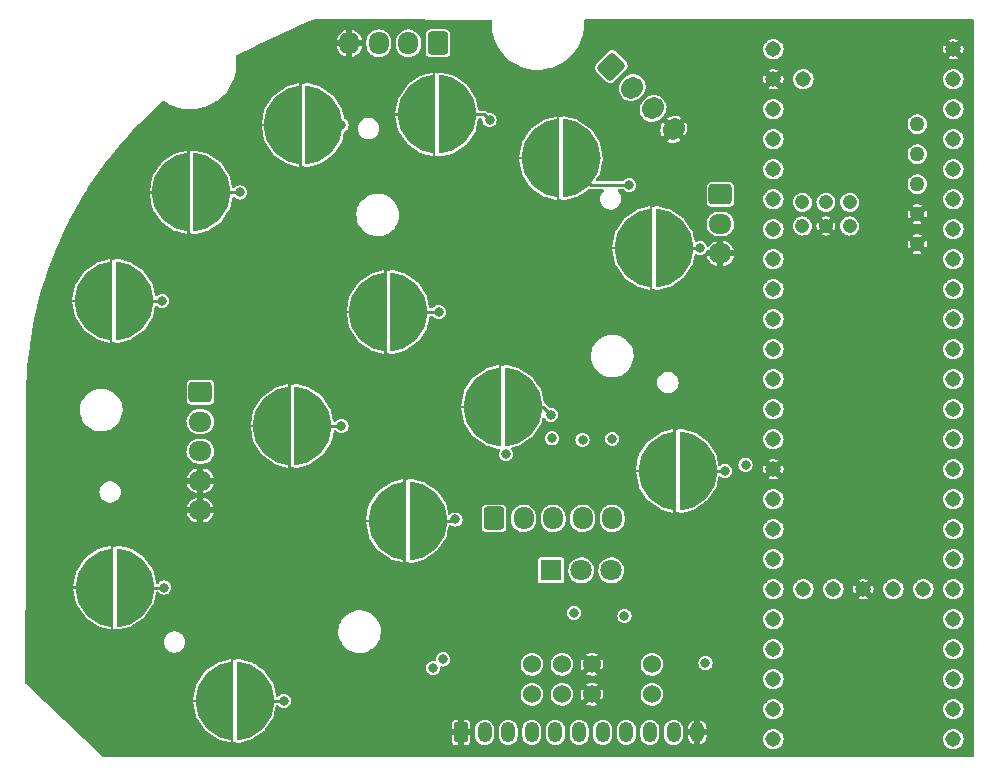
<source format=gbr>
%TF.GenerationSoftware,KiCad,Pcbnew,(5.99.0-12548-gc9aebb8529)*%
%TF.CreationDate,2021-09-28T22:04:13-04:00*%
%TF.ProjectId,TeensyWheel,5465656e-7379-4576-9865-656c2e6b6963,rev?*%
%TF.SameCoordinates,Original*%
%TF.FileFunction,Copper,L1,Top*%
%TF.FilePolarity,Positive*%
%FSLAX46Y46*%
G04 Gerber Fmt 4.6, Leading zero omitted, Abs format (unit mm)*
G04 Created by KiCad (PCBNEW (5.99.0-12548-gc9aebb8529)) date 2021-09-28 22:04:13*
%MOMM*%
%LPD*%
G01*
G04 APERTURE LIST*
G04 Aperture macros list*
%AMRoundRect*
0 Rectangle with rounded corners*
0 $1 Rounding radius*
0 $2 $3 $4 $5 $6 $7 $8 $9 X,Y pos of 4 corners*
0 Add a 4 corners polygon primitive as box body*
4,1,4,$2,$3,$4,$5,$6,$7,$8,$9,$2,$3,0*
0 Add four circle primitives for the rounded corners*
1,1,$1+$1,$2,$3*
1,1,$1+$1,$4,$5*
1,1,$1+$1,$6,$7*
1,1,$1+$1,$8,$9*
0 Add four rect primitives between the rounded corners*
20,1,$1+$1,$2,$3,$4,$5,0*
20,1,$1+$1,$4,$5,$6,$7,0*
20,1,$1+$1,$6,$7,$8,$9,0*
20,1,$1+$1,$8,$9,$2,$3,0*%
%AMHorizOval*
0 Thick line with rounded ends*
0 $1 width*
0 $2 $3 position (X,Y) of the first rounded end (center of the circle)*
0 $4 $5 position (X,Y) of the second rounded end (center of the circle)*
0 Add line between two ends*
20,1,$1,$2,$3,$4,$5,0*
0 Add two circle primitives to create the rounded ends*
1,1,$1,$2,$3*
1,1,$1,$4,$5*%
%AMFreePoly0*
4,1,44,0.003358,3.345106,0.030902,3.345106,0.033872,3.342948,0.037534,3.342689,0.058616,3.324970,0.080902,3.308779,0.082037,3.305287,0.084847,3.302925,0.091489,3.276193,0.100000,3.250000,0.100000,-3.250000,0.091489,-3.276193,0.084847,-3.302925,0.082037,-3.305287,0.080902,-3.308779,0.058616,-3.324970,0.037534,-3.342689,0.033872,-3.342948,0.030902,-3.345106,0.003358,-3.345106,
-0.024116,-3.347049,-1.018116,-3.100049,-1.032868,-3.090847,-1.049597,-3.086120,-2.103597,-2.381120,-2.115723,-2.365723,-2.131120,-2.353597,-2.836120,-1.299597,-2.841472,-1.280654,-2.851085,-1.263475,-3.098085,-0.019475,-3.095773,0.000000,-3.098085,0.019475,-2.851085,1.263475,-2.841472,1.280654,-2.836120,1.299597,-2.131120,2.353597,-2.115723,2.365723,-2.103597,2.381120,-1.049597,3.086120,
-1.032868,3.090847,-1.018116,3.100049,-0.024116,3.347049,0.003358,3.345106,0.003358,3.345106,$1*%
G04 Aperture macros list end*
%TA.AperFunction,SMDPad,CuDef*%
%ADD10FreePoly0,0.000000*%
%TD*%
%TA.AperFunction,SMDPad,CuDef*%
%ADD11FreePoly0,180.000000*%
%TD*%
%TA.AperFunction,ComponentPad*%
%ADD12R,1.800000X1.800000*%
%TD*%
%TA.AperFunction,ComponentPad*%
%ADD13C,1.800000*%
%TD*%
%TA.AperFunction,ComponentPad*%
%ADD14C,1.524000*%
%TD*%
%TA.AperFunction,ComponentPad*%
%ADD15RoundRect,0.250000X-0.600000X-0.725000X0.600000X-0.725000X0.600000X0.725000X-0.600000X0.725000X0*%
%TD*%
%TA.AperFunction,ComponentPad*%
%ADD16O,1.700000X1.950000*%
%TD*%
%TA.AperFunction,ComponentPad*%
%ADD17RoundRect,0.250000X-0.936916X-0.088388X-0.088388X-0.936916X0.936916X0.088388X0.088388X0.936916X0*%
%TD*%
%TA.AperFunction,ComponentPad*%
%ADD18HorizOval,1.700000X-0.088388X-0.088388X0.088388X0.088388X0*%
%TD*%
%TA.AperFunction,ComponentPad*%
%ADD19RoundRect,0.250000X-0.350000X-0.625000X0.350000X-0.625000X0.350000X0.625000X-0.350000X0.625000X0*%
%TD*%
%TA.AperFunction,ComponentPad*%
%ADD20O,1.200000X1.750000*%
%TD*%
%TA.AperFunction,ComponentPad*%
%ADD21RoundRect,0.250000X0.600000X0.725000X-0.600000X0.725000X-0.600000X-0.725000X0.600000X-0.725000X0*%
%TD*%
%TA.AperFunction,ComponentPad*%
%ADD22C,1.308000*%
%TD*%
%TA.AperFunction,ComponentPad*%
%ADD23C,1.258000*%
%TD*%
%TA.AperFunction,ComponentPad*%
%ADD24C,1.208000*%
%TD*%
%TA.AperFunction,ComponentPad*%
%ADD25RoundRect,0.250000X-0.725000X0.600000X-0.725000X-0.600000X0.725000X-0.600000X0.725000X0.600000X0*%
%TD*%
%TA.AperFunction,ComponentPad*%
%ADD26O,1.950000X1.700000*%
%TD*%
%TA.AperFunction,ViaPad*%
%ADD27C,0.800000*%
%TD*%
%TA.AperFunction,Conductor*%
%ADD28C,0.250000*%
%TD*%
G04 APERTURE END LIST*
D10*
%TO.P,SW12,1,1*%
%TO.N,GND*%
X63690000Y-107520000D03*
D11*
%TO.P,SW12,2,2*%
%TO.N,/BTN_11*%
X64190000Y-107520000D03*
%TD*%
D10*
%TO.P,SW3,1,1*%
%TO.N,GND*%
X62760000Y-132990000D03*
D11*
%TO.P,SW3,2,2*%
%TO.N,/DP_LEFT*%
X63260000Y-132990000D03*
%TD*%
D10*
%TO.P,SW6,1,1*%
%TO.N,GND*%
X47660000Y-122400000D03*
D11*
%TO.P,SW6,2,2*%
%TO.N,/BTN_5*%
X48160000Y-122400000D03*
%TD*%
D10*
%TO.P,SW2,1,1*%
%TO.N,GND*%
X72510000Y-141020000D03*
D11*
%TO.P,SW2,2,2*%
%TO.N,/DP_DOWN*%
X73010000Y-141020000D03*
%TD*%
D10*
%TO.P,SW4,1,1*%
%TO.N,GND*%
X80560000Y-131380000D03*
D11*
%TO.P,SW4,2,2*%
%TO.N,/DP_RIGHT*%
X81060000Y-131380000D03*
%TD*%
D10*
%TO.P,SW11,1,1*%
%TO.N,GND*%
X57890000Y-156260000D03*
D11*
%TO.P,SW11,2,2*%
%TO.N,/BTN_10*%
X58390000Y-156260000D03*
%TD*%
D10*
%TO.P,SW10,1,1*%
%TO.N,GND*%
X47730000Y-146670000D03*
D11*
%TO.P,SW10,2,2*%
%TO.N,/BTN_9*%
X48230000Y-146670000D03*
%TD*%
D10*
%TO.P,SW9,1,1*%
%TO.N,GND*%
X85480000Y-110330000D03*
D11*
%TO.P,SW9,2,2*%
%TO.N,/BTN_8*%
X85980000Y-110330000D03*
%TD*%
D10*
%TO.P,SW8,1,1*%
%TO.N,GND*%
X54200000Y-113220000D03*
D11*
%TO.P,SW8,2,2*%
%TO.N,/BTN_7*%
X54700000Y-113220000D03*
%TD*%
D12*
%TO.P,D1,1,K1*%
%TO.N,Net-(D1-Pad1)*%
X84930000Y-145220000D03*
D13*
%TO.P,D1,2,A*%
%TO.N,+3V3*%
X87470000Y-145220000D03*
%TO.P,D1,3,K2*%
%TO.N,Net-(D1-Pad3)*%
X90010000Y-145220000D03*
%TD*%
D10*
%TO.P,SW7,1,1*%
%TO.N,GND*%
X93370000Y-117930000D03*
D11*
%TO.P,SW7,2,2*%
%TO.N,/BTN_6*%
X93870000Y-117930000D03*
%TD*%
D10*
%TO.P,SW1,1,1*%
%TO.N,GND*%
X70880000Y-123350000D03*
D11*
%TO.P,SW1,2,2*%
%TO.N,/DP_UP*%
X71380000Y-123350000D03*
%TD*%
D10*
%TO.P,SW14,1,1*%
%TO.N,GND*%
X95370000Y-136790000D03*
D11*
%TO.P,SW14,2,2*%
%TO.N,/BTN_MODE*%
X95870000Y-136790000D03*
%TD*%
D14*
%TO.P,SW5,1,1*%
%TO.N,/SENSE_LOW*%
X83290000Y-155710000D03*
%TO.P,SW5,2,2*%
%TO.N,/SENSE_MED*%
X85830000Y-155710000D03*
%TO.P,SW5,3,3*%
%TO.N,GND*%
X88370000Y-155710000D03*
%TO.P,SW5,4,4*%
%TO.N,/SENSE_HIGH*%
X93450000Y-155710000D03*
%TO.P,SW5,5,5*%
%TO.N,/SENSE_LOW*%
X83290000Y-153170000D03*
%TO.P,SW5,6,6*%
%TO.N,/SENSE_MED*%
X85830000Y-153170000D03*
%TO.P,SW5,7,7*%
%TO.N,GND*%
X88370000Y-153170000D03*
%TO.P,SW5,8,8*%
%TO.N,/SENSE_HIGH*%
X93450000Y-153170000D03*
%TD*%
D10*
%TO.P,SW13,1,1*%
%TO.N,GND*%
X75020000Y-106620000D03*
D11*
%TO.P,SW13,2,2*%
%TO.N,/BTN_12*%
X75520000Y-106620000D03*
%TD*%
D15*
%TO.P,J5,1,Pin_1*%
%TO.N,+3V3*%
X80080000Y-140820000D03*
D16*
%TO.P,J5,2,Pin_2*%
%TO.N,Net-(J5-Pad2)*%
X82580000Y-140820000D03*
%TO.P,J5,3,Pin_3*%
%TO.N,Net-(J5-Pad3)*%
X85080000Y-140820000D03*
%TO.P,J5,4,Pin_4*%
%TO.N,Net-(J5-Pad4)*%
X87580000Y-140820000D03*
%TO.P,J5,5,Pin_5*%
%TO.N,Net-(J5-Pad5)*%
X90080000Y-140820000D03*
%TD*%
D17*
%TO.P,J2,1,Pin_1*%
%TO.N,/BRAKE*%
X90006218Y-102570482D03*
D18*
%TO.P,J2,2,Pin_2*%
%TO.N,+3.3VA*%
X91773985Y-104338249D03*
%TO.P,J2,3,Pin_3*%
%TO.N,/ACCEL*%
X93541752Y-106106016D03*
%TO.P,J2,4,Pin_4*%
%TO.N,GND*%
X95309519Y-107873783D03*
%TD*%
D19*
%TO.P,J3,1,Pin_1*%
%TO.N,GND*%
X77280000Y-158940000D03*
D20*
%TO.P,J3,2,Pin_2*%
%TO.N,+5V*%
X79280000Y-158940000D03*
%TO.P,J3,3,Pin_3*%
%TO.N,/VIB_1_T*%
X81280000Y-158940000D03*
%TO.P,J3,4,Pin_4*%
%TO.N,/VIB_2_T*%
X83280000Y-158940000D03*
%TO.P,J3,5,Pin_5*%
%TO.N,/PAD_R*%
X85280000Y-158940000D03*
%TO.P,J3,6,Pin_6*%
%TO.N,/PAD_L*%
X87280000Y-158940000D03*
%TO.P,J3,7,Pin_7*%
%TO.N,/BTN_3*%
X89280000Y-158940000D03*
%TO.P,J3,8,Pin_8*%
%TO.N,/BTN_1*%
X91280000Y-158940000D03*
%TO.P,J3,9,Pin_9*%
%TO.N,/BTN_2*%
X93280000Y-158940000D03*
%TO.P,J3,10,Pin_10*%
%TO.N,/BTN_4*%
X95280000Y-158940000D03*
%TO.P,J3,11,Pin_11*%
%TO.N,GND*%
X97280000Y-158940000D03*
%TD*%
D21*
%TO.P,J6,1,Pin_1*%
%TO.N,/GEAR_DOWN*%
X75330000Y-100600000D03*
D16*
%TO.P,J6,2,Pin_2*%
%TO.N,/GEAR_UP*%
X72830000Y-100600000D03*
%TO.P,J6,3,Pin_3*%
%TO.N,/GEAR_REV*%
X70330000Y-100600000D03*
%TO.P,J6,4,Pin_4*%
%TO.N,GND*%
X67830000Y-100600000D03*
%TD*%
D22*
%TO.P,U1,0,RX1*%
%TO.N,/GEAR_DOWN*%
X118970000Y-103630000D03*
%TO.P,U1,1,TX1*%
%TO.N,/GEAR_UP*%
X118970000Y-106170000D03*
%TO.P,U1,2,OUT2*%
%TO.N,/GEAR_REV*%
X118970000Y-108710000D03*
%TO.P,U1,3,LRCLK2*%
%TO.N,/BTN_12*%
X118970000Y-111250000D03*
%TO.P,U1,3.3V_1,3.3V*%
%TO.N,+3V3*%
X118970000Y-136650000D03*
%TO.P,U1,3.3V_2,3.3V*%
X103730000Y-106170000D03*
%TO.P,U1,3.3V_3,3.3V*%
X113890000Y-146810000D03*
%TO.P,U1,4,BCLK2*%
%TO.N,/BTN_8*%
X118970000Y-113790000D03*
%TO.P,U1,5,IN2*%
%TO.N,/BTN_7*%
X118970000Y-116330000D03*
D23*
%TO.P,U1,5V,5V*%
%TO.N,/VUSB*%
X115920000Y-107440000D03*
D22*
%TO.P,U1,6,OUT1D*%
%TO.N,/BTN_6*%
X118970000Y-118870000D03*
%TO.P,U1,7,RX2*%
%TO.N,/DP_UP*%
X118970000Y-121410000D03*
%TO.P,U1,8,TX2*%
%TO.N,/DP_RIGHT*%
X118970000Y-123950000D03*
%TO.P,U1,9,OUT1C*%
%TO.N,/BTN_MODE*%
X118970000Y-126490000D03*
%TO.P,U1,10,CS1*%
%TO.N,/LED1*%
X118970000Y-129030000D03*
%TO.P,U1,11,MOSI*%
%TO.N,/LED3*%
X118970000Y-131570000D03*
%TO.P,U1,12,MISO*%
%TO.N,/LEDG*%
X118970000Y-134110000D03*
%TO.P,U1,13,SCK*%
%TO.N,/BTN_9*%
X103730000Y-134110000D03*
%TO.P,U1,14,A0*%
%TO.N,/LED4*%
X103730000Y-131570000D03*
%TO.P,U1,15,A1*%
%TO.N,/LED2*%
X103730000Y-129030000D03*
%TO.P,U1,16,A2*%
%TO.N,/DP_DOWN*%
X103730000Y-126490000D03*
%TO.P,U1,17,A3*%
%TO.N,/DP_LEFT*%
X103730000Y-123950000D03*
%TO.P,U1,18,A4*%
%TO.N,unconnected-(U1-Pad18)*%
X103730000Y-121410000D03*
%TO.P,U1,19,A5*%
%TO.N,/BTN_5*%
X103730000Y-118870000D03*
%TO.P,U1,20,A6*%
%TO.N,/WHEEL*%
X103730000Y-116330000D03*
%TO.P,U1,21,A7*%
%TO.N,/BTN_11*%
X103730000Y-113790000D03*
%TO.P,U1,22,A8*%
%TO.N,/ACCEL*%
X103730000Y-111250000D03*
%TO.P,U1,23,A9*%
%TO.N,/BRAKE*%
X103730000Y-108710000D03*
%TO.P,U1,24,A10*%
%TO.N,/SENSE_LOW*%
X118970000Y-139190000D03*
%TO.P,U1,25,A11*%
%TO.N,/SENSE_HIGH*%
X118970000Y-141730000D03*
%TO.P,U1,26,A12*%
%TO.N,unconnected-(U1-Pad26)*%
X118970000Y-144270000D03*
%TO.P,U1,27,A13*%
%TO.N,unconnected-(U1-Pad27)*%
X118970000Y-146810000D03*
%TO.P,U1,28,RX7*%
%TO.N,unconnected-(U1-Pad28)*%
X118970000Y-149350000D03*
%TO.P,U1,29,TX7*%
%TO.N,unconnected-(U1-Pad29)*%
X118970000Y-151890000D03*
%TO.P,U1,30,CRX3*%
%TO.N,/PAD_L*%
X118970000Y-154430000D03*
%TO.P,U1,31,CTX3*%
%TO.N,/BTN_3*%
X118970000Y-156970000D03*
%TO.P,U1,32,OUT1B*%
%TO.N,/BTN_2*%
X118970000Y-159510000D03*
%TO.P,U1,33,MCLK2*%
%TO.N,/BTN_4*%
X103730000Y-159510000D03*
%TO.P,U1,34,RX8*%
%TO.N,/BTN_1*%
X103730000Y-156970000D03*
%TO.P,U1,35,TX8*%
%TO.N,/PAD_R*%
X103730000Y-154430000D03*
%TO.P,U1,36,CS2*%
%TO.N,/VIB_2*%
X103730000Y-151890000D03*
%TO.P,U1,37,CS3*%
%TO.N,/VIB_1*%
X103730000Y-149350000D03*
%TO.P,U1,38,A14*%
%TO.N,unconnected-(U1-Pad38)*%
X103730000Y-146810000D03*
%TO.P,U1,39,A15*%
%TO.N,/BTN_10*%
X103730000Y-144270000D03*
%TO.P,U1,40,A16*%
%TO.N,/SENSE_MED*%
X103730000Y-141730000D03*
%TO.P,U1,41,A17*%
%TO.N,/LEDR*%
X103730000Y-139190000D03*
D23*
%TO.P,U1,D+,D+*%
%TO.N,/USB_DP*%
X115920000Y-112520000D03*
%TO.P,U1,D-,D-*%
%TO.N,/USB_DN*%
X115920000Y-109980000D03*
D22*
%TO.P,U1,GND1,GND*%
%TO.N,GND*%
X118970000Y-101090000D03*
%TO.P,U1,GND2,GND*%
X103730000Y-136650000D03*
%TO.P,U1,GND3,GND*%
X103730000Y-103630000D03*
%TO.P,U1,GND4,GND*%
X111350000Y-146810000D03*
D24*
%TO.P,U1,GND5,GND*%
X108180000Y-116060000D03*
%TO.P,U1,LED,LED*%
%TO.N,unconnected-(U1-PadLED)*%
X108180000Y-114060000D03*
D22*
%TO.P,U1,ON/OFF,ON/OFF*%
%TO.N,unconnected-(U1-PadON/OFF)*%
X106270000Y-146810000D03*
%TO.P,U1,PROGRAM,PROGRAM*%
%TO.N,unconnected-(U1-PadPROGRAM)*%
X108810000Y-146810000D03*
D24*
%TO.P,U1,R+,R+*%
%TO.N,unconnected-(U1-PadR+)*%
X106180000Y-114060000D03*
%TO.P,U1,R-*%
%TO.N,N/C*%
X106180000Y-116060000D03*
%TO.P,U1,T+,T+*%
%TO.N,unconnected-(U1-PadT+)*%
X110180000Y-116060000D03*
%TO.P,U1,T-*%
%TO.N,N/C*%
X110180000Y-114060000D03*
D23*
%TO.P,U1,USB_GND1,USB_GND*%
%TO.N,GND*%
X115920000Y-115060000D03*
%TO.P,U1,USB_GND2,USB_GND*%
X115920000Y-117600000D03*
D22*
%TO.P,U1,VBAT,VBAT*%
%TO.N,unconnected-(U1-PadVBAT)*%
X116430000Y-146810000D03*
%TO.P,U1,VIN,VIN*%
%TO.N,+5V*%
X103730000Y-101090000D03*
%TO.P,U1,VUSB,VUSB*%
%TO.N,unconnected-(U1-PadVUSB)*%
X106270000Y-103630000D03*
%TD*%
D25*
%TO.P,J1,1,Pin_1*%
%TO.N,+3.3VA*%
X99250000Y-113390000D03*
D26*
%TO.P,J1,2,Pin_2*%
%TO.N,/WHEEL*%
X99250000Y-115890000D03*
%TO.P,J1,3,Pin_3*%
%TO.N,GND*%
X99250000Y-118390000D03*
%TD*%
D25*
%TO.P,J4,1,Pin_1*%
%TO.N,/VUSB*%
X55220000Y-130130000D03*
D26*
%TO.P,J4,2,Pin_2*%
%TO.N,/USB_DN*%
X55220000Y-132630000D03*
%TO.P,J4,3,Pin_3*%
%TO.N,/USB_DP*%
X55220000Y-135130000D03*
%TO.P,J4,4,Pin_4*%
%TO.N,GND*%
X55220000Y-137630000D03*
%TO.P,J4,5,Pin_5*%
X55220000Y-140130000D03*
%TD*%
D27*
%TO.N,GND*%
X100330000Y-101330000D03*
X90791687Y-110586193D03*
X70640000Y-154477500D03*
X94700000Y-113910000D03*
X75943679Y-154208014D03*
X92817252Y-113504754D03*
X77850000Y-147600000D03*
X79894976Y-152755500D03*
X72320000Y-154457500D03*
%TO.N,/VIB_1_T*%
X75768464Y-152755500D03*
%TO.N,/LED4*%
X81082500Y-135377500D03*
X101370000Y-136270000D03*
%TO.N,/LED3*%
X85010000Y-134040000D03*
%TO.N,/LED2*%
X87570000Y-134160000D03*
%TO.N,/LED1*%
X90090000Y-134070000D03*
%TO.N,/LEDR*%
X86843553Y-148818955D03*
%TO.N,/LEDG*%
X91120000Y-149080000D03*
%TO.N,Net-(R8-Pad2)*%
X97980000Y-153060000D03*
X74920000Y-153480000D03*
%TO.N,/DP_UP*%
X75400000Y-123360000D03*
%TO.N,/DP_DOWN*%
X76810000Y-140910000D03*
%TO.N,/DP_LEFT*%
X67160000Y-132990000D03*
%TO.N,/DP_RIGHT*%
X84890000Y-132029500D03*
%TO.N,/BTN_5*%
X51990000Y-122400000D03*
%TO.N,/BTN_6*%
X97520000Y-117930000D03*
%TO.N,/BTN_7*%
X58544489Y-113220000D03*
%TO.N,/BTN_8*%
X91530000Y-112600000D03*
%TO.N,/BTN_9*%
X52150000Y-146670000D03*
%TO.N,/BTN_10*%
X62280000Y-156260000D03*
%TO.N,/BTN_11*%
X67160489Y-107535511D03*
%TO.N,/BTN_12*%
X79700000Y-107100000D03*
%TO.N,/BTN_MODE*%
X99640000Y-136790000D03*
%TD*%
D28*
%TO.N,/DP_RIGHT*%
X81060000Y-131380000D02*
X84240500Y-131380000D01*
X84240500Y-131380000D02*
X84890000Y-132029500D01*
%TO.N,/DP_UP*%
X75390000Y-123350000D02*
X75400000Y-123360000D01*
X71380000Y-123350000D02*
X75390000Y-123350000D01*
%TO.N,/DP_DOWN*%
X76700000Y-141020000D02*
X76810000Y-140910000D01*
X73010000Y-141020000D02*
X76700000Y-141020000D01*
%TO.N,/DP_LEFT*%
X63260000Y-132990000D02*
X67160000Y-132990000D01*
%TO.N,/BTN_5*%
X48160000Y-122400000D02*
X51990000Y-122400000D01*
%TO.N,/BTN_6*%
X93870000Y-117930000D02*
X97520000Y-117930000D01*
%TO.N,/BTN_7*%
X54700000Y-113220000D02*
X58544489Y-113220000D01*
%TO.N,/BTN_8*%
X88250000Y-112600000D02*
X91530000Y-112600000D01*
X85980000Y-110330000D02*
X88250000Y-112600000D01*
%TO.N,/BTN_9*%
X48230000Y-146670000D02*
X52150000Y-146670000D01*
%TO.N,/BTN_10*%
X58390000Y-156260000D02*
X62280000Y-156260000D01*
%TO.N,/BTN_11*%
X64190000Y-107520000D02*
X67144978Y-107520000D01*
%TO.N,/BTN_12*%
X79220000Y-106620000D02*
X79700000Y-107100000D01*
X75520000Y-106620000D02*
X79220000Y-106620000D01*
%TO.N,/BTN_MODE*%
X95870000Y-136790000D02*
X99640000Y-136790000D01*
%TD*%
%TA.AperFunction,Conductor*%
%TO.N,GND*%
G36*
X120649238Y-98588907D02*
G01*
X120685202Y-98638407D01*
X120690047Y-98668982D01*
X120694851Y-128855903D01*
X120699953Y-160920984D01*
X120681055Y-160979178D01*
X120631561Y-161015150D01*
X120600953Y-161020000D01*
X47058264Y-161020000D01*
X47000073Y-161001093D01*
X46990543Y-160993214D01*
X42065272Y-156374404D01*
X54602864Y-156374404D01*
X54833417Y-157535570D01*
X54831633Y-157535924D01*
X54835044Y-157547111D01*
X54835314Y-157550522D01*
X54837019Y-157560045D01*
X54841250Y-157575018D01*
X54841245Y-157575020D01*
X54841281Y-157575094D01*
X54843339Y-157582400D01*
X54843339Y-157582411D01*
X54843453Y-157582816D01*
X54843446Y-157582818D01*
X54843449Y-157582825D01*
X54843492Y-157582809D01*
X54844870Y-157586549D01*
X54847409Y-157597127D01*
X54847723Y-157597977D01*
X54847735Y-157597974D01*
X54847777Y-157598121D01*
X54850468Y-157605405D01*
X54855528Y-157616367D01*
X54858536Y-157623628D01*
X54862705Y-157634940D01*
X54865953Y-157641993D01*
X54866028Y-157642126D01*
X54866018Y-157642132D01*
X54867520Y-157645394D01*
X54871374Y-157650697D01*
X54873759Y-157655864D01*
X54873722Y-157655881D01*
X54873723Y-157655882D01*
X54873724Y-157655881D01*
X54873942Y-157656270D01*
X54873954Y-157656284D01*
X54877645Y-157662868D01*
X54877661Y-157662949D01*
X54877675Y-157662941D01*
X54886224Y-157678219D01*
X54889366Y-157683132D01*
X54911262Y-157713288D01*
X54913441Y-157716413D01*
X55573674Y-158703485D01*
X55572113Y-158704529D01*
X55579633Y-158713636D01*
X55580925Y-158716174D01*
X55586143Y-158724334D01*
X55593564Y-158733757D01*
X55593802Y-158734085D01*
X55600830Y-158742990D01*
X55603542Y-158745921D01*
X55609789Y-158754517D01*
X55610599Y-158755394D01*
X55610603Y-158755391D01*
X55610640Y-158755439D01*
X55615905Y-158761138D01*
X55625000Y-158769553D01*
X55630434Y-158774987D01*
X55638863Y-158784097D01*
X55644563Y-158789362D01*
X55644617Y-158789404D01*
X55644614Y-158789408D01*
X55647421Y-158792001D01*
X55647419Y-158792003D01*
X55652889Y-158795356D01*
X55657010Y-158799169D01*
X55665889Y-158806178D01*
X55666243Y-158806435D01*
X55677209Y-158815070D01*
X55681978Y-158818390D01*
X55711767Y-158836624D01*
X55715124Y-158838773D01*
X56700323Y-159497753D01*
X56705662Y-159501587D01*
X56711709Y-159506241D01*
X56729691Y-159517457D01*
X56732343Y-159519170D01*
X56736966Y-159522263D01*
X56742331Y-159525270D01*
X56744359Y-159526696D01*
X56752128Y-159530735D01*
X56772079Y-159539189D01*
X56774931Y-159540451D01*
X56794640Y-159549545D01*
X56803327Y-159552753D01*
X56804815Y-159552965D01*
X56811107Y-159555065D01*
X56816521Y-159556410D01*
X56819575Y-159557221D01*
X56841822Y-159563508D01*
X56847503Y-159564757D01*
X56850518Y-159565236D01*
X56858866Y-159566933D01*
X57762556Y-159791493D01*
X57772944Y-159794689D01*
X57778979Y-159796915D01*
X57787868Y-159795863D01*
X57787900Y-159795834D01*
X57790000Y-159787784D01*
X57790000Y-159786390D01*
X57990000Y-159786390D01*
X57994122Y-159799075D01*
X57994327Y-159799225D01*
X57994686Y-159799247D01*
X57997759Y-159798141D01*
X58024138Y-159783642D01*
X58030373Y-159780496D01*
X58037940Y-159777007D01*
X58048931Y-159770565D01*
X58055406Y-159766456D01*
X58056402Y-159765909D01*
X58064387Y-159760437D01*
X58074651Y-159751811D01*
X58080160Y-159747504D01*
X58081381Y-159746617D01*
X58139573Y-159727713D01*
X58197772Y-159746631D01*
X58199551Y-159747924D01*
X58205042Y-159752218D01*
X58216779Y-159762083D01*
X58216784Y-159762087D01*
X58219008Y-159763956D01*
X58221436Y-159765550D01*
X58221442Y-159765555D01*
X58229682Y-159770966D01*
X58259188Y-159790343D01*
X58266709Y-159792400D01*
X58268057Y-159793008D01*
X58271164Y-159794575D01*
X58272479Y-159795060D01*
X58279277Y-159798867D01*
X58316541Y-159806279D01*
X58323338Y-159807882D01*
X58331440Y-159810098D01*
X58331448Y-159810099D01*
X58336128Y-159811379D01*
X58339978Y-159811651D01*
X58339985Y-159811553D01*
X58343933Y-159812225D01*
X58351623Y-159813258D01*
X58352737Y-159813480D01*
X58352747Y-159813481D01*
X58357508Y-159814428D01*
X58375758Y-159814428D01*
X58378561Y-159814527D01*
X58380439Y-159814512D01*
X58384325Y-159814787D01*
X58388200Y-159814451D01*
X58388206Y-159814451D01*
X58390324Y-159814267D01*
X58402238Y-159814688D01*
X58402238Y-159814428D01*
X58422492Y-159814428D01*
X58445956Y-159811651D01*
X58462477Y-159809696D01*
X58462479Y-159809695D01*
X58470214Y-159808780D01*
X58477292Y-159805517D01*
X58485371Y-159801793D01*
X58502943Y-159795621D01*
X59224008Y-159616443D01*
X76480001Y-159616443D01*
X76480220Y-159621086D01*
X76482411Y-159644269D01*
X76484976Y-159655965D01*
X76525362Y-159770966D01*
X76532209Y-159783899D01*
X76603808Y-159880835D01*
X76614165Y-159891192D01*
X76711101Y-159962791D01*
X76724034Y-159969638D01*
X76839031Y-160010022D01*
X76850734Y-160012590D01*
X76873918Y-160014782D01*
X76878554Y-160015000D01*
X77010320Y-160015000D01*
X77023005Y-160010878D01*
X77026000Y-160006757D01*
X77026000Y-159999319D01*
X77534000Y-159999319D01*
X77538122Y-160012004D01*
X77542243Y-160014999D01*
X77681443Y-160014999D01*
X77686086Y-160014780D01*
X77709269Y-160012589D01*
X77720965Y-160010024D01*
X77835966Y-159969638D01*
X77848899Y-159962791D01*
X77945835Y-159891192D01*
X77956192Y-159880835D01*
X78027791Y-159783899D01*
X78034638Y-159770966D01*
X78075022Y-159655969D01*
X78077590Y-159644266D01*
X78079782Y-159621082D01*
X78080000Y-159616446D01*
X78080000Y-159260155D01*
X78479500Y-159260155D01*
X78494454Y-159393472D01*
X78496276Y-159398704D01*
X78550219Y-159553607D01*
X78553515Y-159563073D01*
X78562598Y-159577609D01*
X78645557Y-159710370D01*
X78648684Y-159715375D01*
X78709887Y-159777007D01*
X78747307Y-159814688D01*
X78775230Y-159842807D01*
X78779904Y-159845773D01*
X78779905Y-159845774D01*
X78921477Y-159935618D01*
X78926864Y-159939037D01*
X78932075Y-159940893D01*
X78932076Y-159940893D01*
X78945525Y-159945682D01*
X79096049Y-159999281D01*
X79101536Y-159999935D01*
X79101539Y-159999936D01*
X79268880Y-160019890D01*
X79268883Y-160019890D01*
X79274376Y-160020545D01*
X79452983Y-160001773D01*
X79458223Y-159999989D01*
X79458224Y-159999989D01*
X79617751Y-159945682D01*
X79617755Y-159945680D01*
X79622993Y-159943897D01*
X79627703Y-159940999D01*
X79627708Y-159940997D01*
X79771246Y-159852691D01*
X79775955Y-159849794D01*
X79780461Y-159845382D01*
X79900315Y-159728012D01*
X79904268Y-159724141D01*
X80001554Y-159573183D01*
X80062978Y-159404422D01*
X80080500Y-159265717D01*
X80080500Y-159260155D01*
X80479500Y-159260155D01*
X80494454Y-159393472D01*
X80496276Y-159398704D01*
X80550219Y-159553607D01*
X80553515Y-159563073D01*
X80562598Y-159577609D01*
X80645557Y-159710370D01*
X80648684Y-159715375D01*
X80709887Y-159777007D01*
X80747307Y-159814688D01*
X80775230Y-159842807D01*
X80779904Y-159845773D01*
X80779905Y-159845774D01*
X80921477Y-159935618D01*
X80926864Y-159939037D01*
X80932075Y-159940893D01*
X80932076Y-159940893D01*
X80945525Y-159945682D01*
X81096049Y-159999281D01*
X81101536Y-159999935D01*
X81101539Y-159999936D01*
X81268880Y-160019890D01*
X81268883Y-160019890D01*
X81274376Y-160020545D01*
X81452983Y-160001773D01*
X81458223Y-159999989D01*
X81458224Y-159999989D01*
X81617751Y-159945682D01*
X81617755Y-159945680D01*
X81622993Y-159943897D01*
X81627703Y-159940999D01*
X81627708Y-159940997D01*
X81771246Y-159852691D01*
X81775955Y-159849794D01*
X81780461Y-159845382D01*
X81900315Y-159728012D01*
X81904268Y-159724141D01*
X82001554Y-159573183D01*
X82062978Y-159404422D01*
X82080500Y-159265717D01*
X82080500Y-159260155D01*
X82479500Y-159260155D01*
X82494454Y-159393472D01*
X82496276Y-159398704D01*
X82550219Y-159553607D01*
X82553515Y-159563073D01*
X82562598Y-159577609D01*
X82645557Y-159710370D01*
X82648684Y-159715375D01*
X82709887Y-159777007D01*
X82747307Y-159814688D01*
X82775230Y-159842807D01*
X82779904Y-159845773D01*
X82779905Y-159845774D01*
X82921477Y-159935618D01*
X82926864Y-159939037D01*
X82932075Y-159940893D01*
X82932076Y-159940893D01*
X82945525Y-159945682D01*
X83096049Y-159999281D01*
X83101536Y-159999935D01*
X83101539Y-159999936D01*
X83268880Y-160019890D01*
X83268883Y-160019890D01*
X83274376Y-160020545D01*
X83452983Y-160001773D01*
X83458223Y-159999989D01*
X83458224Y-159999989D01*
X83617751Y-159945682D01*
X83617755Y-159945680D01*
X83622993Y-159943897D01*
X83627703Y-159940999D01*
X83627708Y-159940997D01*
X83771246Y-159852691D01*
X83775955Y-159849794D01*
X83780461Y-159845382D01*
X83900315Y-159728012D01*
X83904268Y-159724141D01*
X84001554Y-159573183D01*
X84062978Y-159404422D01*
X84080500Y-159265717D01*
X84080500Y-159260155D01*
X84479500Y-159260155D01*
X84494454Y-159393472D01*
X84496276Y-159398704D01*
X84550219Y-159553607D01*
X84553515Y-159563073D01*
X84562598Y-159577609D01*
X84645557Y-159710370D01*
X84648684Y-159715375D01*
X84709887Y-159777007D01*
X84747307Y-159814688D01*
X84775230Y-159842807D01*
X84779904Y-159845773D01*
X84779905Y-159845774D01*
X84921477Y-159935618D01*
X84926864Y-159939037D01*
X84932075Y-159940893D01*
X84932076Y-159940893D01*
X84945525Y-159945682D01*
X85096049Y-159999281D01*
X85101536Y-159999935D01*
X85101539Y-159999936D01*
X85268880Y-160019890D01*
X85268883Y-160019890D01*
X85274376Y-160020545D01*
X85452983Y-160001773D01*
X85458223Y-159999989D01*
X85458224Y-159999989D01*
X85617751Y-159945682D01*
X85617755Y-159945680D01*
X85622993Y-159943897D01*
X85627703Y-159940999D01*
X85627708Y-159940997D01*
X85771246Y-159852691D01*
X85775955Y-159849794D01*
X85780461Y-159845382D01*
X85900315Y-159728012D01*
X85904268Y-159724141D01*
X86001554Y-159573183D01*
X86062978Y-159404422D01*
X86080500Y-159265717D01*
X86080500Y-159260155D01*
X86479500Y-159260155D01*
X86494454Y-159393472D01*
X86496276Y-159398704D01*
X86550219Y-159553607D01*
X86553515Y-159563073D01*
X86562598Y-159577609D01*
X86645557Y-159710370D01*
X86648684Y-159715375D01*
X86709887Y-159777007D01*
X86747307Y-159814688D01*
X86775230Y-159842807D01*
X86779904Y-159845773D01*
X86779905Y-159845774D01*
X86921477Y-159935618D01*
X86926864Y-159939037D01*
X86932075Y-159940893D01*
X86932076Y-159940893D01*
X86945525Y-159945682D01*
X87096049Y-159999281D01*
X87101536Y-159999935D01*
X87101539Y-159999936D01*
X87268880Y-160019890D01*
X87268883Y-160019890D01*
X87274376Y-160020545D01*
X87452983Y-160001773D01*
X87458223Y-159999989D01*
X87458224Y-159999989D01*
X87617751Y-159945682D01*
X87617755Y-159945680D01*
X87622993Y-159943897D01*
X87627703Y-159940999D01*
X87627708Y-159940997D01*
X87771246Y-159852691D01*
X87775955Y-159849794D01*
X87780461Y-159845382D01*
X87900315Y-159728012D01*
X87904268Y-159724141D01*
X88001554Y-159573183D01*
X88062978Y-159404422D01*
X88080500Y-159265717D01*
X88080500Y-159260155D01*
X88479500Y-159260155D01*
X88494454Y-159393472D01*
X88496276Y-159398704D01*
X88550219Y-159553607D01*
X88553515Y-159563073D01*
X88562598Y-159577609D01*
X88645557Y-159710370D01*
X88648684Y-159715375D01*
X88709887Y-159777007D01*
X88747307Y-159814688D01*
X88775230Y-159842807D01*
X88779904Y-159845773D01*
X88779905Y-159845774D01*
X88921477Y-159935618D01*
X88926864Y-159939037D01*
X88932075Y-159940893D01*
X88932076Y-159940893D01*
X88945525Y-159945682D01*
X89096049Y-159999281D01*
X89101536Y-159999935D01*
X89101539Y-159999936D01*
X89268880Y-160019890D01*
X89268883Y-160019890D01*
X89274376Y-160020545D01*
X89452983Y-160001773D01*
X89458223Y-159999989D01*
X89458224Y-159999989D01*
X89617751Y-159945682D01*
X89617755Y-159945680D01*
X89622993Y-159943897D01*
X89627703Y-159940999D01*
X89627708Y-159940997D01*
X89771246Y-159852691D01*
X89775955Y-159849794D01*
X89780461Y-159845382D01*
X89900315Y-159728012D01*
X89904268Y-159724141D01*
X90001554Y-159573183D01*
X90062978Y-159404422D01*
X90080500Y-159265717D01*
X90080500Y-159260155D01*
X90479500Y-159260155D01*
X90494454Y-159393472D01*
X90496276Y-159398704D01*
X90550219Y-159553607D01*
X90553515Y-159563073D01*
X90562598Y-159577609D01*
X90645557Y-159710370D01*
X90648684Y-159715375D01*
X90709887Y-159777007D01*
X90747307Y-159814688D01*
X90775230Y-159842807D01*
X90779904Y-159845773D01*
X90779905Y-159845774D01*
X90921477Y-159935618D01*
X90926864Y-159939037D01*
X90932075Y-159940893D01*
X90932076Y-159940893D01*
X90945525Y-159945682D01*
X91096049Y-159999281D01*
X91101536Y-159999935D01*
X91101539Y-159999936D01*
X91268880Y-160019890D01*
X91268883Y-160019890D01*
X91274376Y-160020545D01*
X91452983Y-160001773D01*
X91458223Y-159999989D01*
X91458224Y-159999989D01*
X91617751Y-159945682D01*
X91617755Y-159945680D01*
X91622993Y-159943897D01*
X91627703Y-159940999D01*
X91627708Y-159940997D01*
X91771246Y-159852691D01*
X91775955Y-159849794D01*
X91780461Y-159845382D01*
X91900315Y-159728012D01*
X91904268Y-159724141D01*
X92001554Y-159573183D01*
X92062978Y-159404422D01*
X92080500Y-159265717D01*
X92080500Y-159260155D01*
X92479500Y-159260155D01*
X92494454Y-159393472D01*
X92496276Y-159398704D01*
X92550219Y-159553607D01*
X92553515Y-159563073D01*
X92562598Y-159577609D01*
X92645557Y-159710370D01*
X92648684Y-159715375D01*
X92709887Y-159777007D01*
X92747307Y-159814688D01*
X92775230Y-159842807D01*
X92779904Y-159845773D01*
X92779905Y-159845774D01*
X92921477Y-159935618D01*
X92926864Y-159939037D01*
X92932075Y-159940893D01*
X92932076Y-159940893D01*
X92945525Y-159945682D01*
X93096049Y-159999281D01*
X93101536Y-159999935D01*
X93101539Y-159999936D01*
X93268880Y-160019890D01*
X93268883Y-160019890D01*
X93274376Y-160020545D01*
X93452983Y-160001773D01*
X93458223Y-159999989D01*
X93458224Y-159999989D01*
X93617751Y-159945682D01*
X93617755Y-159945680D01*
X93622993Y-159943897D01*
X93627703Y-159940999D01*
X93627708Y-159940997D01*
X93771246Y-159852691D01*
X93775955Y-159849794D01*
X93780461Y-159845382D01*
X93900315Y-159728012D01*
X93904268Y-159724141D01*
X94001554Y-159573183D01*
X94062978Y-159404422D01*
X94080500Y-159265717D01*
X94080500Y-159260155D01*
X94479500Y-159260155D01*
X94494454Y-159393472D01*
X94496276Y-159398704D01*
X94550219Y-159553607D01*
X94553515Y-159563073D01*
X94562598Y-159577609D01*
X94645557Y-159710370D01*
X94648684Y-159715375D01*
X94709887Y-159777007D01*
X94747307Y-159814688D01*
X94775230Y-159842807D01*
X94779904Y-159845773D01*
X94779905Y-159845774D01*
X94921477Y-159935618D01*
X94926864Y-159939037D01*
X94932075Y-159940893D01*
X94932076Y-159940893D01*
X94945525Y-159945682D01*
X95096049Y-159999281D01*
X95101536Y-159999935D01*
X95101539Y-159999936D01*
X95268880Y-160019890D01*
X95268883Y-160019890D01*
X95274376Y-160020545D01*
X95452983Y-160001773D01*
X95458223Y-159999989D01*
X95458224Y-159999989D01*
X95617751Y-159945682D01*
X95617755Y-159945680D01*
X95622993Y-159943897D01*
X95627703Y-159940999D01*
X95627708Y-159940997D01*
X95771246Y-159852691D01*
X95775955Y-159849794D01*
X95780461Y-159845382D01*
X95900315Y-159728012D01*
X95904268Y-159724141D01*
X96001554Y-159573183D01*
X96062978Y-159404422D01*
X96080500Y-159265717D01*
X96080500Y-159257356D01*
X96480000Y-159257356D01*
X96480309Y-159262885D01*
X96494327Y-159387855D01*
X96496766Y-159398592D01*
X96552149Y-159557629D01*
X96556901Y-159567548D01*
X96646146Y-159710370D01*
X96652976Y-159718987D01*
X96771645Y-159838488D01*
X96780221Y-159845382D01*
X96922409Y-159935618D01*
X96932299Y-159940442D01*
X97011230Y-159968548D01*
X97022108Y-159968852D01*
X97025807Y-159957985D01*
X97534000Y-159957985D01*
X97537442Y-159968579D01*
X97549181Y-159968497D01*
X97617536Y-159945227D01*
X97627496Y-159940540D01*
X97770931Y-159852299D01*
X97779599Y-159845527D01*
X97899925Y-159727694D01*
X97906876Y-159719171D01*
X97998108Y-159577609D01*
X98002995Y-159567763D01*
X98024019Y-159510000D01*
X102870793Y-159510000D01*
X102889569Y-159688639D01*
X102945075Y-159859471D01*
X102947669Y-159863964D01*
X102947670Y-159863966D01*
X102963389Y-159891192D01*
X103034887Y-160015029D01*
X103038359Y-160018885D01*
X103151608Y-160144662D01*
X103151612Y-160144666D01*
X103155078Y-160148515D01*
X103300396Y-160254095D01*
X103396728Y-160296985D01*
X103459752Y-160325045D01*
X103459756Y-160325046D01*
X103464490Y-160327154D01*
X103469560Y-160328232D01*
X103469561Y-160328232D01*
X103502349Y-160335201D01*
X103640188Y-160364500D01*
X103819812Y-160364500D01*
X103957651Y-160335201D01*
X103990439Y-160328232D01*
X103990440Y-160328232D01*
X103995510Y-160327154D01*
X104000244Y-160325046D01*
X104000248Y-160325045D01*
X104063272Y-160296985D01*
X104159604Y-160254095D01*
X104304922Y-160148515D01*
X104308388Y-160144666D01*
X104308392Y-160144662D01*
X104421641Y-160018885D01*
X104425113Y-160015029D01*
X104496611Y-159891192D01*
X104512330Y-159863966D01*
X104512331Y-159863964D01*
X104514925Y-159859471D01*
X104570431Y-159688639D01*
X104589207Y-159510000D01*
X118110793Y-159510000D01*
X118129569Y-159688639D01*
X118185075Y-159859471D01*
X118187669Y-159863964D01*
X118187670Y-159863966D01*
X118203389Y-159891192D01*
X118274887Y-160015029D01*
X118278359Y-160018885D01*
X118391608Y-160144662D01*
X118391612Y-160144666D01*
X118395078Y-160148515D01*
X118540396Y-160254095D01*
X118636728Y-160296985D01*
X118699752Y-160325045D01*
X118699756Y-160325046D01*
X118704490Y-160327154D01*
X118709560Y-160328232D01*
X118709561Y-160328232D01*
X118742349Y-160335201D01*
X118880188Y-160364500D01*
X119059812Y-160364500D01*
X119197651Y-160335201D01*
X119230439Y-160328232D01*
X119230440Y-160328232D01*
X119235510Y-160327154D01*
X119240244Y-160325046D01*
X119240248Y-160325045D01*
X119303272Y-160296985D01*
X119399604Y-160254095D01*
X119544922Y-160148515D01*
X119548388Y-160144666D01*
X119548392Y-160144662D01*
X119661641Y-160018885D01*
X119665113Y-160015029D01*
X119736611Y-159891192D01*
X119752330Y-159863966D01*
X119752331Y-159863964D01*
X119754925Y-159859471D01*
X119810431Y-159688639D01*
X119829207Y-159510000D01*
X119810431Y-159331361D01*
X119754925Y-159160529D01*
X119665113Y-159004971D01*
X119654369Y-158993039D01*
X119548392Y-158875338D01*
X119548388Y-158875334D01*
X119544922Y-158871485D01*
X119399604Y-158765905D01*
X119287906Y-158716174D01*
X119240248Y-158694955D01*
X119240244Y-158694954D01*
X119235510Y-158692846D01*
X119230440Y-158691768D01*
X119230439Y-158691768D01*
X119164522Y-158677757D01*
X119059812Y-158655500D01*
X118880188Y-158655500D01*
X118775478Y-158677757D01*
X118709561Y-158691768D01*
X118709560Y-158691768D01*
X118704490Y-158692846D01*
X118699756Y-158694954D01*
X118699752Y-158694955D01*
X118545131Y-158763797D01*
X118545129Y-158763798D01*
X118540397Y-158765905D01*
X118395078Y-158871485D01*
X118391612Y-158875334D01*
X118391608Y-158875338D01*
X118285631Y-158993039D01*
X118274887Y-159004971D01*
X118185075Y-159160529D01*
X118129569Y-159331361D01*
X118110793Y-159510000D01*
X104589207Y-159510000D01*
X104570431Y-159331361D01*
X104514925Y-159160529D01*
X104425113Y-159004971D01*
X104414369Y-158993039D01*
X104308392Y-158875338D01*
X104308388Y-158875334D01*
X104304922Y-158871485D01*
X104159604Y-158765905D01*
X104047906Y-158716174D01*
X104000248Y-158694955D01*
X104000244Y-158694954D01*
X103995510Y-158692846D01*
X103990440Y-158691768D01*
X103990439Y-158691768D01*
X103924522Y-158677757D01*
X103819812Y-158655500D01*
X103640188Y-158655500D01*
X103535478Y-158677757D01*
X103469561Y-158691768D01*
X103469560Y-158691768D01*
X103464490Y-158692846D01*
X103459756Y-158694954D01*
X103459752Y-158694955D01*
X103305131Y-158763797D01*
X103305129Y-158763798D01*
X103300397Y-158765905D01*
X103155078Y-158871485D01*
X103151612Y-158875334D01*
X103151608Y-158875338D01*
X103045631Y-158993039D01*
X103034887Y-159004971D01*
X102945075Y-159160529D01*
X102889569Y-159331361D01*
X102870793Y-159510000D01*
X98024019Y-159510000D01*
X98060596Y-159409504D01*
X98063183Y-159398810D01*
X98079610Y-159268775D01*
X98080000Y-159262587D01*
X98080000Y-159209680D01*
X98075878Y-159196995D01*
X98071757Y-159194000D01*
X97549680Y-159194000D01*
X97536995Y-159198122D01*
X97534000Y-159202243D01*
X97534000Y-159957985D01*
X97025807Y-159957985D01*
X97026000Y-159957419D01*
X97026000Y-159209680D01*
X97021878Y-159196995D01*
X97017757Y-159194000D01*
X96495680Y-159194000D01*
X96482995Y-159198122D01*
X96480000Y-159202243D01*
X96480000Y-159257356D01*
X96080500Y-159257356D01*
X96080500Y-158670320D01*
X96480000Y-158670320D01*
X96484122Y-158683005D01*
X96488243Y-158686000D01*
X97010320Y-158686000D01*
X97023005Y-158681878D01*
X97026000Y-158677757D01*
X97026000Y-158670320D01*
X97534000Y-158670320D01*
X97538122Y-158683005D01*
X97542243Y-158686000D01*
X98064320Y-158686000D01*
X98077005Y-158681878D01*
X98080000Y-158677757D01*
X98080000Y-158622644D01*
X98079691Y-158617115D01*
X98065673Y-158492145D01*
X98063234Y-158481408D01*
X98007851Y-158322371D01*
X98003099Y-158312452D01*
X97913854Y-158169630D01*
X97907024Y-158161013D01*
X97788355Y-158041512D01*
X97779779Y-158034618D01*
X97637591Y-157944382D01*
X97627701Y-157939558D01*
X97548770Y-157911452D01*
X97537892Y-157911148D01*
X97534000Y-157922581D01*
X97534000Y-158670320D01*
X97026000Y-158670320D01*
X97026000Y-157922015D01*
X97022558Y-157911421D01*
X97010819Y-157911503D01*
X96942464Y-157934773D01*
X96932504Y-157939460D01*
X96789069Y-158027701D01*
X96780401Y-158034473D01*
X96660075Y-158152306D01*
X96653124Y-158160829D01*
X96561892Y-158302391D01*
X96557005Y-158312237D01*
X96499404Y-158470496D01*
X96496817Y-158481190D01*
X96480390Y-158611225D01*
X96480000Y-158617413D01*
X96480000Y-158670320D01*
X96080500Y-158670320D01*
X96080500Y-158619845D01*
X96065546Y-158486528D01*
X96006485Y-158316927D01*
X95948437Y-158224031D01*
X95914247Y-158169315D01*
X95914245Y-158169313D01*
X95911316Y-158164625D01*
X95784770Y-158037193D01*
X95779855Y-158034074D01*
X95637810Y-157943929D01*
X95637809Y-157943928D01*
X95633136Y-157940963D01*
X95615753Y-157934773D01*
X95469160Y-157882574D01*
X95469161Y-157882574D01*
X95463951Y-157880719D01*
X95458464Y-157880065D01*
X95458461Y-157880064D01*
X95291120Y-157860110D01*
X95291117Y-157860110D01*
X95285624Y-157859455D01*
X95107017Y-157878227D01*
X95101777Y-157880011D01*
X95101776Y-157880011D01*
X94942249Y-157934318D01*
X94942245Y-157934320D01*
X94937007Y-157936103D01*
X94932297Y-157939001D01*
X94932292Y-157939003D01*
X94851336Y-157988808D01*
X94784045Y-158030206D01*
X94780096Y-158034074D01*
X94780095Y-158034074D01*
X94776910Y-158037193D01*
X94655732Y-158155859D01*
X94558446Y-158306817D01*
X94497022Y-158475578D01*
X94479500Y-158614283D01*
X94479500Y-159260155D01*
X94080500Y-159260155D01*
X94080500Y-158619845D01*
X94065546Y-158486528D01*
X94006485Y-158316927D01*
X93948437Y-158224031D01*
X93914247Y-158169315D01*
X93914245Y-158169313D01*
X93911316Y-158164625D01*
X93784770Y-158037193D01*
X93779855Y-158034074D01*
X93637810Y-157943929D01*
X93637809Y-157943928D01*
X93633136Y-157940963D01*
X93615753Y-157934773D01*
X93469160Y-157882574D01*
X93469161Y-157882574D01*
X93463951Y-157880719D01*
X93458464Y-157880065D01*
X93458461Y-157880064D01*
X93291120Y-157860110D01*
X93291117Y-157860110D01*
X93285624Y-157859455D01*
X93107017Y-157878227D01*
X93101777Y-157880011D01*
X93101776Y-157880011D01*
X92942249Y-157934318D01*
X92942245Y-157934320D01*
X92937007Y-157936103D01*
X92932297Y-157939001D01*
X92932292Y-157939003D01*
X92851336Y-157988808D01*
X92784045Y-158030206D01*
X92780096Y-158034074D01*
X92780095Y-158034074D01*
X92776910Y-158037193D01*
X92655732Y-158155859D01*
X92558446Y-158306817D01*
X92497022Y-158475578D01*
X92479500Y-158614283D01*
X92479500Y-159260155D01*
X92080500Y-159260155D01*
X92080500Y-158619845D01*
X92065546Y-158486528D01*
X92006485Y-158316927D01*
X91948437Y-158224031D01*
X91914247Y-158169315D01*
X91914245Y-158169313D01*
X91911316Y-158164625D01*
X91784770Y-158037193D01*
X91779855Y-158034074D01*
X91637810Y-157943929D01*
X91637809Y-157943928D01*
X91633136Y-157940963D01*
X91615753Y-157934773D01*
X91469160Y-157882574D01*
X91469161Y-157882574D01*
X91463951Y-157880719D01*
X91458464Y-157880065D01*
X91458461Y-157880064D01*
X91291120Y-157860110D01*
X91291117Y-157860110D01*
X91285624Y-157859455D01*
X91107017Y-157878227D01*
X91101777Y-157880011D01*
X91101776Y-157880011D01*
X90942249Y-157934318D01*
X90942245Y-157934320D01*
X90937007Y-157936103D01*
X90932297Y-157939001D01*
X90932292Y-157939003D01*
X90851336Y-157988808D01*
X90784045Y-158030206D01*
X90780096Y-158034074D01*
X90780095Y-158034074D01*
X90776910Y-158037193D01*
X90655732Y-158155859D01*
X90558446Y-158306817D01*
X90497022Y-158475578D01*
X90479500Y-158614283D01*
X90479500Y-159260155D01*
X90080500Y-159260155D01*
X90080500Y-158619845D01*
X90065546Y-158486528D01*
X90006485Y-158316927D01*
X89948437Y-158224031D01*
X89914247Y-158169315D01*
X89914245Y-158169313D01*
X89911316Y-158164625D01*
X89784770Y-158037193D01*
X89779855Y-158034074D01*
X89637810Y-157943929D01*
X89637809Y-157943928D01*
X89633136Y-157940963D01*
X89615753Y-157934773D01*
X89469160Y-157882574D01*
X89469161Y-157882574D01*
X89463951Y-157880719D01*
X89458464Y-157880065D01*
X89458461Y-157880064D01*
X89291120Y-157860110D01*
X89291117Y-157860110D01*
X89285624Y-157859455D01*
X89107017Y-157878227D01*
X89101777Y-157880011D01*
X89101776Y-157880011D01*
X88942249Y-157934318D01*
X88942245Y-157934320D01*
X88937007Y-157936103D01*
X88932297Y-157939001D01*
X88932292Y-157939003D01*
X88851336Y-157988808D01*
X88784045Y-158030206D01*
X88780096Y-158034074D01*
X88780095Y-158034074D01*
X88776910Y-158037193D01*
X88655732Y-158155859D01*
X88558446Y-158306817D01*
X88497022Y-158475578D01*
X88479500Y-158614283D01*
X88479500Y-159260155D01*
X88080500Y-159260155D01*
X88080500Y-158619845D01*
X88065546Y-158486528D01*
X88006485Y-158316927D01*
X87948437Y-158224031D01*
X87914247Y-158169315D01*
X87914245Y-158169313D01*
X87911316Y-158164625D01*
X87784770Y-158037193D01*
X87779855Y-158034074D01*
X87637810Y-157943929D01*
X87637809Y-157943928D01*
X87633136Y-157940963D01*
X87615753Y-157934773D01*
X87469160Y-157882574D01*
X87469161Y-157882574D01*
X87463951Y-157880719D01*
X87458464Y-157880065D01*
X87458461Y-157880064D01*
X87291120Y-157860110D01*
X87291117Y-157860110D01*
X87285624Y-157859455D01*
X87107017Y-157878227D01*
X87101777Y-157880011D01*
X87101776Y-157880011D01*
X86942249Y-157934318D01*
X86942245Y-157934320D01*
X86937007Y-157936103D01*
X86932297Y-157939001D01*
X86932292Y-157939003D01*
X86851336Y-157988808D01*
X86784045Y-158030206D01*
X86780096Y-158034074D01*
X86780095Y-158034074D01*
X86776910Y-158037193D01*
X86655732Y-158155859D01*
X86558446Y-158306817D01*
X86497022Y-158475578D01*
X86479500Y-158614283D01*
X86479500Y-159260155D01*
X86080500Y-159260155D01*
X86080500Y-158619845D01*
X86065546Y-158486528D01*
X86006485Y-158316927D01*
X85948437Y-158224031D01*
X85914247Y-158169315D01*
X85914245Y-158169313D01*
X85911316Y-158164625D01*
X85784770Y-158037193D01*
X85779855Y-158034074D01*
X85637810Y-157943929D01*
X85637809Y-157943928D01*
X85633136Y-157940963D01*
X85615753Y-157934773D01*
X85469160Y-157882574D01*
X85469161Y-157882574D01*
X85463951Y-157880719D01*
X85458464Y-157880065D01*
X85458461Y-157880064D01*
X85291120Y-157860110D01*
X85291117Y-157860110D01*
X85285624Y-157859455D01*
X85107017Y-157878227D01*
X85101777Y-157880011D01*
X85101776Y-157880011D01*
X84942249Y-157934318D01*
X84942245Y-157934320D01*
X84937007Y-157936103D01*
X84932297Y-157939001D01*
X84932292Y-157939003D01*
X84851336Y-157988808D01*
X84784045Y-158030206D01*
X84780096Y-158034074D01*
X84780095Y-158034074D01*
X84776910Y-158037193D01*
X84655732Y-158155859D01*
X84558446Y-158306817D01*
X84497022Y-158475578D01*
X84479500Y-158614283D01*
X84479500Y-159260155D01*
X84080500Y-159260155D01*
X84080500Y-158619845D01*
X84065546Y-158486528D01*
X84006485Y-158316927D01*
X83948437Y-158224031D01*
X83914247Y-158169315D01*
X83914245Y-158169313D01*
X83911316Y-158164625D01*
X83784770Y-158037193D01*
X83779855Y-158034074D01*
X83637810Y-157943929D01*
X83637809Y-157943928D01*
X83633136Y-157940963D01*
X83615753Y-157934773D01*
X83469160Y-157882574D01*
X83469161Y-157882574D01*
X83463951Y-157880719D01*
X83458464Y-157880065D01*
X83458461Y-157880064D01*
X83291120Y-157860110D01*
X83291117Y-157860110D01*
X83285624Y-157859455D01*
X83107017Y-157878227D01*
X83101777Y-157880011D01*
X83101776Y-157880011D01*
X82942249Y-157934318D01*
X82942245Y-157934320D01*
X82937007Y-157936103D01*
X82932297Y-157939001D01*
X82932292Y-157939003D01*
X82851336Y-157988808D01*
X82784045Y-158030206D01*
X82780096Y-158034074D01*
X82780095Y-158034074D01*
X82776910Y-158037193D01*
X82655732Y-158155859D01*
X82558446Y-158306817D01*
X82497022Y-158475578D01*
X82479500Y-158614283D01*
X82479500Y-159260155D01*
X82080500Y-159260155D01*
X82080500Y-158619845D01*
X82065546Y-158486528D01*
X82006485Y-158316927D01*
X81948437Y-158224031D01*
X81914247Y-158169315D01*
X81914245Y-158169313D01*
X81911316Y-158164625D01*
X81784770Y-158037193D01*
X81779855Y-158034074D01*
X81637810Y-157943929D01*
X81637809Y-157943928D01*
X81633136Y-157940963D01*
X81615753Y-157934773D01*
X81469160Y-157882574D01*
X81469161Y-157882574D01*
X81463951Y-157880719D01*
X81458464Y-157880065D01*
X81458461Y-157880064D01*
X81291120Y-157860110D01*
X81291117Y-157860110D01*
X81285624Y-157859455D01*
X81107017Y-157878227D01*
X81101777Y-157880011D01*
X81101776Y-157880011D01*
X80942249Y-157934318D01*
X80942245Y-157934320D01*
X80937007Y-157936103D01*
X80932297Y-157939001D01*
X80932292Y-157939003D01*
X80851336Y-157988808D01*
X80784045Y-158030206D01*
X80780096Y-158034074D01*
X80780095Y-158034074D01*
X80776910Y-158037193D01*
X80655732Y-158155859D01*
X80558446Y-158306817D01*
X80497022Y-158475578D01*
X80479500Y-158614283D01*
X80479500Y-159260155D01*
X80080500Y-159260155D01*
X80080500Y-158619845D01*
X80065546Y-158486528D01*
X80006485Y-158316927D01*
X79948437Y-158224031D01*
X79914247Y-158169315D01*
X79914245Y-158169313D01*
X79911316Y-158164625D01*
X79784770Y-158037193D01*
X79779855Y-158034074D01*
X79637810Y-157943929D01*
X79637809Y-157943928D01*
X79633136Y-157940963D01*
X79615753Y-157934773D01*
X79469160Y-157882574D01*
X79469161Y-157882574D01*
X79463951Y-157880719D01*
X79458464Y-157880065D01*
X79458461Y-157880064D01*
X79291120Y-157860110D01*
X79291117Y-157860110D01*
X79285624Y-157859455D01*
X79107017Y-157878227D01*
X79101777Y-157880011D01*
X79101776Y-157880011D01*
X78942249Y-157934318D01*
X78942245Y-157934320D01*
X78937007Y-157936103D01*
X78932297Y-157939001D01*
X78932292Y-157939003D01*
X78851336Y-157988808D01*
X78784045Y-158030206D01*
X78780096Y-158034074D01*
X78780095Y-158034074D01*
X78776910Y-158037193D01*
X78655732Y-158155859D01*
X78558446Y-158306817D01*
X78497022Y-158475578D01*
X78479500Y-158614283D01*
X78479500Y-159260155D01*
X78080000Y-159260155D01*
X78080000Y-159209680D01*
X78075878Y-159196995D01*
X78071757Y-159194000D01*
X77549680Y-159194000D01*
X77536995Y-159198122D01*
X77534000Y-159202243D01*
X77534000Y-159999319D01*
X77026000Y-159999319D01*
X77026000Y-159209680D01*
X77021878Y-159196995D01*
X77017757Y-159194000D01*
X76495681Y-159194000D01*
X76482996Y-159198122D01*
X76480001Y-159202243D01*
X76480001Y-159616443D01*
X59224008Y-159616443D01*
X59426241Y-159566190D01*
X59431178Y-159565135D01*
X59435511Y-159564792D01*
X59460632Y-159557693D01*
X59463624Y-159556900D01*
X59472784Y-159554624D01*
X59475543Y-159553455D01*
X59477311Y-159553059D01*
X59480349Y-159551937D01*
X59480397Y-159552109D01*
X59481963Y-159551667D01*
X59505309Y-159540894D01*
X59508095Y-159539662D01*
X59531731Y-159529647D01*
X59533112Y-159528785D01*
X59533018Y-159528634D01*
X59536358Y-159526898D01*
X59537261Y-159526151D01*
X59540087Y-159524847D01*
X59547916Y-159519610D01*
X59550548Y-159517910D01*
X59566358Y-159508048D01*
X59572687Y-159504100D01*
X59577358Y-159500358D01*
X59584218Y-159495330D01*
X59712355Y-159409622D01*
X60583769Y-158826749D01*
X60584835Y-158828343D01*
X60593940Y-158820772D01*
X60594371Y-158820553D01*
X60600822Y-158817270D01*
X60614063Y-158806842D01*
X60614329Y-158806649D01*
X60617177Y-158804402D01*
X60620422Y-158802232D01*
X60626218Y-158796870D01*
X60634847Y-158790600D01*
X60635703Y-158789810D01*
X60635699Y-158789805D01*
X60638807Y-158787357D01*
X60641439Y-158784513D01*
X60641447Y-158784505D01*
X60649927Y-158775339D01*
X60655342Y-158769923D01*
X60667353Y-158758810D01*
X60669756Y-158755760D01*
X60669761Y-158755754D01*
X60669798Y-158755706D01*
X60669802Y-158755709D01*
X60672397Y-158752899D01*
X60675747Y-158747432D01*
X60682233Y-158740422D01*
X60684397Y-158737187D01*
X60686626Y-158734362D01*
X60686854Y-158734049D01*
X60695462Y-158723119D01*
X60695463Y-158723118D01*
X60697267Y-158720827D01*
X60700116Y-158716174D01*
X60716996Y-158688596D01*
X60719144Y-158685240D01*
X60729124Y-158670320D01*
X76480000Y-158670320D01*
X76484122Y-158683005D01*
X76488243Y-158686000D01*
X77010320Y-158686000D01*
X77023005Y-158681878D01*
X77026000Y-158677757D01*
X77026000Y-158670320D01*
X77534000Y-158670320D01*
X77538122Y-158683005D01*
X77542243Y-158686000D01*
X78064319Y-158686000D01*
X78077004Y-158681878D01*
X78079999Y-158677757D01*
X78079999Y-158263557D01*
X78079780Y-158258914D01*
X78077589Y-158235731D01*
X78075024Y-158224035D01*
X78034638Y-158109034D01*
X78027791Y-158096101D01*
X77956192Y-157999165D01*
X77945835Y-157988808D01*
X77848899Y-157917209D01*
X77835966Y-157910362D01*
X77720969Y-157869978D01*
X77709266Y-157867410D01*
X77686082Y-157865218D01*
X77681446Y-157865000D01*
X77549680Y-157865000D01*
X77536995Y-157869122D01*
X77534000Y-157873243D01*
X77534000Y-158670320D01*
X77026000Y-158670320D01*
X77026000Y-157880681D01*
X77021878Y-157867996D01*
X77017757Y-157865001D01*
X76878557Y-157865001D01*
X76873914Y-157865220D01*
X76850731Y-157867411D01*
X76839035Y-157869976D01*
X76724034Y-157910362D01*
X76711101Y-157917209D01*
X76614165Y-157988808D01*
X76603808Y-157999165D01*
X76532209Y-158096101D01*
X76525362Y-158109034D01*
X76484978Y-158224031D01*
X76482410Y-158235734D01*
X76480218Y-158258918D01*
X76480000Y-158263554D01*
X76480000Y-158670320D01*
X60729124Y-158670320D01*
X61380387Y-157696658D01*
X61381882Y-157697658D01*
X61387399Y-157687339D01*
X61389639Y-157684714D01*
X61389642Y-157684710D01*
X61392797Y-157681013D01*
X61402762Y-157663206D01*
X61402763Y-157663206D01*
X61402764Y-157663203D01*
X61404845Y-157660091D01*
X61406448Y-157656617D01*
X61406721Y-157656130D01*
X61406683Y-157656109D01*
X61408345Y-157652508D01*
X61414055Y-157643190D01*
X61414427Y-157642381D01*
X61414417Y-157642375D01*
X61416392Y-157638846D01*
X61421935Y-157623806D01*
X61424938Y-157616560D01*
X61430024Y-157605540D01*
X61430025Y-157605538D01*
X61431655Y-157602006D01*
X61432755Y-157598112D01*
X61432767Y-157598115D01*
X61434004Y-157594769D01*
X61435034Y-157588267D01*
X61436993Y-157582950D01*
X61437047Y-157582970D01*
X61437051Y-157582959D01*
X61437038Y-157582955D01*
X61437193Y-157582408D01*
X61438516Y-157578817D01*
X61439235Y-157575193D01*
X61439265Y-157575148D01*
X61439245Y-157575142D01*
X61444000Y-157558316D01*
X61444001Y-157558313D01*
X61444793Y-157555509D01*
X61451096Y-157515832D01*
X61451765Y-157512089D01*
X61490010Y-157319471D01*
X61559399Y-156970000D01*
X102870793Y-156970000D01*
X102889569Y-157148639D01*
X102945075Y-157319471D01*
X103034887Y-157475029D01*
X103038359Y-157478885D01*
X103151608Y-157604662D01*
X103151612Y-157604666D01*
X103155078Y-157608515D01*
X103300396Y-157714095D01*
X103396728Y-157756985D01*
X103459752Y-157785045D01*
X103459756Y-157785046D01*
X103464490Y-157787154D01*
X103469560Y-157788232D01*
X103469561Y-157788232D01*
X103502349Y-157795201D01*
X103640188Y-157824500D01*
X103819812Y-157824500D01*
X103957651Y-157795201D01*
X103990439Y-157788232D01*
X103990440Y-157788232D01*
X103995510Y-157787154D01*
X104000244Y-157785046D01*
X104000248Y-157785045D01*
X104063272Y-157756985D01*
X104159604Y-157714095D01*
X104304922Y-157608515D01*
X104308388Y-157604666D01*
X104308392Y-157604662D01*
X104421641Y-157478885D01*
X104425113Y-157475029D01*
X104514925Y-157319471D01*
X104570431Y-157148639D01*
X104589207Y-156970000D01*
X118110793Y-156970000D01*
X118129569Y-157148639D01*
X118185075Y-157319471D01*
X118274887Y-157475029D01*
X118278359Y-157478885D01*
X118391608Y-157604662D01*
X118391612Y-157604666D01*
X118395078Y-157608515D01*
X118540396Y-157714095D01*
X118636728Y-157756985D01*
X118699752Y-157785045D01*
X118699756Y-157785046D01*
X118704490Y-157787154D01*
X118709560Y-157788232D01*
X118709561Y-157788232D01*
X118742349Y-157795201D01*
X118880188Y-157824500D01*
X119059812Y-157824500D01*
X119197651Y-157795201D01*
X119230439Y-157788232D01*
X119230440Y-157788232D01*
X119235510Y-157787154D01*
X119240244Y-157785046D01*
X119240248Y-157785045D01*
X119303272Y-157756985D01*
X119399604Y-157714095D01*
X119544922Y-157608515D01*
X119548388Y-157604666D01*
X119548392Y-157604662D01*
X119661641Y-157478885D01*
X119665113Y-157475029D01*
X119754925Y-157319471D01*
X119810431Y-157148639D01*
X119829207Y-156970000D01*
X119810431Y-156791361D01*
X119754925Y-156620529D01*
X119750581Y-156613004D01*
X119667708Y-156469466D01*
X119665113Y-156464971D01*
X119621706Y-156416762D01*
X119548392Y-156335338D01*
X119548388Y-156335334D01*
X119544922Y-156331485D01*
X119399604Y-156225905D01*
X119281345Y-156173253D01*
X119240248Y-156154955D01*
X119240244Y-156154954D01*
X119235510Y-156152846D01*
X119230440Y-156151768D01*
X119230439Y-156151768D01*
X119196805Y-156144619D01*
X119059812Y-156115500D01*
X118880188Y-156115500D01*
X118743195Y-156144619D01*
X118709561Y-156151768D01*
X118709560Y-156151768D01*
X118704490Y-156152846D01*
X118699756Y-156154954D01*
X118699752Y-156154955D01*
X118545131Y-156223797D01*
X118545129Y-156223798D01*
X118540397Y-156225905D01*
X118395078Y-156331485D01*
X118391612Y-156335334D01*
X118391608Y-156335338D01*
X118318294Y-156416762D01*
X118274887Y-156464971D01*
X118272292Y-156469466D01*
X118189420Y-156613004D01*
X118185075Y-156620529D01*
X118129569Y-156791361D01*
X118110793Y-156970000D01*
X104589207Y-156970000D01*
X104570431Y-156791361D01*
X104514925Y-156620529D01*
X104510581Y-156613004D01*
X104427708Y-156469466D01*
X104425113Y-156464971D01*
X104381706Y-156416762D01*
X104308392Y-156335338D01*
X104308388Y-156335334D01*
X104304922Y-156331485D01*
X104159604Y-156225905D01*
X104041345Y-156173253D01*
X104000248Y-156154955D01*
X104000244Y-156154954D01*
X103995510Y-156152846D01*
X103990440Y-156151768D01*
X103990439Y-156151768D01*
X103956805Y-156144619D01*
X103819812Y-156115500D01*
X103640188Y-156115500D01*
X103503195Y-156144619D01*
X103469561Y-156151768D01*
X103469560Y-156151768D01*
X103464490Y-156152846D01*
X103459756Y-156154954D01*
X103459752Y-156154955D01*
X103305131Y-156223797D01*
X103305129Y-156223798D01*
X103300397Y-156225905D01*
X103155078Y-156331485D01*
X103151612Y-156335334D01*
X103151608Y-156335338D01*
X103078294Y-156416762D01*
X103034887Y-156464971D01*
X103032292Y-156469466D01*
X102949420Y-156613004D01*
X102945075Y-156620529D01*
X102889569Y-156791361D01*
X102870793Y-156970000D01*
X61559399Y-156970000D01*
X61619914Y-156665219D01*
X61649791Y-156611825D01*
X61705347Y-156586190D01*
X61717017Y-156585500D01*
X61724030Y-156585500D01*
X61782221Y-156604407D01*
X61802571Y-156624232D01*
X61851718Y-156688282D01*
X61977159Y-156784536D01*
X62123238Y-156845044D01*
X62280000Y-156865682D01*
X62436762Y-156845044D01*
X62582841Y-156784536D01*
X62708282Y-156688282D01*
X62804536Y-156562841D01*
X62865044Y-156416762D01*
X62884212Y-156271166D01*
X62884835Y-156266434D01*
X62885682Y-156260000D01*
X62865044Y-156103238D01*
X62804536Y-155957159D01*
X62708282Y-155831718D01*
X62582841Y-155735464D01*
X62488764Y-155696496D01*
X82322937Y-155696496D01*
X82325002Y-155721086D01*
X82338320Y-155879681D01*
X82338732Y-155884590D01*
X82340065Y-155889238D01*
X82340065Y-155889239D01*
X82350111Y-155924272D01*
X82390760Y-156066034D01*
X82392975Y-156070344D01*
X82474827Y-156229612D01*
X82474830Y-156229616D01*
X82477040Y-156233917D01*
X82594285Y-156381844D01*
X82597972Y-156384982D01*
X82597974Y-156384984D01*
X82734342Y-156501042D01*
X82734347Y-156501045D01*
X82738030Y-156504180D01*
X82742253Y-156506540D01*
X82742257Y-156506543D01*
X82842991Y-156562841D01*
X82902800Y-156596267D01*
X82943592Y-156609521D01*
X83077718Y-156653101D01*
X83077721Y-156653102D01*
X83082317Y-156654595D01*
X83087113Y-156655167D01*
X83087118Y-156655168D01*
X83176031Y-156665770D01*
X83269745Y-156676945D01*
X83274567Y-156676574D01*
X83274570Y-156676574D01*
X83336278Y-156671826D01*
X83457945Y-156662464D01*
X83639748Y-156611703D01*
X83808229Y-156526598D01*
X83956970Y-156410388D01*
X83960132Y-156406725D01*
X83960137Y-156406720D01*
X84077143Y-156271166D01*
X84080307Y-156267501D01*
X84084569Y-156260000D01*
X84171153Y-156107584D01*
X84171154Y-156107581D01*
X84173542Y-156103378D01*
X84175137Y-156098585D01*
X84231596Y-155928863D01*
X84231596Y-155928861D01*
X84233123Y-155924272D01*
X84234220Y-155915593D01*
X84256432Y-155739758D01*
X84256780Y-155737005D01*
X84257157Y-155710000D01*
X84255833Y-155696496D01*
X84862937Y-155696496D01*
X84865002Y-155721086D01*
X84878320Y-155879681D01*
X84878732Y-155884590D01*
X84880065Y-155889238D01*
X84880065Y-155889239D01*
X84890111Y-155924272D01*
X84930760Y-156066034D01*
X84932975Y-156070344D01*
X85014827Y-156229612D01*
X85014830Y-156229616D01*
X85017040Y-156233917D01*
X85134285Y-156381844D01*
X85137972Y-156384982D01*
X85137974Y-156384984D01*
X85274342Y-156501042D01*
X85274347Y-156501045D01*
X85278030Y-156504180D01*
X85282253Y-156506540D01*
X85282257Y-156506543D01*
X85382991Y-156562841D01*
X85442800Y-156596267D01*
X85483592Y-156609521D01*
X85617718Y-156653101D01*
X85617721Y-156653102D01*
X85622317Y-156654595D01*
X85627113Y-156655167D01*
X85627118Y-156655168D01*
X85716031Y-156665770D01*
X85809745Y-156676945D01*
X85814567Y-156676574D01*
X85814570Y-156676574D01*
X85876278Y-156671826D01*
X85997945Y-156662464D01*
X86179748Y-156611703D01*
X86310963Y-156545422D01*
X87899060Y-156545422D01*
X87906289Y-156552934D01*
X87978775Y-156593445D01*
X87987603Y-156597302D01*
X88157826Y-156652611D01*
X88167226Y-156654678D01*
X88344954Y-156675870D01*
X88354581Y-156676072D01*
X88533030Y-156662341D01*
X88542521Y-156660667D01*
X88714897Y-156612539D01*
X88723894Y-156609049D01*
X88833439Y-156553715D01*
X88841479Y-156545731D01*
X88836287Y-156535497D01*
X88381086Y-156080296D01*
X88369203Y-156074242D01*
X88364172Y-156075038D01*
X87904537Y-156534673D01*
X87899060Y-156545422D01*
X86310963Y-156545422D01*
X86348229Y-156526598D01*
X86496970Y-156410388D01*
X86500132Y-156406725D01*
X86500137Y-156406720D01*
X86617143Y-156271166D01*
X86620307Y-156267501D01*
X86624569Y-156260000D01*
X86711153Y-156107584D01*
X86711154Y-156107581D01*
X86713542Y-156103378D01*
X86715137Y-156098585D01*
X86771596Y-155928863D01*
X86771596Y-155928861D01*
X86773123Y-155924272D01*
X86774220Y-155915593D01*
X86796432Y-155739758D01*
X86796780Y-155737005D01*
X86797157Y-155710000D01*
X86796306Y-155701323D01*
X87403844Y-155701323D01*
X87418821Y-155879681D01*
X87420559Y-155889149D01*
X87469891Y-156061191D01*
X87473442Y-156070159D01*
X87526425Y-156173253D01*
X87534552Y-156181324D01*
X87544616Y-156176174D01*
X87999704Y-155721086D01*
X88004946Y-155710797D01*
X88734242Y-155710797D01*
X88735038Y-155715828D01*
X89194648Y-156175438D01*
X89205503Y-156180969D01*
X89212911Y-156173890D01*
X89250694Y-156107380D01*
X89254610Y-156098585D01*
X89311106Y-155928752D01*
X89313240Y-155919358D01*
X89335930Y-155739744D01*
X89336317Y-155734217D01*
X89336616Y-155712759D01*
X89336386Y-155707261D01*
X89335331Y-155696496D01*
X92482937Y-155696496D01*
X92485002Y-155721086D01*
X92498320Y-155879681D01*
X92498732Y-155884590D01*
X92500065Y-155889238D01*
X92500065Y-155889239D01*
X92510111Y-155924272D01*
X92550760Y-156066034D01*
X92552975Y-156070344D01*
X92634827Y-156229612D01*
X92634830Y-156229616D01*
X92637040Y-156233917D01*
X92754285Y-156381844D01*
X92757972Y-156384982D01*
X92757974Y-156384984D01*
X92894342Y-156501042D01*
X92894347Y-156501045D01*
X92898030Y-156504180D01*
X92902253Y-156506540D01*
X92902257Y-156506543D01*
X93002991Y-156562841D01*
X93062800Y-156596267D01*
X93103592Y-156609521D01*
X93237718Y-156653101D01*
X93237721Y-156653102D01*
X93242317Y-156654595D01*
X93247113Y-156655167D01*
X93247118Y-156655168D01*
X93336031Y-156665770D01*
X93429745Y-156676945D01*
X93434567Y-156676574D01*
X93434570Y-156676574D01*
X93496278Y-156671826D01*
X93617945Y-156662464D01*
X93799748Y-156611703D01*
X93968229Y-156526598D01*
X94116970Y-156410388D01*
X94120132Y-156406725D01*
X94120137Y-156406720D01*
X94237143Y-156271166D01*
X94240307Y-156267501D01*
X94244569Y-156260000D01*
X94331153Y-156107584D01*
X94331154Y-156107581D01*
X94333542Y-156103378D01*
X94335137Y-156098585D01*
X94391596Y-155928863D01*
X94391596Y-155928861D01*
X94393123Y-155924272D01*
X94394220Y-155915593D01*
X94416432Y-155739758D01*
X94416780Y-155737005D01*
X94417157Y-155710000D01*
X94406545Y-155601765D01*
X94399210Y-155526955D01*
X94399209Y-155526951D01*
X94398738Y-155522145D01*
X94344181Y-155341445D01*
X94255566Y-155174783D01*
X94136266Y-155028508D01*
X94129247Y-155022701D01*
X93994554Y-154911274D01*
X93994553Y-154911273D01*
X93990827Y-154908191D01*
X93824788Y-154818414D01*
X93644474Y-154762597D01*
X93639660Y-154762091D01*
X93461568Y-154743373D01*
X93461566Y-154743373D01*
X93456752Y-154742867D01*
X93401883Y-154747860D01*
X93273592Y-154759535D01*
X93273588Y-154759536D01*
X93268773Y-154759974D01*
X93253331Y-154764519D01*
X93092344Y-154811900D01*
X93092341Y-154811901D01*
X93087697Y-154813268D01*
X93067884Y-154823626D01*
X92924717Y-154898471D01*
X92924713Y-154898474D01*
X92920420Y-154900718D01*
X92916644Y-154903754D01*
X92916641Y-154903756D01*
X92786885Y-155008083D01*
X92773316Y-155018993D01*
X92770207Y-155022698D01*
X92770204Y-155022701D01*
X92729206Y-155071561D01*
X92651986Y-155163588D01*
X92561052Y-155328996D01*
X92503978Y-155508917D01*
X92502494Y-155522145D01*
X92485075Y-155677440D01*
X92482937Y-155696496D01*
X89335331Y-155696496D01*
X89318717Y-155527052D01*
X89316848Y-155517614D01*
X89265115Y-155346268D01*
X89261445Y-155337364D01*
X89213404Y-155247011D01*
X89204987Y-155238883D01*
X89195269Y-155243941D01*
X88740296Y-155698914D01*
X88734242Y-155710797D01*
X88004946Y-155710797D01*
X88005758Y-155709203D01*
X88004962Y-155704172D01*
X87545267Y-155244477D01*
X87534625Y-155239055D01*
X87527011Y-155246434D01*
X87483844Y-155324954D01*
X87480050Y-155333806D01*
X87425935Y-155504401D01*
X87423929Y-155513838D01*
X87403978Y-155691695D01*
X87403844Y-155701323D01*
X86796306Y-155701323D01*
X86786545Y-155601765D01*
X86779210Y-155526955D01*
X86779209Y-155526951D01*
X86778738Y-155522145D01*
X86724181Y-155341445D01*
X86635566Y-155174783D01*
X86516266Y-155028508D01*
X86509247Y-155022701D01*
X86374554Y-154911274D01*
X86374553Y-154911273D01*
X86370827Y-154908191D01*
X86309074Y-154874801D01*
X87898796Y-154874801D01*
X87903900Y-154884690D01*
X88358914Y-155339704D01*
X88370797Y-155345758D01*
X88375828Y-155344962D01*
X88835617Y-154885173D01*
X88840984Y-154874639D01*
X88833456Y-154866924D01*
X88748848Y-154821176D01*
X88739977Y-154817447D01*
X88568994Y-154764519D01*
X88559562Y-154762583D01*
X88381564Y-154743875D01*
X88371926Y-154743808D01*
X88193686Y-154760028D01*
X88184223Y-154761834D01*
X88012532Y-154812365D01*
X88003591Y-154815978D01*
X87906900Y-154866527D01*
X87898796Y-154874801D01*
X86309074Y-154874801D01*
X86204788Y-154818414D01*
X86024474Y-154762597D01*
X86019660Y-154762091D01*
X85841568Y-154743373D01*
X85841566Y-154743373D01*
X85836752Y-154742867D01*
X85781883Y-154747860D01*
X85653592Y-154759535D01*
X85653588Y-154759536D01*
X85648773Y-154759974D01*
X85633331Y-154764519D01*
X85472344Y-154811900D01*
X85472341Y-154811901D01*
X85467697Y-154813268D01*
X85447884Y-154823626D01*
X85304717Y-154898471D01*
X85304713Y-154898474D01*
X85300420Y-154900718D01*
X85296644Y-154903754D01*
X85296641Y-154903756D01*
X85166885Y-155008083D01*
X85153316Y-155018993D01*
X85150207Y-155022698D01*
X85150204Y-155022701D01*
X85109206Y-155071561D01*
X85031986Y-155163588D01*
X84941052Y-155328996D01*
X84883978Y-155508917D01*
X84882494Y-155522145D01*
X84865075Y-155677440D01*
X84862937Y-155696496D01*
X84255833Y-155696496D01*
X84246545Y-155601765D01*
X84239210Y-155526955D01*
X84239209Y-155526951D01*
X84238738Y-155522145D01*
X84184181Y-155341445D01*
X84095566Y-155174783D01*
X83976266Y-155028508D01*
X83969247Y-155022701D01*
X83834554Y-154911274D01*
X83834553Y-154911273D01*
X83830827Y-154908191D01*
X83664788Y-154818414D01*
X83484474Y-154762597D01*
X83479660Y-154762091D01*
X83301568Y-154743373D01*
X83301566Y-154743373D01*
X83296752Y-154742867D01*
X83241883Y-154747860D01*
X83113592Y-154759535D01*
X83113588Y-154759536D01*
X83108773Y-154759974D01*
X83093331Y-154764519D01*
X82932344Y-154811900D01*
X82932341Y-154811901D01*
X82927697Y-154813268D01*
X82907884Y-154823626D01*
X82764717Y-154898471D01*
X82764713Y-154898474D01*
X82760420Y-154900718D01*
X82756644Y-154903754D01*
X82756641Y-154903756D01*
X82626885Y-155008083D01*
X82613316Y-155018993D01*
X82610207Y-155022698D01*
X82610204Y-155022701D01*
X82569206Y-155071561D01*
X82491986Y-155163588D01*
X82401052Y-155328996D01*
X82343978Y-155508917D01*
X82342494Y-155522145D01*
X82325075Y-155677440D01*
X82322937Y-155696496D01*
X62488764Y-155696496D01*
X62436762Y-155674956D01*
X62280000Y-155654318D01*
X62123238Y-155674956D01*
X61977159Y-155735464D01*
X61851718Y-155831718D01*
X61847764Y-155836871D01*
X61802572Y-155895767D01*
X61752148Y-155930423D01*
X61724030Y-155934500D01*
X61717017Y-155934500D01*
X61658826Y-155915593D01*
X61622862Y-155866093D01*
X61619913Y-155854780D01*
X61597073Y-155739744D01*
X61447083Y-154984330D01*
X61448877Y-154983974D01*
X61445449Y-154972777D01*
X61445178Y-154969347D01*
X61445177Y-154969342D01*
X61444793Y-154964491D01*
X61439245Y-154944858D01*
X61439248Y-154944857D01*
X61439242Y-154944844D01*
X61438516Y-154941183D01*
X61437193Y-154937592D01*
X61437038Y-154937045D01*
X61436995Y-154937057D01*
X61435625Y-154933341D01*
X61433078Y-154922724D01*
X61432767Y-154921885D01*
X61432755Y-154921888D01*
X61432711Y-154921732D01*
X61432711Y-154921731D01*
X61431655Y-154917994D01*
X61428875Y-154911971D01*
X61424938Y-154903440D01*
X61421933Y-154896189D01*
X61417873Y-154885173D01*
X61416392Y-154881154D01*
X61414417Y-154877625D01*
X61414427Y-154877619D01*
X61412927Y-154874361D01*
X61409059Y-154869039D01*
X61406683Y-154863891D01*
X61406721Y-154863870D01*
X61406448Y-154863383D01*
X61404845Y-154859909D01*
X61402780Y-154856820D01*
X61402773Y-154856788D01*
X61402762Y-154856794D01*
X61394222Y-154841534D01*
X61392797Y-154838987D01*
X61391083Y-154836626D01*
X61391079Y-154836620D01*
X61369205Y-154806492D01*
X61367027Y-154803368D01*
X61354050Y-154783966D01*
X61117289Y-154430000D01*
X102870793Y-154430000D01*
X102889569Y-154608639D01*
X102945075Y-154779471D01*
X102947669Y-154783964D01*
X102947670Y-154783966D01*
X102969989Y-154822623D01*
X103034887Y-154935029D01*
X103038359Y-154938885D01*
X103151608Y-155064662D01*
X103151612Y-155064666D01*
X103155078Y-155068515D01*
X103300396Y-155174095D01*
X103396728Y-155216985D01*
X103459752Y-155245045D01*
X103459756Y-155245046D01*
X103464490Y-155247154D01*
X103469560Y-155248232D01*
X103469561Y-155248232D01*
X103502349Y-155255201D01*
X103640188Y-155284500D01*
X103819812Y-155284500D01*
X103957651Y-155255201D01*
X103990439Y-155248232D01*
X103990440Y-155248232D01*
X103995510Y-155247154D01*
X104000244Y-155245046D01*
X104000248Y-155245045D01*
X104063272Y-155216985D01*
X104159604Y-155174095D01*
X104304922Y-155068515D01*
X104308388Y-155064666D01*
X104308392Y-155064662D01*
X104421641Y-154938885D01*
X104425113Y-154935029D01*
X104490011Y-154822623D01*
X104512330Y-154783966D01*
X104512331Y-154783964D01*
X104514925Y-154779471D01*
X104570431Y-154608639D01*
X104589207Y-154430000D01*
X118110793Y-154430000D01*
X118129569Y-154608639D01*
X118185075Y-154779471D01*
X118187669Y-154783964D01*
X118187670Y-154783966D01*
X118209989Y-154822623D01*
X118274887Y-154935029D01*
X118278359Y-154938885D01*
X118391608Y-155064662D01*
X118391612Y-155064666D01*
X118395078Y-155068515D01*
X118540396Y-155174095D01*
X118636728Y-155216985D01*
X118699752Y-155245045D01*
X118699756Y-155245046D01*
X118704490Y-155247154D01*
X118709560Y-155248232D01*
X118709561Y-155248232D01*
X118742349Y-155255201D01*
X118880188Y-155284500D01*
X119059812Y-155284500D01*
X119197651Y-155255201D01*
X119230439Y-155248232D01*
X119230440Y-155248232D01*
X119235510Y-155247154D01*
X119240244Y-155245046D01*
X119240248Y-155245045D01*
X119303272Y-155216985D01*
X119399604Y-155174095D01*
X119544922Y-155068515D01*
X119548388Y-155064666D01*
X119548392Y-155064662D01*
X119661641Y-154938885D01*
X119665113Y-154935029D01*
X119730011Y-154822623D01*
X119752330Y-154783966D01*
X119752331Y-154783964D01*
X119754925Y-154779471D01*
X119810431Y-154608639D01*
X119829207Y-154430000D01*
X119810431Y-154251361D01*
X119754925Y-154080529D01*
X119750581Y-154073004D01*
X119667708Y-153929466D01*
X119665113Y-153924971D01*
X119645446Y-153903129D01*
X119548392Y-153795338D01*
X119548388Y-153795334D01*
X119544922Y-153791485D01*
X119399604Y-153685905D01*
X119298676Y-153640969D01*
X119240248Y-153614955D01*
X119240244Y-153614954D01*
X119235510Y-153612846D01*
X119230440Y-153611768D01*
X119230439Y-153611768D01*
X119197651Y-153604799D01*
X119059812Y-153575500D01*
X118880188Y-153575500D01*
X118742349Y-153604799D01*
X118709561Y-153611768D01*
X118709560Y-153611768D01*
X118704490Y-153612846D01*
X118699756Y-153614954D01*
X118699752Y-153614955D01*
X118545131Y-153683797D01*
X118545129Y-153683798D01*
X118540397Y-153685905D01*
X118395078Y-153791485D01*
X118391612Y-153795334D01*
X118391608Y-153795338D01*
X118294554Y-153903129D01*
X118274887Y-153924971D01*
X118272292Y-153929466D01*
X118189420Y-154073004D01*
X118185075Y-154080529D01*
X118129569Y-154251361D01*
X118110793Y-154430000D01*
X104589207Y-154430000D01*
X104570431Y-154251361D01*
X104514925Y-154080529D01*
X104510581Y-154073004D01*
X104427708Y-153929466D01*
X104425113Y-153924971D01*
X104405446Y-153903129D01*
X104308392Y-153795338D01*
X104308388Y-153795334D01*
X104304922Y-153791485D01*
X104159604Y-153685905D01*
X104058676Y-153640969D01*
X104000248Y-153614955D01*
X104000244Y-153614954D01*
X103995510Y-153612846D01*
X103990440Y-153611768D01*
X103990439Y-153611768D01*
X103957651Y-153604799D01*
X103819812Y-153575500D01*
X103640188Y-153575500D01*
X103502349Y-153604799D01*
X103469561Y-153611768D01*
X103469560Y-153611768D01*
X103464490Y-153612846D01*
X103459756Y-153614954D01*
X103459752Y-153614955D01*
X103305131Y-153683797D01*
X103305129Y-153683798D01*
X103300397Y-153685905D01*
X103155078Y-153791485D01*
X103151612Y-153795334D01*
X103151608Y-153795338D01*
X103054554Y-153903129D01*
X103034887Y-153924971D01*
X103032292Y-153929466D01*
X102949420Y-154073004D01*
X102945075Y-154080529D01*
X102889569Y-154251361D01*
X102870793Y-154430000D01*
X61117289Y-154430000D01*
X60706750Y-153816231D01*
X60708221Y-153815247D01*
X60700779Y-153806073D01*
X60699471Y-153803504D01*
X60697267Y-153799173D01*
X60686854Y-153785951D01*
X60686626Y-153785638D01*
X60684396Y-153782812D01*
X60682233Y-153779578D01*
X60676861Y-153773772D01*
X60670608Y-153765164D01*
X60669802Y-153764291D01*
X60669798Y-153764294D01*
X60669761Y-153764246D01*
X60669756Y-153764240D01*
X60667353Y-153761190D01*
X60655342Y-153750077D01*
X60649927Y-153744661D01*
X60641447Y-153735495D01*
X60641439Y-153735487D01*
X60638807Y-153732643D01*
X60635699Y-153730195D01*
X60635703Y-153730190D01*
X60632895Y-153727597D01*
X60627417Y-153724240D01*
X60623286Y-153720418D01*
X60620422Y-153717768D01*
X60617176Y-153715597D01*
X60614329Y-153713351D01*
X60614062Y-153713157D01*
X60603115Y-153704536D01*
X60600822Y-153702730D01*
X60586424Y-153693917D01*
X60568587Y-153682999D01*
X60565230Y-153680850D01*
X60264952Y-153480000D01*
X74314318Y-153480000D01*
X74334956Y-153636762D01*
X74337440Y-153642759D01*
X74338737Y-153645891D01*
X74395464Y-153782841D01*
X74491718Y-153908282D01*
X74617159Y-154004536D01*
X74763238Y-154065044D01*
X74920000Y-154085682D01*
X75076762Y-154065044D01*
X75222841Y-154004536D01*
X75348282Y-153908282D01*
X75444536Y-153782841D01*
X75501263Y-153645891D01*
X75502560Y-153642759D01*
X75505044Y-153636762D01*
X75525682Y-153480000D01*
X75524835Y-153473564D01*
X75522322Y-153454473D01*
X75533473Y-153394313D01*
X75577856Y-153352196D01*
X75633396Y-153343400D01*
X75768464Y-153361182D01*
X75925226Y-153340544D01*
X76071305Y-153280036D01*
X76196746Y-153183782D01*
X76217683Y-153156496D01*
X82322937Y-153156496D01*
X82326105Y-153194217D01*
X82338320Y-153339681D01*
X82338732Y-153344590D01*
X82340065Y-153349238D01*
X82340065Y-153349239D01*
X82381069Y-153492236D01*
X82390760Y-153526034D01*
X82392975Y-153530344D01*
X82474827Y-153689612D01*
X82474830Y-153689616D01*
X82477040Y-153693917D01*
X82594285Y-153841844D01*
X82597972Y-153844982D01*
X82597974Y-153844984D01*
X82734342Y-153961042D01*
X82734347Y-153961045D01*
X82738030Y-153964180D01*
X82742253Y-153966540D01*
X82742257Y-153966543D01*
X82814681Y-154007019D01*
X82902800Y-154056267D01*
X82943592Y-154069521D01*
X83077718Y-154113101D01*
X83077721Y-154113102D01*
X83082317Y-154114595D01*
X83087113Y-154115167D01*
X83087118Y-154115168D01*
X83176031Y-154125770D01*
X83269745Y-154136945D01*
X83274567Y-154136574D01*
X83274570Y-154136574D01*
X83336278Y-154131826D01*
X83457945Y-154122464D01*
X83639748Y-154071703D01*
X83808229Y-153986598D01*
X83956970Y-153870388D01*
X83960132Y-153866725D01*
X83960137Y-153866720D01*
X84048279Y-153764606D01*
X84080307Y-153727501D01*
X84085837Y-153717768D01*
X84171153Y-153567584D01*
X84171154Y-153567581D01*
X84173542Y-153563378D01*
X84175137Y-153558585D01*
X84231596Y-153388863D01*
X84231596Y-153388861D01*
X84233123Y-153384272D01*
X84235831Y-153362841D01*
X84246790Y-153276085D01*
X84256780Y-153197005D01*
X84257157Y-153170000D01*
X84255833Y-153156496D01*
X84862937Y-153156496D01*
X84866105Y-153194217D01*
X84878320Y-153339681D01*
X84878732Y-153344590D01*
X84880065Y-153349238D01*
X84880065Y-153349239D01*
X84921069Y-153492236D01*
X84930760Y-153526034D01*
X84932975Y-153530344D01*
X85014827Y-153689612D01*
X85014830Y-153689616D01*
X85017040Y-153693917D01*
X85134285Y-153841844D01*
X85137972Y-153844982D01*
X85137974Y-153844984D01*
X85274342Y-153961042D01*
X85274347Y-153961045D01*
X85278030Y-153964180D01*
X85282253Y-153966540D01*
X85282257Y-153966543D01*
X85354681Y-154007019D01*
X85442800Y-154056267D01*
X85483592Y-154069521D01*
X85617718Y-154113101D01*
X85617721Y-154113102D01*
X85622317Y-154114595D01*
X85627113Y-154115167D01*
X85627118Y-154115168D01*
X85716031Y-154125770D01*
X85809745Y-154136945D01*
X85814567Y-154136574D01*
X85814570Y-154136574D01*
X85876278Y-154131826D01*
X85997945Y-154122464D01*
X86179748Y-154071703D01*
X86310963Y-154005422D01*
X87899060Y-154005422D01*
X87906289Y-154012934D01*
X87978775Y-154053445D01*
X87987603Y-154057302D01*
X88157826Y-154112611D01*
X88167226Y-154114678D01*
X88344954Y-154135870D01*
X88354581Y-154136072D01*
X88533030Y-154122341D01*
X88542521Y-154120667D01*
X88714897Y-154072539D01*
X88723894Y-154069049D01*
X88833439Y-154013715D01*
X88841479Y-154005731D01*
X88836287Y-153995497D01*
X88381086Y-153540296D01*
X88369203Y-153534242D01*
X88364172Y-153535038D01*
X87904537Y-153994673D01*
X87899060Y-154005422D01*
X86310963Y-154005422D01*
X86348229Y-153986598D01*
X86496970Y-153870388D01*
X86500132Y-153866725D01*
X86500137Y-153866720D01*
X86588279Y-153764606D01*
X86620307Y-153727501D01*
X86625837Y-153717768D01*
X86711153Y-153567584D01*
X86711154Y-153567581D01*
X86713542Y-153563378D01*
X86715137Y-153558585D01*
X86771596Y-153388863D01*
X86771596Y-153388861D01*
X86773123Y-153384272D01*
X86775831Y-153362841D01*
X86786790Y-153276085D01*
X86796780Y-153197005D01*
X86797157Y-153170000D01*
X86796306Y-153161323D01*
X87403844Y-153161323D01*
X87418821Y-153339681D01*
X87420559Y-153349149D01*
X87469891Y-153521191D01*
X87473442Y-153530159D01*
X87526425Y-153633253D01*
X87534552Y-153641324D01*
X87544616Y-153636174D01*
X87999704Y-153181086D01*
X88004946Y-153170797D01*
X88734242Y-153170797D01*
X88735038Y-153175828D01*
X89194648Y-153635438D01*
X89205503Y-153640969D01*
X89212911Y-153633890D01*
X89250694Y-153567380D01*
X89254610Y-153558585D01*
X89311106Y-153388752D01*
X89313240Y-153379358D01*
X89335930Y-153199744D01*
X89336317Y-153194217D01*
X89336616Y-153172759D01*
X89336386Y-153167261D01*
X89335331Y-153156496D01*
X92482937Y-153156496D01*
X92486105Y-153194217D01*
X92498320Y-153339681D01*
X92498732Y-153344590D01*
X92500065Y-153349238D01*
X92500065Y-153349239D01*
X92541069Y-153492236D01*
X92550760Y-153526034D01*
X92552975Y-153530344D01*
X92634827Y-153689612D01*
X92634830Y-153689616D01*
X92637040Y-153693917D01*
X92754285Y-153841844D01*
X92757972Y-153844982D01*
X92757974Y-153844984D01*
X92894342Y-153961042D01*
X92894347Y-153961045D01*
X92898030Y-153964180D01*
X92902253Y-153966540D01*
X92902257Y-153966543D01*
X92974681Y-154007019D01*
X93062800Y-154056267D01*
X93103592Y-154069521D01*
X93237718Y-154113101D01*
X93237721Y-154113102D01*
X93242317Y-154114595D01*
X93247113Y-154115167D01*
X93247118Y-154115168D01*
X93336031Y-154125770D01*
X93429745Y-154136945D01*
X93434567Y-154136574D01*
X93434570Y-154136574D01*
X93496278Y-154131826D01*
X93617945Y-154122464D01*
X93799748Y-154071703D01*
X93968229Y-153986598D01*
X94116970Y-153870388D01*
X94120132Y-153866725D01*
X94120137Y-153866720D01*
X94208279Y-153764606D01*
X94240307Y-153727501D01*
X94245837Y-153717768D01*
X94331153Y-153567584D01*
X94331154Y-153567581D01*
X94333542Y-153563378D01*
X94335137Y-153558585D01*
X94391596Y-153388863D01*
X94391596Y-153388861D01*
X94393123Y-153384272D01*
X94395831Y-153362841D01*
X94406790Y-153276085D01*
X94416780Y-153197005D01*
X94417157Y-153170000D01*
X94406372Y-153060000D01*
X97374318Y-153060000D01*
X97394956Y-153216762D01*
X97455464Y-153362841D01*
X97551718Y-153488282D01*
X97677159Y-153584536D01*
X97750597Y-153614955D01*
X97803244Y-153636762D01*
X97823238Y-153645044D01*
X97980000Y-153665682D01*
X98136762Y-153645044D01*
X98156757Y-153636762D01*
X98209403Y-153614955D01*
X98282841Y-153584536D01*
X98408282Y-153488282D01*
X98504536Y-153362841D01*
X98565044Y-153216762D01*
X98585682Y-153060000D01*
X98565044Y-152903238D01*
X98561614Y-152894956D01*
X98532244Y-152824051D01*
X98504536Y-152757159D01*
X98408282Y-152631718D01*
X98282841Y-152535464D01*
X98136762Y-152474956D01*
X97980000Y-152454318D01*
X97823238Y-152474956D01*
X97677159Y-152535464D01*
X97551718Y-152631718D01*
X97455464Y-152757159D01*
X97427756Y-152824051D01*
X97398387Y-152894956D01*
X97394956Y-152903238D01*
X97374318Y-153060000D01*
X94406372Y-153060000D01*
X94404546Y-153041376D01*
X94399210Y-152986955D01*
X94399209Y-152986951D01*
X94398738Y-152982145D01*
X94344181Y-152801445D01*
X94255566Y-152634783D01*
X94136266Y-152488508D01*
X94121098Y-152475960D01*
X93994554Y-152371274D01*
X93994553Y-152371273D01*
X93990827Y-152368191D01*
X93824788Y-152278414D01*
X93644474Y-152222597D01*
X93639660Y-152222091D01*
X93461568Y-152203373D01*
X93461566Y-152203373D01*
X93456752Y-152202867D01*
X93401883Y-152207860D01*
X93273592Y-152219535D01*
X93273588Y-152219536D01*
X93268773Y-152219974D01*
X93219293Y-152234537D01*
X93092344Y-152271900D01*
X93092341Y-152271901D01*
X93087697Y-152273268D01*
X93049769Y-152293096D01*
X92924717Y-152358471D01*
X92924713Y-152358474D01*
X92920420Y-152360718D01*
X92916644Y-152363754D01*
X92916641Y-152363756D01*
X92779390Y-152474109D01*
X92773316Y-152478993D01*
X92770207Y-152482698D01*
X92770204Y-152482701D01*
X92667437Y-152605174D01*
X92651986Y-152623588D01*
X92561052Y-152788996D01*
X92503978Y-152968917D01*
X92482937Y-153156496D01*
X89335331Y-153156496D01*
X89318717Y-152987052D01*
X89316848Y-152977614D01*
X89265115Y-152806268D01*
X89261445Y-152797364D01*
X89213404Y-152707011D01*
X89204987Y-152698883D01*
X89195269Y-152703941D01*
X88740296Y-153158914D01*
X88734242Y-153170797D01*
X88004946Y-153170797D01*
X88005758Y-153169203D01*
X88004962Y-153164172D01*
X87545267Y-152704477D01*
X87534625Y-152699055D01*
X87527011Y-152706434D01*
X87483844Y-152784954D01*
X87480050Y-152793806D01*
X87425935Y-152964401D01*
X87423929Y-152973838D01*
X87403978Y-153151695D01*
X87403844Y-153161323D01*
X86796306Y-153161323D01*
X86784546Y-153041376D01*
X86779210Y-152986955D01*
X86779209Y-152986951D01*
X86778738Y-152982145D01*
X86724181Y-152801445D01*
X86635566Y-152634783D01*
X86516266Y-152488508D01*
X86501098Y-152475960D01*
X86374554Y-152371274D01*
X86374553Y-152371273D01*
X86370827Y-152368191D01*
X86309074Y-152334801D01*
X87898796Y-152334801D01*
X87903900Y-152344690D01*
X88358914Y-152799704D01*
X88370797Y-152805758D01*
X88375828Y-152804962D01*
X88835617Y-152345173D01*
X88840984Y-152334639D01*
X88833456Y-152326924D01*
X88748848Y-152281176D01*
X88739977Y-152277447D01*
X88568994Y-152224519D01*
X88559562Y-152222583D01*
X88381564Y-152203875D01*
X88371926Y-152203808D01*
X88193686Y-152220028D01*
X88184223Y-152221834D01*
X88012532Y-152272365D01*
X88003591Y-152275978D01*
X87906900Y-152326527D01*
X87898796Y-152334801D01*
X86309074Y-152334801D01*
X86204788Y-152278414D01*
X86024474Y-152222597D01*
X86019660Y-152222091D01*
X85841568Y-152203373D01*
X85841566Y-152203373D01*
X85836752Y-152202867D01*
X85781883Y-152207860D01*
X85653592Y-152219535D01*
X85653588Y-152219536D01*
X85648773Y-152219974D01*
X85599293Y-152234537D01*
X85472344Y-152271900D01*
X85472341Y-152271901D01*
X85467697Y-152273268D01*
X85429769Y-152293096D01*
X85304717Y-152358471D01*
X85304713Y-152358474D01*
X85300420Y-152360718D01*
X85296644Y-152363754D01*
X85296641Y-152363756D01*
X85159390Y-152474109D01*
X85153316Y-152478993D01*
X85150207Y-152482698D01*
X85150204Y-152482701D01*
X85047437Y-152605174D01*
X85031986Y-152623588D01*
X84941052Y-152788996D01*
X84883978Y-152968917D01*
X84862937Y-153156496D01*
X84255833Y-153156496D01*
X84244546Y-153041376D01*
X84239210Y-152986955D01*
X84239209Y-152986951D01*
X84238738Y-152982145D01*
X84184181Y-152801445D01*
X84095566Y-152634783D01*
X83976266Y-152488508D01*
X83961098Y-152475960D01*
X83834554Y-152371274D01*
X83834553Y-152371273D01*
X83830827Y-152368191D01*
X83664788Y-152278414D01*
X83484474Y-152222597D01*
X83479660Y-152222091D01*
X83301568Y-152203373D01*
X83301566Y-152203373D01*
X83296752Y-152202867D01*
X83241883Y-152207860D01*
X83113592Y-152219535D01*
X83113588Y-152219536D01*
X83108773Y-152219974D01*
X83059293Y-152234537D01*
X82932344Y-152271900D01*
X82932341Y-152271901D01*
X82927697Y-152273268D01*
X82889769Y-152293096D01*
X82764717Y-152358471D01*
X82764713Y-152358474D01*
X82760420Y-152360718D01*
X82756644Y-152363754D01*
X82756641Y-152363756D01*
X82619390Y-152474109D01*
X82613316Y-152478993D01*
X82610207Y-152482698D01*
X82610204Y-152482701D01*
X82507437Y-152605174D01*
X82491986Y-152623588D01*
X82401052Y-152788996D01*
X82343978Y-152968917D01*
X82322937Y-153156496D01*
X76217683Y-153156496D01*
X76293000Y-153058341D01*
X76341793Y-152940546D01*
X76351024Y-152918259D01*
X76353508Y-152912262D01*
X76372233Y-152770029D01*
X76373299Y-152761934D01*
X76374146Y-152755500D01*
X76353508Y-152598738D01*
X76293000Y-152452659D01*
X76196746Y-152327218D01*
X76071305Y-152230964D01*
X75925226Y-152170456D01*
X75768464Y-152149818D01*
X75611702Y-152170456D01*
X75465623Y-152230964D01*
X75340182Y-152327218D01*
X75243928Y-152452659D01*
X75183420Y-152598738D01*
X75162782Y-152755500D01*
X75163629Y-152761934D01*
X75163629Y-152761936D01*
X75166142Y-152781027D01*
X75154991Y-152841187D01*
X75110608Y-152883304D01*
X75055068Y-152892100D01*
X74920000Y-152874318D01*
X74763238Y-152894956D01*
X74757241Y-152897440D01*
X74738854Y-152905056D01*
X74617159Y-152955464D01*
X74491718Y-153051718D01*
X74395464Y-153177159D01*
X74334956Y-153323238D01*
X74314318Y-153480000D01*
X60264952Y-153480000D01*
X59828007Y-153187736D01*
X59579949Y-153021815D01*
X59575855Y-153018876D01*
X59572687Y-153015900D01*
X59568562Y-153013327D01*
X59568558Y-153013324D01*
X59550548Y-153002090D01*
X59547902Y-153000381D01*
X59540087Y-152995153D01*
X59537376Y-152993902D01*
X59535902Y-152992865D01*
X59533018Y-152991366D01*
X59533112Y-152991215D01*
X59531731Y-152990353D01*
X59508095Y-152980338D01*
X59505309Y-152979106D01*
X59481963Y-152968333D01*
X59480397Y-152967891D01*
X59480349Y-152968062D01*
X59476817Y-152966758D01*
X59475657Y-152966593D01*
X59472784Y-152965376D01*
X59468995Y-152964435D01*
X59468993Y-152964434D01*
X59467324Y-152964020D01*
X59463624Y-152963100D01*
X59460632Y-152962307D01*
X59435511Y-152955208D01*
X59429618Y-152954272D01*
X59421273Y-152952576D01*
X58517594Y-152728019D01*
X58507442Y-152724895D01*
X58500723Y-152721133D01*
X58493087Y-152719614D01*
X58493084Y-152719613D01*
X58455417Y-152712121D01*
X58422492Y-152705572D01*
X58402238Y-152705572D01*
X58402238Y-152704647D01*
X58391693Y-152705851D01*
X58388211Y-152705549D01*
X58388200Y-152705549D01*
X58384325Y-152705213D01*
X58380439Y-152705488D01*
X58378561Y-152705473D01*
X58375758Y-152705572D01*
X58357508Y-152705572D01*
X58309785Y-152711220D01*
X58302704Y-152714485D01*
X58301264Y-152714891D01*
X58297893Y-152715686D01*
X58296566Y-152716163D01*
X58288909Y-152717623D01*
X58282082Y-152721376D01*
X58282078Y-152721377D01*
X58255639Y-152735910D01*
X58249406Y-152739056D01*
X58237348Y-152744614D01*
X58234225Y-152746883D01*
X58234283Y-152746963D01*
X58230850Y-152748975D01*
X58224257Y-152753159D01*
X58219008Y-152756044D01*
X58215283Y-152759175D01*
X58205042Y-152767782D01*
X58199551Y-152772076D01*
X58197772Y-152773369D01*
X58139585Y-152792287D01*
X58081381Y-152773383D01*
X58080160Y-152772496D01*
X58074651Y-152768189D01*
X58062891Y-152758306D01*
X58058232Y-152754837D01*
X58027099Y-152734392D01*
X58011748Y-152727463D01*
X58008649Y-152725900D01*
X58001020Y-152723085D01*
X57992132Y-152724137D01*
X57992100Y-152724166D01*
X57990000Y-152732216D01*
X57990000Y-159786390D01*
X57790000Y-159786390D01*
X57790000Y-156375680D01*
X57785878Y-156362995D01*
X57781757Y-156360000D01*
X54615384Y-156360000D01*
X54603274Y-156363935D01*
X54602864Y-156374404D01*
X42065272Y-156374404D01*
X41820241Y-156144619D01*
X54603058Y-156144619D01*
X54604630Y-156157866D01*
X54604666Y-156157905D01*
X54612700Y-156160000D01*
X57774320Y-156160000D01*
X57787005Y-156155878D01*
X57790000Y-156151757D01*
X57790000Y-152736572D01*
X57786479Y-152725737D01*
X57773708Y-152725737D01*
X56853882Y-152954305D01*
X56847460Y-152955677D01*
X56839943Y-152957023D01*
X56819575Y-152962779D01*
X56816521Y-152963590D01*
X56811117Y-152964932D01*
X56805274Y-152966883D01*
X56802842Y-152967426D01*
X56794640Y-152970455D01*
X56774931Y-152979549D01*
X56772079Y-152980811D01*
X56752128Y-152989265D01*
X56743900Y-152993542D01*
X56742749Y-152994495D01*
X56736971Y-152997734D01*
X56732343Y-153000830D01*
X56729691Y-153002543D01*
X56710058Y-153014789D01*
X56705303Y-153018159D01*
X56702909Y-153020077D01*
X56696047Y-153025107D01*
X55696515Y-153693675D01*
X55695471Y-153692114D01*
X55686360Y-153699637D01*
X55683819Y-153700930D01*
X55675677Y-153706136D01*
X55666243Y-153713565D01*
X55665889Y-153713822D01*
X55657017Y-153720825D01*
X55654090Y-153723534D01*
X55645495Y-153729778D01*
X55644614Y-153730592D01*
X55644617Y-153730596D01*
X55644563Y-153730638D01*
X55638863Y-153735903D01*
X55630434Y-153745013D01*
X55625000Y-153750447D01*
X55615905Y-153758862D01*
X55610640Y-153764561D01*
X55610603Y-153764609D01*
X55610599Y-153764606D01*
X55608002Y-153767418D01*
X55608000Y-153767416D01*
X55604654Y-153772877D01*
X55600830Y-153777010D01*
X55593802Y-153785915D01*
X55593564Y-153786243D01*
X55584937Y-153797198D01*
X55581616Y-153801967D01*
X55563385Y-153831754D01*
X55561234Y-153835114D01*
X54900037Y-154823626D01*
X54898537Y-154822623D01*
X54893027Y-154832934D01*
X54890809Y-154835532D01*
X54885270Y-154843485D01*
X54877675Y-154857059D01*
X54877674Y-154857059D01*
X54877645Y-154857132D01*
X54873954Y-154863716D01*
X54873945Y-154863724D01*
X54873725Y-154864118D01*
X54873760Y-154864134D01*
X54872085Y-154867763D01*
X54866400Y-154877037D01*
X54866018Y-154877868D01*
X54866028Y-154877874D01*
X54865953Y-154878007D01*
X54862705Y-154885060D01*
X54858536Y-154896372D01*
X54855528Y-154903633D01*
X54850468Y-154914595D01*
X54847777Y-154921879D01*
X54847735Y-154922026D01*
X54847723Y-154922023D01*
X54846481Y-154925385D01*
X54845455Y-154931864D01*
X54843491Y-154937194D01*
X54843451Y-154937179D01*
X54843450Y-154937183D01*
X54843453Y-154937184D01*
X54843343Y-154937575D01*
X54843339Y-154937600D01*
X54841281Y-154944906D01*
X54841233Y-154944977D01*
X54841250Y-154944982D01*
X54836488Y-154961835D01*
X54835242Y-154967502D01*
X54829390Y-155004336D01*
X54828720Y-155008083D01*
X54603058Y-156144619D01*
X41820241Y-156144619D01*
X40421652Y-154833054D01*
X40392139Y-154779457D01*
X40390373Y-154760556D01*
X40400375Y-151280000D01*
X52104540Y-151280000D01*
X52124326Y-151468256D01*
X52125927Y-151473183D01*
X52125928Y-151473188D01*
X52181219Y-151643354D01*
X52182821Y-151648284D01*
X52185412Y-151652772D01*
X52185413Y-151652774D01*
X52207009Y-151690179D01*
X52277467Y-151812216D01*
X52280939Y-151816072D01*
X52400659Y-151949035D01*
X52400663Y-151949038D01*
X52404129Y-151952888D01*
X52557270Y-152064151D01*
X52562002Y-152066258D01*
X52562004Y-152066259D01*
X52656011Y-152108114D01*
X52730197Y-152141144D01*
X52735267Y-152142222D01*
X52735268Y-152142222D01*
X52771005Y-152149818D01*
X52915354Y-152180500D01*
X53104646Y-152180500D01*
X53248995Y-152149818D01*
X53284732Y-152142222D01*
X53284733Y-152142222D01*
X53289803Y-152141144D01*
X53363989Y-152108114D01*
X53457996Y-152066259D01*
X53457998Y-152066258D01*
X53462730Y-152064151D01*
X53615871Y-151952888D01*
X53619337Y-151949038D01*
X53619341Y-151949035D01*
X53739061Y-151816072D01*
X53742533Y-151812216D01*
X53812991Y-151690179D01*
X53834587Y-151652774D01*
X53834588Y-151652772D01*
X53837179Y-151648284D01*
X53838781Y-151643354D01*
X53894072Y-151473188D01*
X53894073Y-151473183D01*
X53895674Y-151468256D01*
X53915460Y-151280000D01*
X53895674Y-151091744D01*
X53894073Y-151086817D01*
X53894072Y-151086812D01*
X53838781Y-150916646D01*
X53838780Y-150916645D01*
X53837179Y-150911716D01*
X53742533Y-150747784D01*
X53734044Y-150738356D01*
X53619341Y-150610965D01*
X53619337Y-150610962D01*
X53615871Y-150607112D01*
X53462730Y-150495849D01*
X53457998Y-150493742D01*
X53457996Y-150493741D01*
X53294540Y-150420965D01*
X53294539Y-150420965D01*
X53289803Y-150418856D01*
X53284733Y-150417778D01*
X53284732Y-150417778D01*
X53247390Y-150409841D01*
X53104646Y-150379500D01*
X52915354Y-150379500D01*
X52772610Y-150409841D01*
X52735268Y-150417778D01*
X52735267Y-150417778D01*
X52730197Y-150418856D01*
X52725461Y-150420965D01*
X52725460Y-150420965D01*
X52562004Y-150493741D01*
X52562002Y-150493742D01*
X52557270Y-150495849D01*
X52404129Y-150607112D01*
X52400663Y-150610962D01*
X52400659Y-150610965D01*
X52285956Y-150738356D01*
X52277467Y-150747784D01*
X52182821Y-150911716D01*
X52181220Y-150916645D01*
X52181219Y-150916646D01*
X52125928Y-151086812D01*
X52125927Y-151086817D01*
X52124326Y-151091744D01*
X52104540Y-151280000D01*
X40400375Y-151280000D01*
X40403039Y-150352736D01*
X66885070Y-150352736D01*
X66885246Y-150356402D01*
X66885246Y-150356404D01*
X66886407Y-150380579D01*
X66897909Y-150620041D01*
X66950118Y-150882512D01*
X67040549Y-151134383D01*
X67167215Y-151370121D01*
X67169414Y-151373066D01*
X67169416Y-151373069D01*
X67236644Y-151463098D01*
X67327335Y-151584547D01*
X67517390Y-151772950D01*
X67733205Y-151931192D01*
X67970039Y-152055797D01*
X67973510Y-152057009D01*
X67973512Y-152057010D01*
X68006813Y-152068639D01*
X68222690Y-152144026D01*
X68485606Y-152193943D01*
X68619310Y-152199196D01*
X68749343Y-152204305D01*
X68749346Y-152204305D01*
X68753013Y-152204449D01*
X68889669Y-152189483D01*
X69015394Y-152175714D01*
X69015397Y-152175713D01*
X69019035Y-152175315D01*
X69277829Y-152107180D01*
X69281204Y-152105730D01*
X69281207Y-152105729D01*
X69401412Y-152054085D01*
X69523710Y-152001542D01*
X69526827Y-151999613D01*
X69526833Y-151999610D01*
X69703960Y-151890000D01*
X102870793Y-151890000D01*
X102889569Y-152068639D01*
X102945075Y-152239471D01*
X102947669Y-152243964D01*
X102947670Y-152243966D01*
X102989981Y-152317250D01*
X103034887Y-152395029D01*
X103038359Y-152398885D01*
X103151608Y-152524662D01*
X103151612Y-152524666D01*
X103155078Y-152528515D01*
X103300396Y-152634095D01*
X103396728Y-152676985D01*
X103459752Y-152705045D01*
X103459756Y-152705046D01*
X103464490Y-152707154D01*
X103469560Y-152708232D01*
X103469561Y-152708232D01*
X103479309Y-152710304D01*
X103640188Y-152744500D01*
X103819812Y-152744500D01*
X103980691Y-152710304D01*
X103990439Y-152708232D01*
X103990440Y-152708232D01*
X103995510Y-152707154D01*
X104000244Y-152705046D01*
X104000248Y-152705045D01*
X104063272Y-152676985D01*
X104159604Y-152634095D01*
X104304922Y-152528515D01*
X104308388Y-152524666D01*
X104308392Y-152524662D01*
X104421641Y-152398885D01*
X104425113Y-152395029D01*
X104470019Y-152317250D01*
X104512330Y-152243966D01*
X104512331Y-152243964D01*
X104514925Y-152239471D01*
X104570431Y-152068639D01*
X104589207Y-151890000D01*
X118110793Y-151890000D01*
X118129569Y-152068639D01*
X118185075Y-152239471D01*
X118187669Y-152243964D01*
X118187670Y-152243966D01*
X118229981Y-152317250D01*
X118274887Y-152395029D01*
X118278359Y-152398885D01*
X118391608Y-152524662D01*
X118391612Y-152524666D01*
X118395078Y-152528515D01*
X118540396Y-152634095D01*
X118636728Y-152676985D01*
X118699752Y-152705045D01*
X118699756Y-152705046D01*
X118704490Y-152707154D01*
X118709560Y-152708232D01*
X118709561Y-152708232D01*
X118719309Y-152710304D01*
X118880188Y-152744500D01*
X119059812Y-152744500D01*
X119220691Y-152710304D01*
X119230439Y-152708232D01*
X119230440Y-152708232D01*
X119235510Y-152707154D01*
X119240244Y-152705046D01*
X119240248Y-152705045D01*
X119303272Y-152676985D01*
X119399604Y-152634095D01*
X119544922Y-152528515D01*
X119548388Y-152524666D01*
X119548392Y-152524662D01*
X119661641Y-152398885D01*
X119665113Y-152395029D01*
X119710019Y-152317250D01*
X119752330Y-152243966D01*
X119752331Y-152243964D01*
X119754925Y-152239471D01*
X119810431Y-152068639D01*
X119829207Y-151890000D01*
X119810431Y-151711361D01*
X119754925Y-151540529D01*
X119725391Y-151489374D01*
X119667708Y-151389466D01*
X119665113Y-151384971D01*
X119648822Y-151366878D01*
X119548392Y-151255338D01*
X119548388Y-151255334D01*
X119544922Y-151251485D01*
X119399604Y-151145905D01*
X119277956Y-151091744D01*
X119240248Y-151074955D01*
X119240244Y-151074954D01*
X119235510Y-151072846D01*
X119230440Y-151071768D01*
X119230439Y-151071768D01*
X119197651Y-151064799D01*
X119059812Y-151035500D01*
X118880188Y-151035500D01*
X118742349Y-151064799D01*
X118709561Y-151071768D01*
X118709560Y-151071768D01*
X118704490Y-151072846D01*
X118699756Y-151074954D01*
X118699752Y-151074955D01*
X118545131Y-151143797D01*
X118545129Y-151143798D01*
X118540397Y-151145905D01*
X118395078Y-151251485D01*
X118391612Y-151255334D01*
X118391608Y-151255338D01*
X118291178Y-151366878D01*
X118274887Y-151384971D01*
X118272292Y-151389466D01*
X118214610Y-151489374D01*
X118185075Y-151540529D01*
X118129569Y-151711361D01*
X118110793Y-151890000D01*
X104589207Y-151890000D01*
X104570431Y-151711361D01*
X104514925Y-151540529D01*
X104485391Y-151489374D01*
X104427708Y-151389466D01*
X104425113Y-151384971D01*
X104408822Y-151366878D01*
X104308392Y-151255338D01*
X104308388Y-151255334D01*
X104304922Y-151251485D01*
X104159604Y-151145905D01*
X104037956Y-151091744D01*
X104000248Y-151074955D01*
X104000244Y-151074954D01*
X103995510Y-151072846D01*
X103990440Y-151071768D01*
X103990439Y-151071768D01*
X103957651Y-151064799D01*
X103819812Y-151035500D01*
X103640188Y-151035500D01*
X103502349Y-151064799D01*
X103469561Y-151071768D01*
X103469560Y-151071768D01*
X103464490Y-151072846D01*
X103459756Y-151074954D01*
X103459752Y-151074955D01*
X103305131Y-151143797D01*
X103305129Y-151143798D01*
X103300397Y-151145905D01*
X103155078Y-151251485D01*
X103151612Y-151255334D01*
X103151608Y-151255338D01*
X103051178Y-151366878D01*
X103034887Y-151384971D01*
X103032292Y-151389466D01*
X102974610Y-151489374D01*
X102945075Y-151540529D01*
X102889569Y-151711361D01*
X102870793Y-151890000D01*
X69703960Y-151890000D01*
X69748149Y-151862655D01*
X69748154Y-151862651D01*
X69751275Y-151860720D01*
X69804016Y-151816072D01*
X69854953Y-151772950D01*
X69955526Y-151687809D01*
X70046085Y-151584547D01*
X70129550Y-151489374D01*
X70129554Y-151489369D01*
X70131976Y-151486607D01*
X70264869Y-151280000D01*
X70274757Y-151264628D01*
X70274758Y-151264627D01*
X70276747Y-151261534D01*
X70327463Y-151148950D01*
X70385153Y-151020882D01*
X70385154Y-151020880D01*
X70386661Y-151017534D01*
X70387657Y-151014003D01*
X70458305Y-150763505D01*
X70458306Y-150763502D01*
X70459302Y-150759969D01*
X70493075Y-150494495D01*
X70495000Y-150420965D01*
X70495484Y-150402492D01*
X70495484Y-150402487D01*
X70495549Y-150400000D01*
X70482521Y-150224688D01*
X70475989Y-150136777D01*
X70475988Y-150136771D01*
X70475717Y-150133123D01*
X70416655Y-149872109D01*
X70411513Y-149858885D01*
X70320992Y-149626111D01*
X70319662Y-149622691D01*
X70186868Y-149390350D01*
X70158728Y-149354654D01*
X70075257Y-149248773D01*
X70021190Y-149180189D01*
X70018517Y-149177675D01*
X70018512Y-149177669D01*
X69828941Y-148999339D01*
X69826269Y-148996825D01*
X69606385Y-148844286D01*
X69555019Y-148818955D01*
X86237871Y-148818955D01*
X86258509Y-148975717D01*
X86319017Y-149121796D01*
X86415271Y-149247237D01*
X86540712Y-149343491D01*
X86686791Y-149403999D01*
X86843553Y-149424637D01*
X87000315Y-149403999D01*
X87146394Y-149343491D01*
X87271835Y-149247237D01*
X87368089Y-149121796D01*
X87385401Y-149080000D01*
X90514318Y-149080000D01*
X90534956Y-149236762D01*
X90595464Y-149382841D01*
X90691718Y-149508282D01*
X90817159Y-149604536D01*
X90963238Y-149665044D01*
X91120000Y-149685682D01*
X91276762Y-149665044D01*
X91422841Y-149604536D01*
X91548282Y-149508282D01*
X91644536Y-149382841D01*
X91658139Y-149350000D01*
X102870793Y-149350000D01*
X102889569Y-149528639D01*
X102945075Y-149699471D01*
X103034887Y-149855029D01*
X103038359Y-149858885D01*
X103151608Y-149984662D01*
X103151612Y-149984666D01*
X103155078Y-149988515D01*
X103300396Y-150094095D01*
X103380025Y-150129548D01*
X103459752Y-150165045D01*
X103459756Y-150165046D01*
X103464490Y-150167154D01*
X103469560Y-150168232D01*
X103469561Y-150168232D01*
X103479935Y-150170437D01*
X103640188Y-150204500D01*
X103819812Y-150204500D01*
X103980065Y-150170437D01*
X103990439Y-150168232D01*
X103990440Y-150168232D01*
X103995510Y-150167154D01*
X104000244Y-150165046D01*
X104000248Y-150165045D01*
X104079975Y-150129548D01*
X104159604Y-150094095D01*
X104304922Y-149988515D01*
X104308388Y-149984666D01*
X104308392Y-149984662D01*
X104421641Y-149858885D01*
X104425113Y-149855029D01*
X104514925Y-149699471D01*
X104570431Y-149528639D01*
X104589207Y-149350000D01*
X118110793Y-149350000D01*
X118129569Y-149528639D01*
X118185075Y-149699471D01*
X118274887Y-149855029D01*
X118278359Y-149858885D01*
X118391608Y-149984662D01*
X118391612Y-149984666D01*
X118395078Y-149988515D01*
X118540396Y-150094095D01*
X118620025Y-150129548D01*
X118699752Y-150165045D01*
X118699756Y-150165046D01*
X118704490Y-150167154D01*
X118709560Y-150168232D01*
X118709561Y-150168232D01*
X118719935Y-150170437D01*
X118880188Y-150204500D01*
X119059812Y-150204500D01*
X119220065Y-150170437D01*
X119230439Y-150168232D01*
X119230440Y-150168232D01*
X119235510Y-150167154D01*
X119240244Y-150165046D01*
X119240248Y-150165045D01*
X119319975Y-150129548D01*
X119399604Y-150094095D01*
X119544922Y-149988515D01*
X119548388Y-149984666D01*
X119548392Y-149984662D01*
X119661641Y-149858885D01*
X119665113Y-149855029D01*
X119754925Y-149699471D01*
X119810431Y-149528639D01*
X119829207Y-149350000D01*
X119810431Y-149171361D01*
X119754925Y-149000529D01*
X119735892Y-148967562D01*
X119667708Y-148849466D01*
X119665113Y-148844971D01*
X119599419Y-148772010D01*
X119548392Y-148715338D01*
X119548388Y-148715334D01*
X119544922Y-148711485D01*
X119399604Y-148605905D01*
X119286311Y-148555464D01*
X119240248Y-148534955D01*
X119240244Y-148534954D01*
X119235510Y-148532846D01*
X119230440Y-148531768D01*
X119230439Y-148531768D01*
X119197651Y-148524799D01*
X119059812Y-148495500D01*
X118880188Y-148495500D01*
X118742349Y-148524799D01*
X118709561Y-148531768D01*
X118709560Y-148531768D01*
X118704490Y-148532846D01*
X118699756Y-148534954D01*
X118699752Y-148534955D01*
X118545131Y-148603797D01*
X118545129Y-148603798D01*
X118540397Y-148605905D01*
X118395078Y-148711485D01*
X118391612Y-148715334D01*
X118391608Y-148715338D01*
X118340581Y-148772010D01*
X118274887Y-148844971D01*
X118272292Y-148849466D01*
X118204109Y-148967562D01*
X118185075Y-149000529D01*
X118129569Y-149171361D01*
X118110793Y-149350000D01*
X104589207Y-149350000D01*
X104570431Y-149171361D01*
X104514925Y-149000529D01*
X104495892Y-148967562D01*
X104427708Y-148849466D01*
X104425113Y-148844971D01*
X104359419Y-148772010D01*
X104308392Y-148715338D01*
X104308388Y-148715334D01*
X104304922Y-148711485D01*
X104159604Y-148605905D01*
X104046311Y-148555464D01*
X104000248Y-148534955D01*
X104000244Y-148534954D01*
X103995510Y-148532846D01*
X103990440Y-148531768D01*
X103990439Y-148531768D01*
X103957651Y-148524799D01*
X103819812Y-148495500D01*
X103640188Y-148495500D01*
X103502349Y-148524799D01*
X103469561Y-148531768D01*
X103469560Y-148531768D01*
X103464490Y-148532846D01*
X103459756Y-148534954D01*
X103459752Y-148534955D01*
X103305131Y-148603797D01*
X103305129Y-148603798D01*
X103300397Y-148605905D01*
X103155078Y-148711485D01*
X103151612Y-148715334D01*
X103151608Y-148715338D01*
X103100581Y-148772010D01*
X103034887Y-148844971D01*
X103032292Y-148849466D01*
X102964109Y-148967562D01*
X102945075Y-149000529D01*
X102889569Y-149171361D01*
X102870793Y-149350000D01*
X91658139Y-149350000D01*
X91705044Y-149236762D01*
X91725682Y-149080000D01*
X91705044Y-148923238D01*
X91644536Y-148777159D01*
X91548282Y-148651718D01*
X91422841Y-148555464D01*
X91276762Y-148494956D01*
X91120000Y-148474318D01*
X90963238Y-148494956D01*
X90817159Y-148555464D01*
X90691718Y-148651718D01*
X90595464Y-148777159D01*
X90534956Y-148923238D01*
X90514318Y-149080000D01*
X87385401Y-149080000D01*
X87428597Y-148975717D01*
X87449235Y-148818955D01*
X87428597Y-148662193D01*
X87368089Y-148516114D01*
X87271835Y-148390673D01*
X87146394Y-148294419D01*
X87000315Y-148233911D01*
X86843553Y-148213273D01*
X86686791Y-148233911D01*
X86540712Y-148294419D01*
X86415271Y-148390673D01*
X86319017Y-148516114D01*
X86258509Y-148662193D01*
X86237871Y-148818955D01*
X69555019Y-148818955D01*
X69366371Y-148725924D01*
X69150650Y-148656871D01*
X69114993Y-148645457D01*
X69114992Y-148645457D01*
X69111497Y-148644338D01*
X69107880Y-148643749D01*
X69107876Y-148643748D01*
X68850983Y-148601911D01*
X68850978Y-148601911D01*
X68847364Y-148601322D01*
X68843699Y-148601274D01*
X68743652Y-148599964D01*
X68579774Y-148597819D01*
X68576146Y-148598313D01*
X68576142Y-148598313D01*
X68447189Y-148615863D01*
X68314605Y-148633907D01*
X68057683Y-148708792D01*
X67814652Y-148820831D01*
X67811585Y-148822842D01*
X67811581Y-148822844D01*
X67593918Y-148965551D01*
X67590851Y-148967562D01*
X67588119Y-148970001D01*
X67588117Y-148970002D01*
X67464875Y-149080000D01*
X67391197Y-149145760D01*
X67388850Y-149148582D01*
X67388849Y-149148583D01*
X67305522Y-149248773D01*
X67220075Y-149351512D01*
X67081244Y-149580298D01*
X66977755Y-149827091D01*
X66976850Y-149830653D01*
X66976850Y-149830654D01*
X66957885Y-149905330D01*
X66911881Y-150086470D01*
X66885070Y-150352736D01*
X40403039Y-150352736D01*
X40413293Y-146784404D01*
X44442864Y-146784404D01*
X44673417Y-147945570D01*
X44671633Y-147945924D01*
X44675044Y-147957111D01*
X44675314Y-147960522D01*
X44677019Y-147970045D01*
X44681250Y-147985018D01*
X44681245Y-147985020D01*
X44681281Y-147985094D01*
X44683339Y-147992400D01*
X44683339Y-147992411D01*
X44683453Y-147992816D01*
X44683446Y-147992818D01*
X44683449Y-147992825D01*
X44683492Y-147992809D01*
X44684870Y-147996549D01*
X44687409Y-148007127D01*
X44687723Y-148007977D01*
X44687735Y-148007974D01*
X44687777Y-148008121D01*
X44690468Y-148015405D01*
X44695528Y-148026367D01*
X44698536Y-148033628D01*
X44702705Y-148044940D01*
X44705953Y-148051993D01*
X44706028Y-148052126D01*
X44706018Y-148052132D01*
X44707520Y-148055394D01*
X44711374Y-148060697D01*
X44713759Y-148065864D01*
X44713722Y-148065881D01*
X44713723Y-148065882D01*
X44713724Y-148065881D01*
X44713942Y-148066270D01*
X44713954Y-148066284D01*
X44717645Y-148072868D01*
X44717661Y-148072949D01*
X44717675Y-148072941D01*
X44726224Y-148088219D01*
X44729366Y-148093132D01*
X44751262Y-148123288D01*
X44753441Y-148126413D01*
X45413674Y-149113485D01*
X45412113Y-149114529D01*
X45419633Y-149123636D01*
X45420925Y-149126174D01*
X45426143Y-149134334D01*
X45433564Y-149143757D01*
X45433802Y-149144085D01*
X45440830Y-149152990D01*
X45443542Y-149155921D01*
X45449789Y-149164517D01*
X45450599Y-149165394D01*
X45450603Y-149165391D01*
X45450640Y-149165439D01*
X45455905Y-149171138D01*
X45465000Y-149179553D01*
X45470434Y-149184987D01*
X45478863Y-149194097D01*
X45484563Y-149199362D01*
X45484617Y-149199404D01*
X45484614Y-149199408D01*
X45487421Y-149202001D01*
X45487419Y-149202003D01*
X45492889Y-149205356D01*
X45497010Y-149209169D01*
X45505889Y-149216178D01*
X45506243Y-149216435D01*
X45517209Y-149225070D01*
X45521978Y-149228390D01*
X45551767Y-149246624D01*
X45555124Y-149248773D01*
X46540323Y-149907753D01*
X46545662Y-149911587D01*
X46551709Y-149916241D01*
X46569691Y-149927457D01*
X46572343Y-149929170D01*
X46576966Y-149932263D01*
X46582331Y-149935270D01*
X46584359Y-149936696D01*
X46592128Y-149940735D01*
X46612079Y-149949189D01*
X46614931Y-149950451D01*
X46634640Y-149959545D01*
X46643327Y-149962753D01*
X46644815Y-149962965D01*
X46651107Y-149965065D01*
X46656521Y-149966410D01*
X46659575Y-149967221D01*
X46681822Y-149973508D01*
X46687503Y-149974757D01*
X46690518Y-149975236D01*
X46698866Y-149976933D01*
X47602556Y-150201493D01*
X47612944Y-150204689D01*
X47618979Y-150206915D01*
X47627868Y-150205863D01*
X47627900Y-150205834D01*
X47630000Y-150197784D01*
X47630000Y-150196390D01*
X47830000Y-150196390D01*
X47834122Y-150209075D01*
X47834327Y-150209225D01*
X47834686Y-150209247D01*
X47837759Y-150208141D01*
X47864138Y-150193642D01*
X47870373Y-150190496D01*
X47877940Y-150187007D01*
X47888931Y-150180565D01*
X47895406Y-150176456D01*
X47896402Y-150175909D01*
X47904387Y-150170437D01*
X47914651Y-150161811D01*
X47920160Y-150157504D01*
X47921381Y-150156617D01*
X47979573Y-150137713D01*
X48037772Y-150156631D01*
X48039551Y-150157924D01*
X48045042Y-150162218D01*
X48056779Y-150172083D01*
X48056784Y-150172087D01*
X48059008Y-150173956D01*
X48061436Y-150175550D01*
X48061442Y-150175555D01*
X48078186Y-150186551D01*
X48099188Y-150200343D01*
X48106709Y-150202400D01*
X48108057Y-150203008D01*
X48111164Y-150204575D01*
X48112479Y-150205060D01*
X48119277Y-150208867D01*
X48156541Y-150216279D01*
X48163338Y-150217882D01*
X48171440Y-150220098D01*
X48171448Y-150220099D01*
X48176128Y-150221379D01*
X48179978Y-150221651D01*
X48179985Y-150221553D01*
X48183933Y-150222225D01*
X48191623Y-150223258D01*
X48192737Y-150223480D01*
X48192747Y-150223481D01*
X48197508Y-150224428D01*
X48215758Y-150224428D01*
X48218561Y-150224527D01*
X48220439Y-150224512D01*
X48224325Y-150224787D01*
X48228200Y-150224451D01*
X48228206Y-150224451D01*
X48230324Y-150224267D01*
X48242238Y-150224688D01*
X48242238Y-150224428D01*
X48262492Y-150224428D01*
X48285956Y-150221651D01*
X48302477Y-150219696D01*
X48302479Y-150219695D01*
X48310214Y-150218780D01*
X48317292Y-150215517D01*
X48325371Y-150211793D01*
X48342943Y-150205621D01*
X49266241Y-149976190D01*
X49271178Y-149975135D01*
X49275511Y-149974792D01*
X49300632Y-149967693D01*
X49303624Y-149966900D01*
X49312784Y-149964624D01*
X49315543Y-149963455D01*
X49317311Y-149963059D01*
X49320349Y-149961937D01*
X49320397Y-149962109D01*
X49321963Y-149961667D01*
X49345309Y-149950894D01*
X49348095Y-149949662D01*
X49371731Y-149939647D01*
X49373112Y-149938785D01*
X49373018Y-149938634D01*
X49376358Y-149936898D01*
X49377261Y-149936151D01*
X49380087Y-149934847D01*
X49387916Y-149929610D01*
X49390548Y-149927910D01*
X49406358Y-149918048D01*
X49412687Y-149914100D01*
X49417358Y-149910358D01*
X49424218Y-149905330D01*
X49468533Y-149875689D01*
X50423769Y-149236749D01*
X50424835Y-149238343D01*
X50433940Y-149230772D01*
X50434816Y-149230326D01*
X50440822Y-149227270D01*
X50454063Y-149216842D01*
X50454329Y-149216649D01*
X50457177Y-149214402D01*
X50460422Y-149212232D01*
X50466218Y-149206870D01*
X50474847Y-149200600D01*
X50475703Y-149199810D01*
X50475699Y-149199805D01*
X50478807Y-149197357D01*
X50481439Y-149194513D01*
X50481447Y-149194505D01*
X50489927Y-149185339D01*
X50495342Y-149179923D01*
X50507353Y-149168810D01*
X50509756Y-149165760D01*
X50509761Y-149165754D01*
X50509798Y-149165706D01*
X50509802Y-149165709D01*
X50512397Y-149162899D01*
X50515747Y-149157432D01*
X50522233Y-149150422D01*
X50524397Y-149147187D01*
X50526626Y-149144362D01*
X50526854Y-149144049D01*
X50535462Y-149133119D01*
X50535463Y-149133118D01*
X50537267Y-149130827D01*
X50539644Y-149126945D01*
X50556996Y-149098596D01*
X50559144Y-149095240D01*
X51220387Y-148106658D01*
X51221882Y-148107658D01*
X51227399Y-148097339D01*
X51229639Y-148094714D01*
X51229642Y-148094710D01*
X51232797Y-148091013D01*
X51242762Y-148073206D01*
X51242763Y-148073206D01*
X51242764Y-148073203D01*
X51244845Y-148070091D01*
X51246448Y-148066617D01*
X51246721Y-148066130D01*
X51246683Y-148066109D01*
X51248345Y-148062508D01*
X51254055Y-148053190D01*
X51254427Y-148052381D01*
X51254417Y-148052375D01*
X51256392Y-148048846D01*
X51261935Y-148033806D01*
X51264938Y-148026560D01*
X51270024Y-148015540D01*
X51270025Y-148015538D01*
X51271655Y-148012006D01*
X51272755Y-148008112D01*
X51272767Y-148008115D01*
X51274004Y-148004769D01*
X51275034Y-147998267D01*
X51276993Y-147992950D01*
X51277047Y-147992970D01*
X51277051Y-147992959D01*
X51277038Y-147992955D01*
X51277193Y-147992408D01*
X51278516Y-147988817D01*
X51279235Y-147985193D01*
X51279265Y-147985148D01*
X51279245Y-147985142D01*
X51284000Y-147968316D01*
X51284001Y-147968313D01*
X51284793Y-147965509D01*
X51291096Y-147925832D01*
X51291765Y-147922089D01*
X51343124Y-147663421D01*
X51459914Y-147075219D01*
X51489791Y-147021825D01*
X51545347Y-146996190D01*
X51557017Y-146995500D01*
X51594030Y-146995500D01*
X51652221Y-147014407D01*
X51672571Y-147034232D01*
X51721718Y-147098282D01*
X51847159Y-147194536D01*
X51993238Y-147255044D01*
X52150000Y-147275682D01*
X52306762Y-147255044D01*
X52452841Y-147194536D01*
X52578282Y-147098282D01*
X52674536Y-146972841D01*
X52735044Y-146826762D01*
X52737251Y-146810000D01*
X102870793Y-146810000D01*
X102889569Y-146988639D01*
X102945075Y-147159471D01*
X102947669Y-147163964D01*
X102947670Y-147163966D01*
X102989981Y-147237250D01*
X103034887Y-147315029D01*
X103038359Y-147318885D01*
X103151608Y-147444662D01*
X103151612Y-147444666D01*
X103155078Y-147448515D01*
X103300396Y-147554095D01*
X103396728Y-147596985D01*
X103459752Y-147625045D01*
X103459756Y-147625046D01*
X103464490Y-147627154D01*
X103469560Y-147628232D01*
X103469561Y-147628232D01*
X103502349Y-147635201D01*
X103640188Y-147664500D01*
X103819812Y-147664500D01*
X103957651Y-147635201D01*
X103990439Y-147628232D01*
X103990440Y-147628232D01*
X103995510Y-147627154D01*
X104000244Y-147625046D01*
X104000248Y-147625045D01*
X104063272Y-147596985D01*
X104159604Y-147554095D01*
X104304922Y-147448515D01*
X104308388Y-147444666D01*
X104308392Y-147444662D01*
X104421641Y-147318885D01*
X104425113Y-147315029D01*
X104470019Y-147237250D01*
X104512330Y-147163966D01*
X104512331Y-147163964D01*
X104514925Y-147159471D01*
X104570431Y-146988639D01*
X104589207Y-146810000D01*
X105410793Y-146810000D01*
X105429569Y-146988639D01*
X105485075Y-147159471D01*
X105487669Y-147163964D01*
X105487670Y-147163966D01*
X105529981Y-147237250D01*
X105574887Y-147315029D01*
X105578359Y-147318885D01*
X105691608Y-147444662D01*
X105691612Y-147444666D01*
X105695078Y-147448515D01*
X105840396Y-147554095D01*
X105936728Y-147596985D01*
X105999752Y-147625045D01*
X105999756Y-147625046D01*
X106004490Y-147627154D01*
X106009560Y-147628232D01*
X106009561Y-147628232D01*
X106042349Y-147635201D01*
X106180188Y-147664500D01*
X106359812Y-147664500D01*
X106497651Y-147635201D01*
X106530439Y-147628232D01*
X106530440Y-147628232D01*
X106535510Y-147627154D01*
X106540244Y-147625046D01*
X106540248Y-147625045D01*
X106603272Y-147596985D01*
X106699604Y-147554095D01*
X106844922Y-147448515D01*
X106848388Y-147444666D01*
X106848392Y-147444662D01*
X106961641Y-147318885D01*
X106965113Y-147315029D01*
X107010019Y-147237250D01*
X107052330Y-147163966D01*
X107052331Y-147163964D01*
X107054925Y-147159471D01*
X107110431Y-146988639D01*
X107129207Y-146810000D01*
X107950793Y-146810000D01*
X107969569Y-146988639D01*
X108025075Y-147159471D01*
X108027669Y-147163964D01*
X108027670Y-147163966D01*
X108069981Y-147237250D01*
X108114887Y-147315029D01*
X108118359Y-147318885D01*
X108231608Y-147444662D01*
X108231612Y-147444666D01*
X108235078Y-147448515D01*
X108380396Y-147554095D01*
X108476728Y-147596985D01*
X108539752Y-147625045D01*
X108539756Y-147625046D01*
X108544490Y-147627154D01*
X108549560Y-147628232D01*
X108549561Y-147628232D01*
X108582349Y-147635201D01*
X108720188Y-147664500D01*
X108899812Y-147664500D01*
X109037651Y-147635201D01*
X109070439Y-147628232D01*
X109070440Y-147628232D01*
X109075510Y-147627154D01*
X109080244Y-147625046D01*
X109080248Y-147625045D01*
X109143272Y-147596985D01*
X109213550Y-147565695D01*
X110958072Y-147565695D01*
X110967258Y-147574412D01*
X111079908Y-147624567D01*
X111089717Y-147627754D01*
X111255167Y-147662921D01*
X111265430Y-147664000D01*
X111434570Y-147664000D01*
X111444833Y-147662921D01*
X111610283Y-147627754D01*
X111620092Y-147624567D01*
X111733958Y-147573870D01*
X111741705Y-147566895D01*
X111736253Y-147555464D01*
X111361089Y-147180299D01*
X111349202Y-147174242D01*
X111344172Y-147175038D01*
X110962806Y-147556405D01*
X110958072Y-147565695D01*
X109213550Y-147565695D01*
X109239604Y-147554095D01*
X109384922Y-147448515D01*
X109388388Y-147444666D01*
X109388392Y-147444662D01*
X109501641Y-147318885D01*
X109505113Y-147315029D01*
X109550019Y-147237250D01*
X109592330Y-147163966D01*
X109592331Y-147163964D01*
X109594925Y-147159471D01*
X109650431Y-146988639D01*
X109668665Y-146815157D01*
X110491838Y-146815157D01*
X110509519Y-146983377D01*
X110511663Y-146993467D01*
X110563933Y-147154336D01*
X110568128Y-147163758D01*
X110585508Y-147193862D01*
X110594651Y-147202094D01*
X110603497Y-147197292D01*
X110979701Y-146821089D01*
X110984945Y-146810798D01*
X111714242Y-146810798D01*
X111715038Y-146815828D01*
X112095564Y-147196353D01*
X112106527Y-147201939D01*
X112113829Y-147195010D01*
X112131872Y-147163758D01*
X112136067Y-147154336D01*
X112188337Y-146993467D01*
X112190481Y-146983377D01*
X112208162Y-146815157D01*
X112208162Y-146810000D01*
X113030793Y-146810000D01*
X113049569Y-146988639D01*
X113105075Y-147159471D01*
X113107669Y-147163964D01*
X113107670Y-147163966D01*
X113149981Y-147237250D01*
X113194887Y-147315029D01*
X113198359Y-147318885D01*
X113311608Y-147444662D01*
X113311612Y-147444666D01*
X113315078Y-147448515D01*
X113460396Y-147554095D01*
X113556728Y-147596985D01*
X113619752Y-147625045D01*
X113619756Y-147625046D01*
X113624490Y-147627154D01*
X113629560Y-147628232D01*
X113629561Y-147628232D01*
X113662349Y-147635201D01*
X113800188Y-147664500D01*
X113979812Y-147664500D01*
X114117651Y-147635201D01*
X114150439Y-147628232D01*
X114150440Y-147628232D01*
X114155510Y-147627154D01*
X114160244Y-147625046D01*
X114160248Y-147625045D01*
X114223272Y-147596985D01*
X114319604Y-147554095D01*
X114464922Y-147448515D01*
X114468388Y-147444666D01*
X114468392Y-147444662D01*
X114581641Y-147318885D01*
X114585113Y-147315029D01*
X114630019Y-147237250D01*
X114672330Y-147163966D01*
X114672331Y-147163964D01*
X114674925Y-147159471D01*
X114730431Y-146988639D01*
X114749207Y-146810000D01*
X115570793Y-146810000D01*
X115589569Y-146988639D01*
X115645075Y-147159471D01*
X115647669Y-147163964D01*
X115647670Y-147163966D01*
X115689981Y-147237250D01*
X115734887Y-147315029D01*
X115738359Y-147318885D01*
X115851608Y-147444662D01*
X115851612Y-147444666D01*
X115855078Y-147448515D01*
X116000396Y-147554095D01*
X116096728Y-147596985D01*
X116159752Y-147625045D01*
X116159756Y-147625046D01*
X116164490Y-147627154D01*
X116169560Y-147628232D01*
X116169561Y-147628232D01*
X116202349Y-147635201D01*
X116340188Y-147664500D01*
X116519812Y-147664500D01*
X116657651Y-147635201D01*
X116690439Y-147628232D01*
X116690440Y-147628232D01*
X116695510Y-147627154D01*
X116700244Y-147625046D01*
X116700248Y-147625045D01*
X116763272Y-147596985D01*
X116859604Y-147554095D01*
X117004922Y-147448515D01*
X117008388Y-147444666D01*
X117008392Y-147444662D01*
X117121641Y-147318885D01*
X117125113Y-147315029D01*
X117170019Y-147237250D01*
X117212330Y-147163966D01*
X117212331Y-147163964D01*
X117214925Y-147159471D01*
X117270431Y-146988639D01*
X117289207Y-146810000D01*
X118110793Y-146810000D01*
X118129569Y-146988639D01*
X118185075Y-147159471D01*
X118187669Y-147163964D01*
X118187670Y-147163966D01*
X118229981Y-147237250D01*
X118274887Y-147315029D01*
X118278359Y-147318885D01*
X118391608Y-147444662D01*
X118391612Y-147444666D01*
X118395078Y-147448515D01*
X118540396Y-147554095D01*
X118636728Y-147596985D01*
X118699752Y-147625045D01*
X118699756Y-147625046D01*
X118704490Y-147627154D01*
X118709560Y-147628232D01*
X118709561Y-147628232D01*
X118742349Y-147635201D01*
X118880188Y-147664500D01*
X119059812Y-147664500D01*
X119197651Y-147635201D01*
X119230439Y-147628232D01*
X119230440Y-147628232D01*
X119235510Y-147627154D01*
X119240244Y-147625046D01*
X119240248Y-147625045D01*
X119303272Y-147596985D01*
X119399604Y-147554095D01*
X119544922Y-147448515D01*
X119548388Y-147444666D01*
X119548392Y-147444662D01*
X119661641Y-147318885D01*
X119665113Y-147315029D01*
X119710019Y-147237250D01*
X119752330Y-147163966D01*
X119752331Y-147163964D01*
X119754925Y-147159471D01*
X119810431Y-146988639D01*
X119829207Y-146810000D01*
X119810431Y-146631361D01*
X119754925Y-146460529D01*
X119745938Y-146444962D01*
X119671342Y-146315760D01*
X119665113Y-146304971D01*
X119628720Y-146264552D01*
X119548392Y-146175338D01*
X119548388Y-146175334D01*
X119544922Y-146171485D01*
X119399604Y-146065905D01*
X119254959Y-146001505D01*
X119240248Y-145994955D01*
X119240244Y-145994954D01*
X119235510Y-145992846D01*
X119230440Y-145991768D01*
X119230439Y-145991768D01*
X119197651Y-145984799D01*
X119059812Y-145955500D01*
X118880188Y-145955500D01*
X118742349Y-145984799D01*
X118709561Y-145991768D01*
X118709560Y-145991768D01*
X118704490Y-145992846D01*
X118699756Y-145994954D01*
X118699752Y-145994955D01*
X118545131Y-146063797D01*
X118545129Y-146063798D01*
X118540397Y-146065905D01*
X118395078Y-146171485D01*
X118391612Y-146175334D01*
X118391608Y-146175338D01*
X118311280Y-146264552D01*
X118274887Y-146304971D01*
X118268658Y-146315760D01*
X118194063Y-146444962D01*
X118185075Y-146460529D01*
X118129569Y-146631361D01*
X118110793Y-146810000D01*
X117289207Y-146810000D01*
X117270431Y-146631361D01*
X117214925Y-146460529D01*
X117205938Y-146444962D01*
X117131342Y-146315760D01*
X117125113Y-146304971D01*
X117088720Y-146264552D01*
X117008392Y-146175338D01*
X117008388Y-146175334D01*
X117004922Y-146171485D01*
X116859604Y-146065905D01*
X116714959Y-146001505D01*
X116700248Y-145994955D01*
X116700244Y-145994954D01*
X116695510Y-145992846D01*
X116690440Y-145991768D01*
X116690439Y-145991768D01*
X116657651Y-145984799D01*
X116519812Y-145955500D01*
X116340188Y-145955500D01*
X116202349Y-145984799D01*
X116169561Y-145991768D01*
X116169560Y-145991768D01*
X116164490Y-145992846D01*
X116159756Y-145994954D01*
X116159752Y-145994955D01*
X116005131Y-146063797D01*
X116005129Y-146063798D01*
X116000397Y-146065905D01*
X115855078Y-146171485D01*
X115851612Y-146175334D01*
X115851608Y-146175338D01*
X115771280Y-146264552D01*
X115734887Y-146304971D01*
X115728658Y-146315760D01*
X115654063Y-146444962D01*
X115645075Y-146460529D01*
X115589569Y-146631361D01*
X115570793Y-146810000D01*
X114749207Y-146810000D01*
X114730431Y-146631361D01*
X114674925Y-146460529D01*
X114665938Y-146444962D01*
X114591342Y-146315760D01*
X114585113Y-146304971D01*
X114548720Y-146264552D01*
X114468392Y-146175338D01*
X114468388Y-146175334D01*
X114464922Y-146171485D01*
X114319604Y-146065905D01*
X114174959Y-146001505D01*
X114160248Y-145994955D01*
X114160244Y-145994954D01*
X114155510Y-145992846D01*
X114150440Y-145991768D01*
X114150439Y-145991768D01*
X114117651Y-145984799D01*
X113979812Y-145955500D01*
X113800188Y-145955500D01*
X113662349Y-145984799D01*
X113629561Y-145991768D01*
X113629560Y-145991768D01*
X113624490Y-145992846D01*
X113619756Y-145994954D01*
X113619752Y-145994955D01*
X113465131Y-146063797D01*
X113465129Y-146063798D01*
X113460397Y-146065905D01*
X113315078Y-146171485D01*
X113311612Y-146175334D01*
X113311608Y-146175338D01*
X113231280Y-146264552D01*
X113194887Y-146304971D01*
X113188658Y-146315760D01*
X113114063Y-146444962D01*
X113105075Y-146460529D01*
X113049569Y-146631361D01*
X113030793Y-146810000D01*
X112208162Y-146810000D01*
X112208162Y-146804843D01*
X112190481Y-146636623D01*
X112188337Y-146626533D01*
X112136067Y-146465664D01*
X112131872Y-146456242D01*
X112114492Y-146426138D01*
X112105349Y-146417906D01*
X112096503Y-146422708D01*
X111720299Y-146798911D01*
X111714242Y-146810798D01*
X110984945Y-146810798D01*
X110985758Y-146809202D01*
X110984962Y-146804172D01*
X110604436Y-146423647D01*
X110593473Y-146418061D01*
X110586171Y-146424990D01*
X110568128Y-146456242D01*
X110563933Y-146465664D01*
X110511663Y-146626533D01*
X110509519Y-146636623D01*
X110491838Y-146804843D01*
X110491838Y-146815157D01*
X109668665Y-146815157D01*
X109669207Y-146810000D01*
X109650431Y-146631361D01*
X109594925Y-146460529D01*
X109585938Y-146444962D01*
X109511342Y-146315760D01*
X109505113Y-146304971D01*
X109468720Y-146264552D01*
X109388392Y-146175338D01*
X109388388Y-146175334D01*
X109384922Y-146171485D01*
X109239604Y-146065905D01*
X109210855Y-146053105D01*
X110958295Y-146053105D01*
X110963747Y-146064536D01*
X111338911Y-146439701D01*
X111350798Y-146445758D01*
X111355828Y-146444962D01*
X111737194Y-146063595D01*
X111741928Y-146054305D01*
X111732742Y-146045588D01*
X111620092Y-145995433D01*
X111610283Y-145992246D01*
X111444833Y-145957079D01*
X111434570Y-145956000D01*
X111265430Y-145956000D01*
X111255167Y-145957079D01*
X111089717Y-145992246D01*
X111079908Y-145995433D01*
X110966042Y-146046130D01*
X110958295Y-146053105D01*
X109210855Y-146053105D01*
X109094959Y-146001505D01*
X109080248Y-145994955D01*
X109080244Y-145994954D01*
X109075510Y-145992846D01*
X109070440Y-145991768D01*
X109070439Y-145991768D01*
X109037651Y-145984799D01*
X108899812Y-145955500D01*
X108720188Y-145955500D01*
X108582349Y-145984799D01*
X108549561Y-145991768D01*
X108549560Y-145991768D01*
X108544490Y-145992846D01*
X108539756Y-145994954D01*
X108539752Y-145994955D01*
X108385131Y-146063797D01*
X108385129Y-146063798D01*
X108380397Y-146065905D01*
X108235078Y-146171485D01*
X108231612Y-146175334D01*
X108231608Y-146175338D01*
X108151280Y-146264552D01*
X108114887Y-146304971D01*
X108108658Y-146315760D01*
X108034063Y-146444962D01*
X108025075Y-146460529D01*
X107969569Y-146631361D01*
X107950793Y-146810000D01*
X107129207Y-146810000D01*
X107110431Y-146631361D01*
X107054925Y-146460529D01*
X107045938Y-146444962D01*
X106971342Y-146315760D01*
X106965113Y-146304971D01*
X106928720Y-146264552D01*
X106848392Y-146175338D01*
X106848388Y-146175334D01*
X106844922Y-146171485D01*
X106699604Y-146065905D01*
X106554959Y-146001505D01*
X106540248Y-145994955D01*
X106540244Y-145994954D01*
X106535510Y-145992846D01*
X106530440Y-145991768D01*
X106530439Y-145991768D01*
X106497651Y-145984799D01*
X106359812Y-145955500D01*
X106180188Y-145955500D01*
X106042349Y-145984799D01*
X106009561Y-145991768D01*
X106009560Y-145991768D01*
X106004490Y-145992846D01*
X105999756Y-145994954D01*
X105999752Y-145994955D01*
X105845131Y-146063797D01*
X105845129Y-146063798D01*
X105840397Y-146065905D01*
X105695078Y-146171485D01*
X105691612Y-146175334D01*
X105691608Y-146175338D01*
X105611280Y-146264552D01*
X105574887Y-146304971D01*
X105568658Y-146315760D01*
X105494063Y-146444962D01*
X105485075Y-146460529D01*
X105429569Y-146631361D01*
X105410793Y-146810000D01*
X104589207Y-146810000D01*
X104570431Y-146631361D01*
X104514925Y-146460529D01*
X104505938Y-146444962D01*
X104431342Y-146315760D01*
X104425113Y-146304971D01*
X104388720Y-146264552D01*
X104308392Y-146175338D01*
X104308388Y-146175334D01*
X104304922Y-146171485D01*
X104159604Y-146065905D01*
X104014959Y-146001505D01*
X104000248Y-145994955D01*
X104000244Y-145994954D01*
X103995510Y-145992846D01*
X103990440Y-145991768D01*
X103990439Y-145991768D01*
X103957651Y-145984799D01*
X103819812Y-145955500D01*
X103640188Y-145955500D01*
X103502349Y-145984799D01*
X103469561Y-145991768D01*
X103469560Y-145991768D01*
X103464490Y-145992846D01*
X103459756Y-145994954D01*
X103459752Y-145994955D01*
X103305131Y-146063797D01*
X103305129Y-146063798D01*
X103300397Y-146065905D01*
X103155078Y-146171485D01*
X103151612Y-146175334D01*
X103151608Y-146175338D01*
X103071280Y-146264552D01*
X103034887Y-146304971D01*
X103028658Y-146315760D01*
X102954063Y-146444962D01*
X102945075Y-146460529D01*
X102889569Y-146631361D01*
X102870793Y-146810000D01*
X52737251Y-146810000D01*
X52755682Y-146670000D01*
X52735044Y-146513238D01*
X52674536Y-146367159D01*
X52578282Y-146241718D01*
X52452841Y-146145464D01*
X52439041Y-146139748D01*
X83829500Y-146139748D01*
X83841133Y-146198231D01*
X83885448Y-146264552D01*
X83951769Y-146308867D01*
X83961332Y-146310769D01*
X83961334Y-146310770D01*
X83981385Y-146314758D01*
X84010252Y-146320500D01*
X85849748Y-146320500D01*
X85878615Y-146314758D01*
X85898666Y-146310770D01*
X85898668Y-146310769D01*
X85908231Y-146308867D01*
X85974552Y-146264552D01*
X86018867Y-146198231D01*
X86030500Y-146139748D01*
X86030500Y-145191069D01*
X86365164Y-145191069D01*
X86365461Y-145195597D01*
X86377012Y-145371835D01*
X86378392Y-145392894D01*
X86379508Y-145397287D01*
X86379508Y-145397289D01*
X86384789Y-145418083D01*
X86428178Y-145588928D01*
X86512856Y-145772607D01*
X86629588Y-145937780D01*
X86774466Y-146078913D01*
X86942637Y-146191282D01*
X87128470Y-146271122D01*
X87325740Y-146315760D01*
X87527842Y-146323700D01*
X87537651Y-146322278D01*
X87723519Y-146295329D01*
X87723522Y-146295328D01*
X87728007Y-146294678D01*
X87840646Y-146256442D01*
X87915234Y-146231123D01*
X87915237Y-146231121D01*
X87919531Y-146229664D01*
X88096001Y-146130837D01*
X88251505Y-146001505D01*
X88380837Y-145846001D01*
X88479664Y-145669531D01*
X88544678Y-145478007D01*
X88553367Y-145418083D01*
X88569590Y-145306189D01*
X88573700Y-145277842D01*
X88574858Y-145233626D01*
X88575139Y-145222913D01*
X88575139Y-145222908D01*
X88575215Y-145220000D01*
X88574753Y-145214963D01*
X88572557Y-145191069D01*
X88905164Y-145191069D01*
X88905461Y-145195597D01*
X88917012Y-145371835D01*
X88918392Y-145392894D01*
X88919508Y-145397287D01*
X88919508Y-145397289D01*
X88924789Y-145418083D01*
X88968178Y-145588928D01*
X89052856Y-145772607D01*
X89169588Y-145937780D01*
X89314466Y-146078913D01*
X89482637Y-146191282D01*
X89668470Y-146271122D01*
X89865740Y-146315760D01*
X90067842Y-146323700D01*
X90077651Y-146322278D01*
X90263519Y-146295329D01*
X90263522Y-146295328D01*
X90268007Y-146294678D01*
X90380646Y-146256442D01*
X90455234Y-146231123D01*
X90455237Y-146231121D01*
X90459531Y-146229664D01*
X90636001Y-146130837D01*
X90791505Y-146001505D01*
X90920837Y-145846001D01*
X91019664Y-145669531D01*
X91084678Y-145478007D01*
X91093367Y-145418083D01*
X91109590Y-145306189D01*
X91113700Y-145277842D01*
X91114858Y-145233626D01*
X91115139Y-145222913D01*
X91115139Y-145222908D01*
X91115215Y-145220000D01*
X91114753Y-145214963D01*
X91097123Y-145023109D01*
X91096708Y-145018591D01*
X91041807Y-144823926D01*
X90952351Y-144642527D01*
X90851838Y-144507924D01*
X90834051Y-144484104D01*
X90834049Y-144484102D01*
X90831335Y-144480467D01*
X90682812Y-144343174D01*
X90663911Y-144331248D01*
X90566839Y-144270000D01*
X102870793Y-144270000D01*
X102889569Y-144448639D01*
X102945075Y-144619471D01*
X103034887Y-144775029D01*
X103038359Y-144778885D01*
X103151608Y-144904662D01*
X103151612Y-144904666D01*
X103155078Y-144908515D01*
X103300396Y-145014095D01*
X103396728Y-145056985D01*
X103459752Y-145085045D01*
X103459756Y-145085046D01*
X103464490Y-145087154D01*
X103469560Y-145088232D01*
X103469561Y-145088232D01*
X103502349Y-145095201D01*
X103640188Y-145124500D01*
X103819812Y-145124500D01*
X103957651Y-145095201D01*
X103990439Y-145088232D01*
X103990440Y-145088232D01*
X103995510Y-145087154D01*
X104000244Y-145085046D01*
X104000248Y-145085045D01*
X104063272Y-145056985D01*
X104159604Y-145014095D01*
X104304922Y-144908515D01*
X104308388Y-144904666D01*
X104308392Y-144904662D01*
X104421641Y-144778885D01*
X104425113Y-144775029D01*
X104514925Y-144619471D01*
X104570431Y-144448639D01*
X104589207Y-144270000D01*
X118110793Y-144270000D01*
X118129569Y-144448639D01*
X118185075Y-144619471D01*
X118274887Y-144775029D01*
X118278359Y-144778885D01*
X118391608Y-144904662D01*
X118391612Y-144904666D01*
X118395078Y-144908515D01*
X118540396Y-145014095D01*
X118636728Y-145056985D01*
X118699752Y-145085045D01*
X118699756Y-145085046D01*
X118704490Y-145087154D01*
X118709560Y-145088232D01*
X118709561Y-145088232D01*
X118742349Y-145095201D01*
X118880188Y-145124500D01*
X119059812Y-145124500D01*
X119197651Y-145095201D01*
X119230439Y-145088232D01*
X119230440Y-145088232D01*
X119235510Y-145087154D01*
X119240244Y-145085046D01*
X119240248Y-145085045D01*
X119303272Y-145056985D01*
X119399604Y-145014095D01*
X119544922Y-144908515D01*
X119548388Y-144904666D01*
X119548392Y-144904662D01*
X119661641Y-144778885D01*
X119665113Y-144775029D01*
X119754925Y-144619471D01*
X119810431Y-144448639D01*
X119829207Y-144270000D01*
X119810431Y-144091361D01*
X119754925Y-143920529D01*
X119665113Y-143764971D01*
X119654369Y-143753039D01*
X119548392Y-143635338D01*
X119548388Y-143635334D01*
X119544922Y-143631485D01*
X119399604Y-143525905D01*
X119287906Y-143476174D01*
X119240248Y-143454955D01*
X119240244Y-143454954D01*
X119235510Y-143452846D01*
X119230440Y-143451768D01*
X119230439Y-143451768D01*
X119197651Y-143444799D01*
X119059812Y-143415500D01*
X118880188Y-143415500D01*
X118742349Y-143444799D01*
X118709561Y-143451768D01*
X118709560Y-143451768D01*
X118704490Y-143452846D01*
X118699756Y-143454954D01*
X118699752Y-143454955D01*
X118545131Y-143523797D01*
X118545129Y-143523798D01*
X118540397Y-143525905D01*
X118395078Y-143631485D01*
X118391612Y-143635334D01*
X118391608Y-143635338D01*
X118285631Y-143753039D01*
X118274887Y-143764971D01*
X118185075Y-143920529D01*
X118129569Y-144091361D01*
X118110793Y-144270000D01*
X104589207Y-144270000D01*
X104570431Y-144091361D01*
X104514925Y-143920529D01*
X104425113Y-143764971D01*
X104414369Y-143753039D01*
X104308392Y-143635338D01*
X104308388Y-143635334D01*
X104304922Y-143631485D01*
X104159604Y-143525905D01*
X104047906Y-143476174D01*
X104000248Y-143454955D01*
X104000244Y-143454954D01*
X103995510Y-143452846D01*
X103990440Y-143451768D01*
X103990439Y-143451768D01*
X103957651Y-143444799D01*
X103819812Y-143415500D01*
X103640188Y-143415500D01*
X103502349Y-143444799D01*
X103469561Y-143451768D01*
X103469560Y-143451768D01*
X103464490Y-143452846D01*
X103459756Y-143454954D01*
X103459752Y-143454955D01*
X103305131Y-143523797D01*
X103305129Y-143523798D01*
X103300397Y-143525905D01*
X103155078Y-143631485D01*
X103151612Y-143635334D01*
X103151608Y-143635338D01*
X103045631Y-143753039D01*
X103034887Y-143764971D01*
X102945075Y-143920529D01*
X102889569Y-144091361D01*
X102870793Y-144270000D01*
X90566839Y-144270000D01*
X90515594Y-144237667D01*
X90511757Y-144235246D01*
X90323898Y-144160298D01*
X90125526Y-144120839D01*
X90025930Y-144119535D01*
X89927826Y-144118251D01*
X89927821Y-144118251D01*
X89923286Y-144118192D01*
X89918813Y-144118961D01*
X89918808Y-144118961D01*
X89834000Y-144133534D01*
X89723949Y-144152444D01*
X89534193Y-144222449D01*
X89360371Y-144325862D01*
X89356956Y-144328857D01*
X89356953Y-144328859D01*
X89258487Y-144415212D01*
X89208305Y-144459220D01*
X89205497Y-144462782D01*
X89117753Y-144574086D01*
X89083089Y-144618057D01*
X88988914Y-144797053D01*
X88987569Y-144801384D01*
X88987568Y-144801387D01*
X88953359Y-144911561D01*
X88928937Y-144990213D01*
X88905164Y-145191069D01*
X88572557Y-145191069D01*
X88557123Y-145023109D01*
X88556708Y-145018591D01*
X88501807Y-144823926D01*
X88412351Y-144642527D01*
X88311838Y-144507924D01*
X88294051Y-144484104D01*
X88294049Y-144484102D01*
X88291335Y-144480467D01*
X88142812Y-144343174D01*
X88123911Y-144331248D01*
X87975594Y-144237667D01*
X87971757Y-144235246D01*
X87783898Y-144160298D01*
X87585526Y-144120839D01*
X87485930Y-144119535D01*
X87387826Y-144118251D01*
X87387821Y-144118251D01*
X87383286Y-144118192D01*
X87378813Y-144118961D01*
X87378808Y-144118961D01*
X87294000Y-144133534D01*
X87183949Y-144152444D01*
X86994193Y-144222449D01*
X86820371Y-144325862D01*
X86816956Y-144328857D01*
X86816953Y-144328859D01*
X86718487Y-144415212D01*
X86668305Y-144459220D01*
X86665497Y-144462782D01*
X86577753Y-144574086D01*
X86543089Y-144618057D01*
X86448914Y-144797053D01*
X86447569Y-144801384D01*
X86447568Y-144801387D01*
X86413359Y-144911561D01*
X86388937Y-144990213D01*
X86365164Y-145191069D01*
X86030500Y-145191069D01*
X86030500Y-144300252D01*
X86025279Y-144274005D01*
X86020770Y-144251334D01*
X86020769Y-144251332D01*
X86018867Y-144241769D01*
X85974552Y-144175448D01*
X85908231Y-144131133D01*
X85898668Y-144129231D01*
X85898666Y-144129230D01*
X85869108Y-144123351D01*
X85849748Y-144119500D01*
X84010252Y-144119500D01*
X83990892Y-144123351D01*
X83961334Y-144129230D01*
X83961332Y-144129231D01*
X83951769Y-144131133D01*
X83885448Y-144175448D01*
X83841133Y-144241769D01*
X83839231Y-144251332D01*
X83839230Y-144251334D01*
X83834721Y-144274005D01*
X83829500Y-144300252D01*
X83829500Y-146139748D01*
X52439041Y-146139748D01*
X52306762Y-146084956D01*
X52150000Y-146064318D01*
X51993238Y-146084956D01*
X51847159Y-146145464D01*
X51721718Y-146241718D01*
X51676142Y-146301115D01*
X51672572Y-146305767D01*
X51622148Y-146340423D01*
X51594030Y-146344500D01*
X51557017Y-146344500D01*
X51498826Y-146325593D01*
X51462862Y-146276093D01*
X51459913Y-146264780D01*
X51458258Y-146256442D01*
X51287083Y-145394330D01*
X51288877Y-145393974D01*
X51285449Y-145382777D01*
X51285178Y-145379347D01*
X51285177Y-145379342D01*
X51284793Y-145374491D01*
X51279245Y-145354858D01*
X51279248Y-145354857D01*
X51279242Y-145354844D01*
X51278516Y-145351183D01*
X51277193Y-145347592D01*
X51277038Y-145347045D01*
X51276995Y-145347057D01*
X51275625Y-145343341D01*
X51273078Y-145332724D01*
X51272767Y-145331885D01*
X51272755Y-145331888D01*
X51272711Y-145331732D01*
X51272711Y-145331731D01*
X51271655Y-145327994D01*
X51270024Y-145324460D01*
X51264938Y-145313440D01*
X51261933Y-145306189D01*
X51256392Y-145291154D01*
X51254417Y-145287625D01*
X51254427Y-145287619D01*
X51252927Y-145284361D01*
X51249059Y-145279039D01*
X51246683Y-145273891D01*
X51246721Y-145273870D01*
X51246448Y-145273383D01*
X51244845Y-145269909D01*
X51242780Y-145266820D01*
X51242773Y-145266788D01*
X51242762Y-145266794D01*
X51234222Y-145251534D01*
X51232797Y-145248987D01*
X51231083Y-145246626D01*
X51231079Y-145246620D01*
X51209205Y-145216492D01*
X51207027Y-145213368D01*
X51079767Y-145023109D01*
X50546750Y-144226231D01*
X50548221Y-144225247D01*
X50540779Y-144216073D01*
X50539471Y-144213504D01*
X50537267Y-144209173D01*
X50526854Y-144195951D01*
X50526626Y-144195638D01*
X50524396Y-144192812D01*
X50522233Y-144189578D01*
X50516861Y-144183772D01*
X50510608Y-144175164D01*
X50509802Y-144174291D01*
X50509798Y-144174294D01*
X50509761Y-144174246D01*
X50509756Y-144174240D01*
X50507353Y-144171190D01*
X50495342Y-144160077D01*
X50489927Y-144154661D01*
X50481447Y-144145495D01*
X50481439Y-144145487D01*
X50478807Y-144142643D01*
X50475699Y-144140195D01*
X50475703Y-144140190D01*
X50472895Y-144137597D01*
X50467417Y-144134240D01*
X50463286Y-144130418D01*
X50460422Y-144127768D01*
X50457176Y-144125597D01*
X50454329Y-144123351D01*
X50454062Y-144123157D01*
X50447832Y-144118251D01*
X50440822Y-144112730D01*
X50431332Y-144106921D01*
X50408587Y-144092999D01*
X50405230Y-144090850D01*
X49639084Y-143578390D01*
X49419949Y-143431815D01*
X49415855Y-143428876D01*
X49412687Y-143425900D01*
X49408562Y-143423327D01*
X49408558Y-143423324D01*
X49390548Y-143412090D01*
X49387902Y-143410381D01*
X49380087Y-143405153D01*
X49377376Y-143403902D01*
X49375902Y-143402865D01*
X49373018Y-143401366D01*
X49373112Y-143401215D01*
X49371731Y-143400353D01*
X49348095Y-143390338D01*
X49345309Y-143389106D01*
X49321963Y-143378333D01*
X49320397Y-143377891D01*
X49320349Y-143378062D01*
X49316817Y-143376758D01*
X49315657Y-143376593D01*
X49312784Y-143375376D01*
X49308995Y-143374435D01*
X49308993Y-143374434D01*
X49307324Y-143374020D01*
X49303624Y-143373100D01*
X49300632Y-143372307D01*
X49275511Y-143365208D01*
X49269618Y-143364272D01*
X49261273Y-143362576D01*
X48357594Y-143138019D01*
X48347442Y-143134895D01*
X48340723Y-143131133D01*
X48333087Y-143129614D01*
X48333084Y-143129613D01*
X48295417Y-143122121D01*
X48262492Y-143115572D01*
X48242238Y-143115572D01*
X48242238Y-143114647D01*
X48231693Y-143115851D01*
X48228211Y-143115549D01*
X48228200Y-143115549D01*
X48224325Y-143115213D01*
X48220439Y-143115488D01*
X48218561Y-143115473D01*
X48215758Y-143115572D01*
X48197508Y-143115572D01*
X48149785Y-143121220D01*
X48142704Y-143124485D01*
X48141264Y-143124891D01*
X48137893Y-143125686D01*
X48136566Y-143126163D01*
X48128909Y-143127623D01*
X48122082Y-143131376D01*
X48122078Y-143131377D01*
X48095639Y-143145910D01*
X48089406Y-143149056D01*
X48077348Y-143154614D01*
X48074225Y-143156883D01*
X48074283Y-143156963D01*
X48070850Y-143158975D01*
X48064257Y-143163159D01*
X48059008Y-143166044D01*
X48055283Y-143169175D01*
X48045042Y-143177782D01*
X48039551Y-143182076D01*
X48037772Y-143183369D01*
X47979585Y-143202287D01*
X47921381Y-143183383D01*
X47920160Y-143182496D01*
X47914651Y-143178189D01*
X47902891Y-143168306D01*
X47898232Y-143164837D01*
X47867099Y-143144392D01*
X47851748Y-143137463D01*
X47848649Y-143135900D01*
X47841020Y-143133085D01*
X47832132Y-143134137D01*
X47832100Y-143134166D01*
X47830000Y-143142216D01*
X47830000Y-150196390D01*
X47630000Y-150196390D01*
X47630000Y-146785680D01*
X47625878Y-146772995D01*
X47621757Y-146770000D01*
X44455384Y-146770000D01*
X44443274Y-146773935D01*
X44442864Y-146784404D01*
X40413293Y-146784404D01*
X40413953Y-146554619D01*
X44443058Y-146554619D01*
X44444630Y-146567866D01*
X44444666Y-146567905D01*
X44452700Y-146570000D01*
X47614320Y-146570000D01*
X47627005Y-146565878D01*
X47630000Y-146561757D01*
X47630000Y-143146572D01*
X47626479Y-143135737D01*
X47613708Y-143135737D01*
X46693882Y-143364305D01*
X46687460Y-143365677D01*
X46679943Y-143367023D01*
X46659575Y-143372779D01*
X46656521Y-143373590D01*
X46651117Y-143374932D01*
X46645274Y-143376883D01*
X46642842Y-143377426D01*
X46634640Y-143380455D01*
X46614931Y-143389549D01*
X46612079Y-143390811D01*
X46592128Y-143399265D01*
X46583900Y-143403542D01*
X46582749Y-143404495D01*
X46576971Y-143407734D01*
X46572343Y-143410830D01*
X46569691Y-143412543D01*
X46550058Y-143424789D01*
X46545303Y-143428159D01*
X46542909Y-143430077D01*
X46536047Y-143435107D01*
X45536515Y-144103675D01*
X45535471Y-144102114D01*
X45526360Y-144109637D01*
X45523819Y-144110930D01*
X45515677Y-144116136D01*
X45506243Y-144123565D01*
X45505889Y-144123822D01*
X45497017Y-144130825D01*
X45494090Y-144133534D01*
X45485495Y-144139778D01*
X45484614Y-144140592D01*
X45484617Y-144140596D01*
X45484563Y-144140638D01*
X45478863Y-144145903D01*
X45470434Y-144155013D01*
X45465000Y-144160447D01*
X45455905Y-144168862D01*
X45450640Y-144174561D01*
X45450603Y-144174609D01*
X45450599Y-144174606D01*
X45448002Y-144177418D01*
X45448000Y-144177416D01*
X45444654Y-144182877D01*
X45440830Y-144187010D01*
X45433802Y-144195915D01*
X45433564Y-144196243D01*
X45424937Y-144207198D01*
X45421616Y-144211967D01*
X45403385Y-144241754D01*
X45401234Y-144245114D01*
X44740037Y-145233626D01*
X44738537Y-145232623D01*
X44733027Y-145242934D01*
X44730809Y-145245532D01*
X44725270Y-145253485D01*
X44717675Y-145267059D01*
X44717674Y-145267059D01*
X44717645Y-145267132D01*
X44713954Y-145273716D01*
X44713945Y-145273724D01*
X44713725Y-145274118D01*
X44713760Y-145274134D01*
X44712085Y-145277763D01*
X44706400Y-145287037D01*
X44706018Y-145287868D01*
X44706028Y-145287874D01*
X44705953Y-145288007D01*
X44702705Y-145295060D01*
X44698536Y-145306372D01*
X44695528Y-145313633D01*
X44690468Y-145324595D01*
X44687777Y-145331879D01*
X44687735Y-145332026D01*
X44687723Y-145332023D01*
X44686481Y-145335385D01*
X44685455Y-145341864D01*
X44683491Y-145347194D01*
X44683451Y-145347179D01*
X44683450Y-145347183D01*
X44683453Y-145347184D01*
X44683343Y-145347575D01*
X44683339Y-145347600D01*
X44681281Y-145354906D01*
X44681233Y-145354977D01*
X44681250Y-145354982D01*
X44676488Y-145371835D01*
X44675242Y-145377502D01*
X44669390Y-145414336D01*
X44668720Y-145418083D01*
X44443058Y-146554619D01*
X40413953Y-146554619D01*
X40427916Y-141695473D01*
X40431644Y-140398362D01*
X54079404Y-140398362D01*
X54115378Y-140520593D01*
X54118991Y-140529534D01*
X54209899Y-140703427D01*
X54215184Y-140711503D01*
X54338140Y-140864429D01*
X54344881Y-140871313D01*
X54495205Y-140997449D01*
X54503159Y-141002896D01*
X54675111Y-141097427D01*
X54683976Y-141101227D01*
X54871021Y-141160561D01*
X54880449Y-141162565D01*
X54950417Y-141170413D01*
X54963483Y-141167731D01*
X54965039Y-141166028D01*
X54966000Y-141161582D01*
X54966000Y-141156752D01*
X55474000Y-141156752D01*
X55478122Y-141169437D01*
X55480288Y-141171011D01*
X55484180Y-141171434D01*
X55545114Y-141165460D01*
X55554569Y-141163587D01*
X55651228Y-141134404D01*
X69222864Y-141134404D01*
X69453417Y-142295570D01*
X69451633Y-142295924D01*
X69455044Y-142307111D01*
X69455314Y-142310522D01*
X69457019Y-142320045D01*
X69461250Y-142335018D01*
X69461245Y-142335020D01*
X69461281Y-142335094D01*
X69463339Y-142342400D01*
X69463339Y-142342411D01*
X69463453Y-142342816D01*
X69463446Y-142342818D01*
X69463449Y-142342825D01*
X69463492Y-142342809D01*
X69464870Y-142346549D01*
X69467409Y-142357127D01*
X69467723Y-142357977D01*
X69467735Y-142357974D01*
X69467777Y-142358121D01*
X69470468Y-142365405D01*
X69475528Y-142376367D01*
X69478536Y-142383628D01*
X69482705Y-142394940D01*
X69485953Y-142401993D01*
X69486028Y-142402126D01*
X69486018Y-142402132D01*
X69487520Y-142405394D01*
X69491374Y-142410697D01*
X69493759Y-142415864D01*
X69493722Y-142415881D01*
X69493723Y-142415882D01*
X69493724Y-142415881D01*
X69493942Y-142416270D01*
X69493954Y-142416284D01*
X69497645Y-142422868D01*
X69497661Y-142422949D01*
X69497675Y-142422941D01*
X69506224Y-142438219D01*
X69509366Y-142443132D01*
X69531262Y-142473288D01*
X69533441Y-142476413D01*
X70193674Y-143463485D01*
X70192113Y-143464529D01*
X70199633Y-143473636D01*
X70200925Y-143476174D01*
X70206143Y-143484334D01*
X70213564Y-143493757D01*
X70213802Y-143494085D01*
X70220830Y-143502990D01*
X70223542Y-143505921D01*
X70229789Y-143514517D01*
X70230599Y-143515394D01*
X70230603Y-143515391D01*
X70230640Y-143515439D01*
X70235905Y-143521138D01*
X70245000Y-143529553D01*
X70250434Y-143534987D01*
X70258863Y-143544097D01*
X70264563Y-143549362D01*
X70264617Y-143549404D01*
X70264614Y-143549408D01*
X70267421Y-143552001D01*
X70267419Y-143552003D01*
X70272889Y-143555356D01*
X70277010Y-143559169D01*
X70285889Y-143566178D01*
X70286243Y-143566435D01*
X70297209Y-143575070D01*
X70301978Y-143578390D01*
X70331767Y-143596624D01*
X70335124Y-143598773D01*
X71320323Y-144257753D01*
X71325662Y-144261587D01*
X71331709Y-144266241D01*
X71349691Y-144277457D01*
X71352343Y-144279170D01*
X71356966Y-144282263D01*
X71362331Y-144285270D01*
X71364359Y-144286696D01*
X71372128Y-144290735D01*
X71392079Y-144299189D01*
X71394931Y-144300451D01*
X71414640Y-144309545D01*
X71423327Y-144312753D01*
X71424815Y-144312965D01*
X71431107Y-144315065D01*
X71436521Y-144316410D01*
X71439575Y-144317221D01*
X71461822Y-144323508D01*
X71467503Y-144324757D01*
X71470518Y-144325236D01*
X71478866Y-144326933D01*
X72382556Y-144551493D01*
X72392944Y-144554689D01*
X72398979Y-144556915D01*
X72407868Y-144555863D01*
X72407900Y-144555834D01*
X72410000Y-144547784D01*
X72410000Y-144546390D01*
X72610000Y-144546390D01*
X72614122Y-144559075D01*
X72614327Y-144559225D01*
X72614686Y-144559247D01*
X72617759Y-144558141D01*
X72644138Y-144543642D01*
X72650373Y-144540496D01*
X72657940Y-144537007D01*
X72668931Y-144530565D01*
X72675406Y-144526456D01*
X72676402Y-144525909D01*
X72684387Y-144520437D01*
X72694651Y-144511811D01*
X72700160Y-144507504D01*
X72701381Y-144506617D01*
X72759573Y-144487713D01*
X72817772Y-144506631D01*
X72819551Y-144507924D01*
X72825042Y-144512218D01*
X72836779Y-144522083D01*
X72836784Y-144522087D01*
X72839008Y-144523956D01*
X72841436Y-144525550D01*
X72841442Y-144525555D01*
X72858186Y-144536551D01*
X72879188Y-144550343D01*
X72886709Y-144552400D01*
X72888057Y-144553008D01*
X72891164Y-144554575D01*
X72892479Y-144555060D01*
X72899277Y-144558867D01*
X72936541Y-144566279D01*
X72943338Y-144567882D01*
X72951440Y-144570098D01*
X72951448Y-144570099D01*
X72956128Y-144571379D01*
X72959978Y-144571651D01*
X72959985Y-144571553D01*
X72963933Y-144572225D01*
X72971623Y-144573258D01*
X72972737Y-144573480D01*
X72972747Y-144573481D01*
X72977508Y-144574428D01*
X72995758Y-144574428D01*
X72998561Y-144574527D01*
X73000439Y-144574512D01*
X73004325Y-144574787D01*
X73008200Y-144574451D01*
X73008206Y-144574451D01*
X73010324Y-144574267D01*
X73022238Y-144574688D01*
X73022238Y-144574428D01*
X73042492Y-144574428D01*
X73065956Y-144571651D01*
X73082477Y-144569696D01*
X73082479Y-144569695D01*
X73090214Y-144568780D01*
X73097292Y-144565517D01*
X73105371Y-144561793D01*
X73122943Y-144555621D01*
X74046241Y-144326190D01*
X74051178Y-144325135D01*
X74055511Y-144324792D01*
X74080632Y-144317693D01*
X74083624Y-144316900D01*
X74092784Y-144314624D01*
X74095543Y-144313455D01*
X74097311Y-144313059D01*
X74100349Y-144311937D01*
X74100397Y-144312109D01*
X74101963Y-144311667D01*
X74125309Y-144300894D01*
X74128095Y-144299662D01*
X74151731Y-144289647D01*
X74153112Y-144288785D01*
X74153018Y-144288634D01*
X74156358Y-144286898D01*
X74157261Y-144286151D01*
X74160087Y-144284847D01*
X74167916Y-144279610D01*
X74170548Y-144277910D01*
X74186358Y-144268048D01*
X74192687Y-144264100D01*
X74197358Y-144260358D01*
X74204218Y-144255330D01*
X74236616Y-144233660D01*
X75203769Y-143586749D01*
X75204835Y-143588343D01*
X75213940Y-143580772D01*
X75214371Y-143580553D01*
X75220822Y-143577270D01*
X75234063Y-143566842D01*
X75234329Y-143566649D01*
X75237177Y-143564402D01*
X75240422Y-143562232D01*
X75246218Y-143556870D01*
X75254847Y-143550600D01*
X75255703Y-143549810D01*
X75255699Y-143549805D01*
X75258807Y-143547357D01*
X75261439Y-143544513D01*
X75261447Y-143544505D01*
X75269927Y-143535339D01*
X75275342Y-143529923D01*
X75287353Y-143518810D01*
X75289756Y-143515760D01*
X75289761Y-143515754D01*
X75289798Y-143515706D01*
X75289802Y-143515709D01*
X75292397Y-143512899D01*
X75295747Y-143507432D01*
X75302233Y-143500422D01*
X75304397Y-143497187D01*
X75306626Y-143494362D01*
X75306854Y-143494049D01*
X75315462Y-143483119D01*
X75315463Y-143483118D01*
X75317267Y-143480827D01*
X75320116Y-143476174D01*
X75336996Y-143448596D01*
X75339144Y-143445240D01*
X76000387Y-142456658D01*
X76001882Y-142457658D01*
X76007399Y-142447339D01*
X76009639Y-142444714D01*
X76009642Y-142444710D01*
X76012797Y-142441013D01*
X76022762Y-142423206D01*
X76022763Y-142423206D01*
X76022764Y-142423203D01*
X76024845Y-142420091D01*
X76026448Y-142416617D01*
X76026721Y-142416130D01*
X76026683Y-142416109D01*
X76028345Y-142412508D01*
X76034055Y-142403190D01*
X76034427Y-142402381D01*
X76034417Y-142402375D01*
X76036392Y-142398846D01*
X76041935Y-142383806D01*
X76044938Y-142376560D01*
X76050024Y-142365540D01*
X76050025Y-142365538D01*
X76051655Y-142362006D01*
X76052755Y-142358112D01*
X76052767Y-142358115D01*
X76054004Y-142354769D01*
X76055034Y-142348267D01*
X76056993Y-142342950D01*
X76057047Y-142342970D01*
X76057051Y-142342959D01*
X76057038Y-142342955D01*
X76057193Y-142342408D01*
X76058516Y-142338817D01*
X76059235Y-142335193D01*
X76059265Y-142335148D01*
X76059245Y-142335142D01*
X76064000Y-142318316D01*
X76064001Y-142318313D01*
X76064793Y-142315509D01*
X76071096Y-142275832D01*
X76071765Y-142272089D01*
X76110010Y-142079471D01*
X76205442Y-141598834D01*
X79029500Y-141598834D01*
X79032481Y-141630369D01*
X79077366Y-141758184D01*
X79081761Y-141764135D01*
X79081762Y-141764136D01*
X79153450Y-141861193D01*
X79157850Y-141867150D01*
X79163807Y-141871550D01*
X79231407Y-141921480D01*
X79266816Y-141947634D01*
X79394631Y-141992519D01*
X79400638Y-141993087D01*
X79400639Y-141993087D01*
X79423855Y-141995282D01*
X79423865Y-141995282D01*
X79426166Y-141995500D01*
X80733834Y-141995500D01*
X80736135Y-141995282D01*
X80736145Y-141995282D01*
X80759361Y-141993087D01*
X80759362Y-141993087D01*
X80765369Y-141992519D01*
X80893184Y-141947634D01*
X80928594Y-141921480D01*
X80996193Y-141871550D01*
X81002150Y-141867150D01*
X81006550Y-141861193D01*
X81078238Y-141764136D01*
X81078239Y-141764135D01*
X81082634Y-141758184D01*
X81127519Y-141630369D01*
X81130500Y-141598834D01*
X81130500Y-140996841D01*
X81529500Y-140996841D01*
X81529735Y-140999236D01*
X81529735Y-140999240D01*
X81543075Y-141135289D01*
X81544520Y-141150030D01*
X81545916Y-141154655D01*
X81545917Y-141154658D01*
X81550982Y-141171434D01*
X81604065Y-141347251D01*
X81700782Y-141529151D01*
X81830989Y-141688800D01*
X81989725Y-141820118D01*
X82008956Y-141830516D01*
X82153442Y-141908639D01*
X82170945Y-141918103D01*
X82234145Y-141937667D01*
X82363125Y-141977593D01*
X82363129Y-141977594D01*
X82367746Y-141979023D01*
X82372554Y-141979528D01*
X82372557Y-141979529D01*
X82567815Y-142000051D01*
X82567817Y-142000051D01*
X82572631Y-142000557D01*
X82632646Y-141995095D01*
X82772978Y-141982325D01*
X82772983Y-141982324D01*
X82777797Y-141981886D01*
X82975428Y-141923720D01*
X82986173Y-141918103D01*
X83075219Y-141871550D01*
X83157998Y-141828274D01*
X83245173Y-141758184D01*
X83314780Y-141702219D01*
X83314783Y-141702217D01*
X83318553Y-141699185D01*
X83321668Y-141695473D01*
X83447859Y-141545085D01*
X83447860Y-141545083D01*
X83450976Y-141541370D01*
X83457694Y-141529151D01*
X83547889Y-141365085D01*
X83550224Y-141360838D01*
X83555090Y-141345500D01*
X83611052Y-141169083D01*
X83612516Y-141164468D01*
X83613382Y-141156752D01*
X83630191Y-141006892D01*
X83630191Y-141006890D01*
X83630500Y-141004136D01*
X83630500Y-140996841D01*
X84029500Y-140996841D01*
X84029735Y-140999236D01*
X84029735Y-140999240D01*
X84043075Y-141135289D01*
X84044520Y-141150030D01*
X84045916Y-141154655D01*
X84045917Y-141154658D01*
X84050982Y-141171434D01*
X84104065Y-141347251D01*
X84200782Y-141529151D01*
X84330989Y-141688800D01*
X84489725Y-141820118D01*
X84508956Y-141830516D01*
X84653442Y-141908639D01*
X84670945Y-141918103D01*
X84734145Y-141937667D01*
X84863125Y-141977593D01*
X84863129Y-141977594D01*
X84867746Y-141979023D01*
X84872554Y-141979528D01*
X84872557Y-141979529D01*
X85067815Y-142000051D01*
X85067817Y-142000051D01*
X85072631Y-142000557D01*
X85132646Y-141995095D01*
X85272978Y-141982325D01*
X85272983Y-141982324D01*
X85277797Y-141981886D01*
X85475428Y-141923720D01*
X85486173Y-141918103D01*
X85575219Y-141871550D01*
X85657998Y-141828274D01*
X85745173Y-141758184D01*
X85814780Y-141702219D01*
X85814783Y-141702217D01*
X85818553Y-141699185D01*
X85821668Y-141695473D01*
X85947859Y-141545085D01*
X85947860Y-141545083D01*
X85950976Y-141541370D01*
X85957694Y-141529151D01*
X86047889Y-141365085D01*
X86050224Y-141360838D01*
X86055090Y-141345500D01*
X86111052Y-141169083D01*
X86112516Y-141164468D01*
X86113382Y-141156752D01*
X86130191Y-141006892D01*
X86130191Y-141006890D01*
X86130500Y-141004136D01*
X86130500Y-140996841D01*
X86529500Y-140996841D01*
X86529735Y-140999236D01*
X86529735Y-140999240D01*
X86543075Y-141135289D01*
X86544520Y-141150030D01*
X86545916Y-141154655D01*
X86545917Y-141154658D01*
X86550982Y-141171434D01*
X86604065Y-141347251D01*
X86700782Y-141529151D01*
X86830989Y-141688800D01*
X86989725Y-141820118D01*
X87008956Y-141830516D01*
X87153442Y-141908639D01*
X87170945Y-141918103D01*
X87234145Y-141937667D01*
X87363125Y-141977593D01*
X87363129Y-141977594D01*
X87367746Y-141979023D01*
X87372554Y-141979528D01*
X87372557Y-141979529D01*
X87567815Y-142000051D01*
X87567817Y-142000051D01*
X87572631Y-142000557D01*
X87632646Y-141995095D01*
X87772978Y-141982325D01*
X87772983Y-141982324D01*
X87777797Y-141981886D01*
X87975428Y-141923720D01*
X87986173Y-141918103D01*
X88075219Y-141871550D01*
X88157998Y-141828274D01*
X88245173Y-141758184D01*
X88314780Y-141702219D01*
X88314783Y-141702217D01*
X88318553Y-141699185D01*
X88321668Y-141695473D01*
X88447859Y-141545085D01*
X88447860Y-141545083D01*
X88450976Y-141541370D01*
X88457694Y-141529151D01*
X88547889Y-141365085D01*
X88550224Y-141360838D01*
X88555090Y-141345500D01*
X88611052Y-141169083D01*
X88612516Y-141164468D01*
X88613382Y-141156752D01*
X88630191Y-141006892D01*
X88630191Y-141006890D01*
X88630500Y-141004136D01*
X88630500Y-140996841D01*
X89029500Y-140996841D01*
X89029735Y-140999236D01*
X89029735Y-140999240D01*
X89043075Y-141135289D01*
X89044520Y-141150030D01*
X89045916Y-141154655D01*
X89045917Y-141154658D01*
X89050982Y-141171434D01*
X89104065Y-141347251D01*
X89200782Y-141529151D01*
X89330989Y-141688800D01*
X89489725Y-141820118D01*
X89508956Y-141830516D01*
X89653442Y-141908639D01*
X89670945Y-141918103D01*
X89734145Y-141937667D01*
X89863125Y-141977593D01*
X89863129Y-141977594D01*
X89867746Y-141979023D01*
X89872554Y-141979528D01*
X89872557Y-141979529D01*
X90067815Y-142000051D01*
X90067817Y-142000051D01*
X90072631Y-142000557D01*
X90132646Y-141995095D01*
X90272978Y-141982325D01*
X90272983Y-141982324D01*
X90277797Y-141981886D01*
X90475428Y-141923720D01*
X90486173Y-141918103D01*
X90575219Y-141871550D01*
X90657998Y-141828274D01*
X90745173Y-141758184D01*
X90780227Y-141730000D01*
X102870793Y-141730000D01*
X102889569Y-141908639D01*
X102945075Y-142079471D01*
X103034887Y-142235029D01*
X103038359Y-142238885D01*
X103151608Y-142364662D01*
X103151612Y-142364666D01*
X103155078Y-142368515D01*
X103300396Y-142474095D01*
X103396728Y-142516985D01*
X103459752Y-142545045D01*
X103459756Y-142545046D01*
X103464490Y-142547154D01*
X103469560Y-142548232D01*
X103469561Y-142548232D01*
X103502349Y-142555201D01*
X103640188Y-142584500D01*
X103819812Y-142584500D01*
X103957651Y-142555201D01*
X103990439Y-142548232D01*
X103990440Y-142548232D01*
X103995510Y-142547154D01*
X104000244Y-142545046D01*
X104000248Y-142545045D01*
X104063272Y-142516985D01*
X104159604Y-142474095D01*
X104304922Y-142368515D01*
X104308388Y-142364666D01*
X104308392Y-142364662D01*
X104421641Y-142238885D01*
X104425113Y-142235029D01*
X104514925Y-142079471D01*
X104570431Y-141908639D01*
X104589207Y-141730000D01*
X118110793Y-141730000D01*
X118129569Y-141908639D01*
X118185075Y-142079471D01*
X118274887Y-142235029D01*
X118278359Y-142238885D01*
X118391608Y-142364662D01*
X118391612Y-142364666D01*
X118395078Y-142368515D01*
X118540396Y-142474095D01*
X118636728Y-142516985D01*
X118699752Y-142545045D01*
X118699756Y-142545046D01*
X118704490Y-142547154D01*
X118709560Y-142548232D01*
X118709561Y-142548232D01*
X118742349Y-142555201D01*
X118880188Y-142584500D01*
X119059812Y-142584500D01*
X119197651Y-142555201D01*
X119230439Y-142548232D01*
X119230440Y-142548232D01*
X119235510Y-142547154D01*
X119240244Y-142545046D01*
X119240248Y-142545045D01*
X119303272Y-142516985D01*
X119399604Y-142474095D01*
X119544922Y-142368515D01*
X119548388Y-142364666D01*
X119548392Y-142364662D01*
X119661641Y-142238885D01*
X119665113Y-142235029D01*
X119754925Y-142079471D01*
X119810431Y-141908639D01*
X119829207Y-141730000D01*
X119810431Y-141551361D01*
X119754925Y-141380529D01*
X119746513Y-141365958D01*
X119667708Y-141229466D01*
X119665113Y-141224971D01*
X119616908Y-141171434D01*
X119548392Y-141095338D01*
X119548388Y-141095334D01*
X119544922Y-141091485D01*
X119399604Y-140985905D01*
X119303272Y-140943015D01*
X119240248Y-140914955D01*
X119240244Y-140914954D01*
X119235510Y-140912846D01*
X119230440Y-140911768D01*
X119230439Y-140911768D01*
X119191851Y-140903566D01*
X119059812Y-140875500D01*
X118880188Y-140875500D01*
X118748149Y-140903566D01*
X118709561Y-140911768D01*
X118709560Y-140911768D01*
X118704490Y-140912846D01*
X118699756Y-140914954D01*
X118699752Y-140914955D01*
X118545131Y-140983797D01*
X118545129Y-140983798D01*
X118540397Y-140985905D01*
X118395078Y-141091485D01*
X118391612Y-141095334D01*
X118391608Y-141095338D01*
X118323092Y-141171434D01*
X118274887Y-141224971D01*
X118272292Y-141229466D01*
X118193488Y-141365958D01*
X118185075Y-141380529D01*
X118129569Y-141551361D01*
X118110793Y-141730000D01*
X104589207Y-141730000D01*
X104570431Y-141551361D01*
X104514925Y-141380529D01*
X104506513Y-141365958D01*
X104427708Y-141229466D01*
X104425113Y-141224971D01*
X104376908Y-141171434D01*
X104308392Y-141095338D01*
X104308388Y-141095334D01*
X104304922Y-141091485D01*
X104159604Y-140985905D01*
X104063272Y-140943015D01*
X104000248Y-140914955D01*
X104000244Y-140914954D01*
X103995510Y-140912846D01*
X103990440Y-140911768D01*
X103990439Y-140911768D01*
X103951851Y-140903566D01*
X103819812Y-140875500D01*
X103640188Y-140875500D01*
X103508149Y-140903566D01*
X103469561Y-140911768D01*
X103469560Y-140911768D01*
X103464490Y-140912846D01*
X103459756Y-140914954D01*
X103459752Y-140914955D01*
X103305131Y-140983797D01*
X103305129Y-140983798D01*
X103300397Y-140985905D01*
X103155078Y-141091485D01*
X103151612Y-141095334D01*
X103151608Y-141095338D01*
X103083092Y-141171434D01*
X103034887Y-141224971D01*
X103032292Y-141229466D01*
X102953488Y-141365958D01*
X102945075Y-141380529D01*
X102889569Y-141551361D01*
X102870793Y-141730000D01*
X90780227Y-141730000D01*
X90814780Y-141702219D01*
X90814783Y-141702217D01*
X90818553Y-141699185D01*
X90821668Y-141695473D01*
X90947859Y-141545085D01*
X90947860Y-141545083D01*
X90950976Y-141541370D01*
X90957694Y-141529151D01*
X91047889Y-141365085D01*
X91050224Y-141360838D01*
X91055090Y-141345500D01*
X91111052Y-141169083D01*
X91112516Y-141164468D01*
X91113382Y-141156752D01*
X91130191Y-141006892D01*
X91130191Y-141006890D01*
X91130500Y-141004136D01*
X91130500Y-140643159D01*
X91126970Y-140607159D01*
X91115952Y-140494780D01*
X91115951Y-140494776D01*
X91115480Y-140489970D01*
X91084595Y-140387673D01*
X91070873Y-140342225D01*
X91055935Y-140292749D01*
X90959218Y-140110849D01*
X90829011Y-139951200D01*
X90733670Y-139872327D01*
X90674002Y-139822965D01*
X90674000Y-139822964D01*
X90670275Y-139819882D01*
X90489055Y-139721897D01*
X90410008Y-139697428D01*
X90296875Y-139662407D01*
X90296871Y-139662406D01*
X90292254Y-139660977D01*
X90287446Y-139660472D01*
X90287443Y-139660471D01*
X90092185Y-139639949D01*
X90092183Y-139639949D01*
X90087369Y-139639443D01*
X90031800Y-139644500D01*
X89887022Y-139657675D01*
X89887017Y-139657676D01*
X89882203Y-139658114D01*
X89684572Y-139716280D01*
X89680288Y-139718519D01*
X89680287Y-139718520D01*
X89669428Y-139724197D01*
X89502002Y-139811726D01*
X89498231Y-139814758D01*
X89345220Y-139937781D01*
X89345217Y-139937783D01*
X89341447Y-139940815D01*
X89338333Y-139944526D01*
X89338332Y-139944527D01*
X89218873Y-140086893D01*
X89209024Y-140098630D01*
X89206689Y-140102878D01*
X89206688Y-140102879D01*
X89199955Y-140115126D01*
X89109776Y-140279162D01*
X89108313Y-140283775D01*
X89108311Y-140283779D01*
X89058288Y-140441473D01*
X89047484Y-140475532D01*
X89046944Y-140480344D01*
X89046944Y-140480345D01*
X89033297Y-140602010D01*
X89029500Y-140635864D01*
X89029500Y-140996841D01*
X88630500Y-140996841D01*
X88630500Y-140643159D01*
X88626970Y-140607159D01*
X88615952Y-140494780D01*
X88615951Y-140494776D01*
X88615480Y-140489970D01*
X88584595Y-140387673D01*
X88570873Y-140342225D01*
X88555935Y-140292749D01*
X88459218Y-140110849D01*
X88329011Y-139951200D01*
X88233670Y-139872327D01*
X88174002Y-139822965D01*
X88174000Y-139822964D01*
X88170275Y-139819882D01*
X87989055Y-139721897D01*
X87910008Y-139697428D01*
X87796875Y-139662407D01*
X87796871Y-139662406D01*
X87792254Y-139660977D01*
X87787446Y-139660472D01*
X87787443Y-139660471D01*
X87592185Y-139639949D01*
X87592183Y-139639949D01*
X87587369Y-139639443D01*
X87531800Y-139644500D01*
X87387022Y-139657675D01*
X87387017Y-139657676D01*
X87382203Y-139658114D01*
X87184572Y-139716280D01*
X87180288Y-139718519D01*
X87180287Y-139718520D01*
X87169428Y-139724197D01*
X87002002Y-139811726D01*
X86998231Y-139814758D01*
X86845220Y-139937781D01*
X86845217Y-139937783D01*
X86841447Y-139940815D01*
X86838333Y-139944526D01*
X86838332Y-139944527D01*
X86718873Y-140086893D01*
X86709024Y-140098630D01*
X86706689Y-140102878D01*
X86706688Y-140102879D01*
X86699955Y-140115126D01*
X86609776Y-140279162D01*
X86608313Y-140283775D01*
X86608311Y-140283779D01*
X86558288Y-140441473D01*
X86547484Y-140475532D01*
X86546944Y-140480344D01*
X86546944Y-140480345D01*
X86533297Y-140602010D01*
X86529500Y-140635864D01*
X86529500Y-140996841D01*
X86130500Y-140996841D01*
X86130500Y-140643159D01*
X86126970Y-140607159D01*
X86115952Y-140494780D01*
X86115951Y-140494776D01*
X86115480Y-140489970D01*
X86084595Y-140387673D01*
X86070873Y-140342225D01*
X86055935Y-140292749D01*
X85959218Y-140110849D01*
X85829011Y-139951200D01*
X85733670Y-139872327D01*
X85674002Y-139822965D01*
X85674000Y-139822964D01*
X85670275Y-139819882D01*
X85489055Y-139721897D01*
X85410008Y-139697428D01*
X85296875Y-139662407D01*
X85296871Y-139662406D01*
X85292254Y-139660977D01*
X85287446Y-139660472D01*
X85287443Y-139660471D01*
X85092185Y-139639949D01*
X85092183Y-139639949D01*
X85087369Y-139639443D01*
X85031800Y-139644500D01*
X84887022Y-139657675D01*
X84887017Y-139657676D01*
X84882203Y-139658114D01*
X84684572Y-139716280D01*
X84680288Y-139718519D01*
X84680287Y-139718520D01*
X84669428Y-139724197D01*
X84502002Y-139811726D01*
X84498231Y-139814758D01*
X84345220Y-139937781D01*
X84345217Y-139937783D01*
X84341447Y-139940815D01*
X84338333Y-139944526D01*
X84338332Y-139944527D01*
X84218873Y-140086893D01*
X84209024Y-140098630D01*
X84206689Y-140102878D01*
X84206688Y-140102879D01*
X84199955Y-140115126D01*
X84109776Y-140279162D01*
X84108313Y-140283775D01*
X84108311Y-140283779D01*
X84058288Y-140441473D01*
X84047484Y-140475532D01*
X84046944Y-140480344D01*
X84046944Y-140480345D01*
X84033297Y-140602010D01*
X84029500Y-140635864D01*
X84029500Y-140996841D01*
X83630500Y-140996841D01*
X83630500Y-140643159D01*
X83626970Y-140607159D01*
X83615952Y-140494780D01*
X83615951Y-140494776D01*
X83615480Y-140489970D01*
X83584595Y-140387673D01*
X83570873Y-140342225D01*
X83555935Y-140292749D01*
X83459218Y-140110849D01*
X83329011Y-139951200D01*
X83233670Y-139872327D01*
X83174002Y-139822965D01*
X83174000Y-139822964D01*
X83170275Y-139819882D01*
X82989055Y-139721897D01*
X82910008Y-139697428D01*
X82796875Y-139662407D01*
X82796871Y-139662406D01*
X82792254Y-139660977D01*
X82787446Y-139660472D01*
X82787443Y-139660471D01*
X82592185Y-139639949D01*
X82592183Y-139639949D01*
X82587369Y-139639443D01*
X82531800Y-139644500D01*
X82387022Y-139657675D01*
X82387017Y-139657676D01*
X82382203Y-139658114D01*
X82184572Y-139716280D01*
X82180288Y-139718519D01*
X82180287Y-139718520D01*
X82169428Y-139724197D01*
X82002002Y-139811726D01*
X81998231Y-139814758D01*
X81845220Y-139937781D01*
X81845217Y-139937783D01*
X81841447Y-139940815D01*
X81838333Y-139944526D01*
X81838332Y-139944527D01*
X81718873Y-140086893D01*
X81709024Y-140098630D01*
X81706689Y-140102878D01*
X81706688Y-140102879D01*
X81699955Y-140115126D01*
X81609776Y-140279162D01*
X81608313Y-140283775D01*
X81608311Y-140283779D01*
X81558288Y-140441473D01*
X81547484Y-140475532D01*
X81546944Y-140480344D01*
X81546944Y-140480345D01*
X81533297Y-140602010D01*
X81529500Y-140635864D01*
X81529500Y-140996841D01*
X81130500Y-140996841D01*
X81130500Y-140041166D01*
X81130035Y-140036241D01*
X81128087Y-140015639D01*
X81128087Y-140015638D01*
X81127519Y-140009631D01*
X81082634Y-139881816D01*
X81075626Y-139872327D01*
X81006550Y-139778807D01*
X81002150Y-139772850D01*
X80936678Y-139724491D01*
X80899136Y-139696762D01*
X80899135Y-139696761D01*
X80893184Y-139692366D01*
X80765369Y-139647481D01*
X80759362Y-139646913D01*
X80759361Y-139646913D01*
X80736145Y-139644718D01*
X80736135Y-139644718D01*
X80733834Y-139644500D01*
X79426166Y-139644500D01*
X79423865Y-139644718D01*
X79423855Y-139644718D01*
X79400639Y-139646913D01*
X79400638Y-139646913D01*
X79394631Y-139647481D01*
X79266816Y-139692366D01*
X79260865Y-139696761D01*
X79260864Y-139696762D01*
X79223322Y-139724491D01*
X79157850Y-139772850D01*
X79153450Y-139778807D01*
X79084375Y-139872327D01*
X79077366Y-139881816D01*
X79032481Y-140009631D01*
X79031913Y-140015638D01*
X79031913Y-140015639D01*
X79029966Y-140036241D01*
X79029500Y-140041166D01*
X79029500Y-141598834D01*
X76205442Y-141598834D01*
X76239914Y-141425219D01*
X76269791Y-141371825D01*
X76325347Y-141346190D01*
X76337017Y-141345500D01*
X76357519Y-141345500D01*
X76417786Y-141365958D01*
X76443206Y-141385463D01*
X76507159Y-141434536D01*
X76653238Y-141495044D01*
X76810000Y-141515682D01*
X76966762Y-141495044D01*
X77112841Y-141434536D01*
X77238282Y-141338282D01*
X77334536Y-141212841D01*
X77395044Y-141066762D01*
X77412316Y-140935569D01*
X77414835Y-140916434D01*
X77415682Y-140910000D01*
X77395044Y-140753238D01*
X77334536Y-140607159D01*
X77238282Y-140481718D01*
X77112841Y-140385464D01*
X76966762Y-140324956D01*
X76810000Y-140304318D01*
X76653238Y-140324956D01*
X76507159Y-140385464D01*
X76381718Y-140481718D01*
X76377764Y-140486871D01*
X76373180Y-140491455D01*
X76371091Y-140489366D01*
X76330753Y-140517108D01*
X76269588Y-140515525D01*
X76221035Y-140478292D01*
X76205503Y-140441473D01*
X76067083Y-139744330D01*
X76068877Y-139743974D01*
X76065449Y-139732777D01*
X76065178Y-139729347D01*
X76065177Y-139729342D01*
X76064793Y-139724491D01*
X76059245Y-139704858D01*
X76059248Y-139704857D01*
X76059242Y-139704844D01*
X76058516Y-139701183D01*
X76057193Y-139697592D01*
X76057038Y-139697045D01*
X76056995Y-139697057D01*
X76055625Y-139693341D01*
X76053078Y-139682724D01*
X76052767Y-139681885D01*
X76052755Y-139681888D01*
X76052711Y-139681732D01*
X76052711Y-139681731D01*
X76051655Y-139677994D01*
X76050024Y-139674460D01*
X76044938Y-139663440D01*
X76041933Y-139656189D01*
X76039461Y-139649481D01*
X76036392Y-139641154D01*
X76034417Y-139637625D01*
X76034427Y-139637619D01*
X76032927Y-139634361D01*
X76029059Y-139629039D01*
X76026683Y-139623891D01*
X76026721Y-139623870D01*
X76026448Y-139623383D01*
X76024845Y-139619909D01*
X76022780Y-139616820D01*
X76022773Y-139616788D01*
X76022762Y-139616794D01*
X76014222Y-139601534D01*
X76012797Y-139598987D01*
X76011083Y-139596626D01*
X76011079Y-139596620D01*
X75989205Y-139566492D01*
X75987027Y-139563368D01*
X75974050Y-139543966D01*
X75326750Y-138576231D01*
X75328221Y-138575247D01*
X75320779Y-138566073D01*
X75319471Y-138563504D01*
X75317267Y-138559173D01*
X75306854Y-138545951D01*
X75306626Y-138545638D01*
X75304396Y-138542812D01*
X75302233Y-138539578D01*
X75296861Y-138533772D01*
X75290608Y-138525164D01*
X75289802Y-138524291D01*
X75289798Y-138524294D01*
X75289761Y-138524246D01*
X75289756Y-138524240D01*
X75287353Y-138521190D01*
X75275342Y-138510077D01*
X75269927Y-138504661D01*
X75261447Y-138495495D01*
X75261439Y-138495487D01*
X75258807Y-138492643D01*
X75255699Y-138490195D01*
X75255703Y-138490190D01*
X75252895Y-138487597D01*
X75247417Y-138484240D01*
X75243286Y-138480418D01*
X75240422Y-138477768D01*
X75237176Y-138475597D01*
X75234329Y-138473351D01*
X75234062Y-138473157D01*
X75223115Y-138464536D01*
X75220822Y-138462730D01*
X75211332Y-138456921D01*
X75188587Y-138442999D01*
X75185230Y-138440850D01*
X74232729Y-137803741D01*
X74199949Y-137781815D01*
X74195855Y-137778876D01*
X74192687Y-137775900D01*
X74188562Y-137773327D01*
X74188558Y-137773324D01*
X74170548Y-137762090D01*
X74167902Y-137760381D01*
X74160087Y-137755153D01*
X74157376Y-137753902D01*
X74155902Y-137752865D01*
X74153018Y-137751366D01*
X74153112Y-137751215D01*
X74151731Y-137750353D01*
X74128095Y-137740338D01*
X74125309Y-137739106D01*
X74101963Y-137728333D01*
X74100397Y-137727891D01*
X74100349Y-137728062D01*
X74096817Y-137726758D01*
X74095657Y-137726593D01*
X74092784Y-137725376D01*
X74088995Y-137724435D01*
X74088993Y-137724434D01*
X74087324Y-137724020D01*
X74083624Y-137723100D01*
X74080632Y-137722307D01*
X74055511Y-137715208D01*
X74049618Y-137714272D01*
X74041273Y-137712576D01*
X73137594Y-137488019D01*
X73127442Y-137484895D01*
X73120723Y-137481133D01*
X73113087Y-137479614D01*
X73113084Y-137479613D01*
X73075417Y-137472121D01*
X73042492Y-137465572D01*
X73022238Y-137465572D01*
X73022238Y-137464647D01*
X73011693Y-137465851D01*
X73008211Y-137465549D01*
X73008200Y-137465549D01*
X73004325Y-137465213D01*
X73000439Y-137465488D01*
X72998561Y-137465473D01*
X72995758Y-137465572D01*
X72977508Y-137465572D01*
X72929785Y-137471220D01*
X72922704Y-137474485D01*
X72921264Y-137474891D01*
X72917893Y-137475686D01*
X72916566Y-137476163D01*
X72908909Y-137477623D01*
X72902082Y-137481376D01*
X72902078Y-137481377D01*
X72875639Y-137495910D01*
X72869406Y-137499056D01*
X72857348Y-137504614D01*
X72854225Y-137506883D01*
X72854283Y-137506963D01*
X72850850Y-137508975D01*
X72844257Y-137513159D01*
X72839008Y-137516044D01*
X72835283Y-137519175D01*
X72825042Y-137527782D01*
X72819551Y-137532076D01*
X72817772Y-137533369D01*
X72759585Y-137552287D01*
X72701381Y-137533383D01*
X72700160Y-137532496D01*
X72694651Y-137528189D01*
X72682891Y-137518306D01*
X72678232Y-137514837D01*
X72647099Y-137494392D01*
X72631748Y-137487463D01*
X72628649Y-137485900D01*
X72621020Y-137483085D01*
X72612132Y-137484137D01*
X72612100Y-137484166D01*
X72610000Y-137492216D01*
X72610000Y-144546390D01*
X72410000Y-144546390D01*
X72410000Y-141135680D01*
X72405878Y-141122995D01*
X72401757Y-141120000D01*
X69235384Y-141120000D01*
X69223274Y-141123935D01*
X69222864Y-141134404D01*
X55651228Y-141134404D01*
X55742428Y-141106869D01*
X55751332Y-141103199D01*
X55924599Y-141011072D01*
X55932624Y-141005740D01*
X56056611Y-140904619D01*
X69223058Y-140904619D01*
X69224630Y-140917866D01*
X69224666Y-140917905D01*
X69232700Y-140920000D01*
X72394320Y-140920000D01*
X72407005Y-140915878D01*
X72410000Y-140911757D01*
X72410000Y-137496572D01*
X72406479Y-137485737D01*
X72393708Y-137485737D01*
X71473882Y-137714305D01*
X71467460Y-137715677D01*
X71459943Y-137717023D01*
X71439575Y-137722779D01*
X71436521Y-137723590D01*
X71431117Y-137724932D01*
X71425274Y-137726883D01*
X71422842Y-137727426D01*
X71414640Y-137730455D01*
X71394931Y-137739549D01*
X71392079Y-137740811D01*
X71372128Y-137749265D01*
X71363900Y-137753542D01*
X71362749Y-137754495D01*
X71356971Y-137757734D01*
X71352343Y-137760830D01*
X71349691Y-137762543D01*
X71330058Y-137774789D01*
X71325303Y-137778159D01*
X71322909Y-137780077D01*
X71316047Y-137785107D01*
X70316515Y-138453675D01*
X70315471Y-138452114D01*
X70306360Y-138459637D01*
X70303819Y-138460930D01*
X70295677Y-138466136D01*
X70286243Y-138473565D01*
X70285889Y-138473822D01*
X70277017Y-138480825D01*
X70274090Y-138483534D01*
X70265495Y-138489778D01*
X70264614Y-138490592D01*
X70264617Y-138490596D01*
X70264563Y-138490638D01*
X70258863Y-138495903D01*
X70250434Y-138505013D01*
X70245000Y-138510447D01*
X70235905Y-138518862D01*
X70230640Y-138524561D01*
X70230603Y-138524609D01*
X70230599Y-138524606D01*
X70228002Y-138527418D01*
X70228000Y-138527416D01*
X70224654Y-138532877D01*
X70220830Y-138537010D01*
X70213802Y-138545915D01*
X70213564Y-138546243D01*
X70204937Y-138557198D01*
X70201616Y-138561967D01*
X70183385Y-138591754D01*
X70181234Y-138595114D01*
X69520037Y-139583626D01*
X69518537Y-139582623D01*
X69513027Y-139592934D01*
X69510809Y-139595532D01*
X69505270Y-139603485D01*
X69497675Y-139617059D01*
X69497674Y-139617059D01*
X69497645Y-139617132D01*
X69493954Y-139623716D01*
X69493945Y-139623724D01*
X69493725Y-139624118D01*
X69493760Y-139624134D01*
X69492085Y-139627763D01*
X69486400Y-139637037D01*
X69486018Y-139637868D01*
X69486028Y-139637874D01*
X69485953Y-139638007D01*
X69482705Y-139645060D01*
X69478536Y-139656372D01*
X69475528Y-139663633D01*
X69470468Y-139674595D01*
X69467777Y-139681879D01*
X69467735Y-139682026D01*
X69467723Y-139682023D01*
X69466481Y-139685385D01*
X69465455Y-139691864D01*
X69463491Y-139697194D01*
X69463451Y-139697179D01*
X69463450Y-139697183D01*
X69463453Y-139697184D01*
X69463343Y-139697575D01*
X69463339Y-139697600D01*
X69461281Y-139704906D01*
X69461233Y-139704977D01*
X69461250Y-139704982D01*
X69456488Y-139721835D01*
X69455242Y-139727502D01*
X69449390Y-139764336D01*
X69448720Y-139768083D01*
X69223058Y-140904619D01*
X56056611Y-140904619D01*
X56084693Y-140881716D01*
X56091534Y-140874922D01*
X56216619Y-140723721D01*
X56222003Y-140715738D01*
X56315340Y-140543114D01*
X56319069Y-140534243D01*
X56360941Y-140398977D01*
X56360778Y-140387340D01*
X56350250Y-140384000D01*
X55489680Y-140384000D01*
X55476995Y-140388122D01*
X55474000Y-140392243D01*
X55474000Y-141156752D01*
X54966000Y-141156752D01*
X54966000Y-140399680D01*
X54961878Y-140386995D01*
X54957757Y-140384000D01*
X54090857Y-140384000D01*
X54079553Y-140387673D01*
X54079404Y-140398362D01*
X40431644Y-140398362D01*
X40433188Y-139861023D01*
X54079059Y-139861023D01*
X54079222Y-139872660D01*
X54089750Y-139876000D01*
X54950320Y-139876000D01*
X54963005Y-139871878D01*
X54966000Y-139867757D01*
X54966000Y-139860320D01*
X55474000Y-139860320D01*
X55478122Y-139873005D01*
X55482243Y-139876000D01*
X56349143Y-139876000D01*
X56360447Y-139872327D01*
X56360596Y-139861638D01*
X56324622Y-139739407D01*
X56321009Y-139730466D01*
X56230101Y-139556573D01*
X56224816Y-139548497D01*
X56101860Y-139395571D01*
X56095119Y-139388687D01*
X55944795Y-139262551D01*
X55936841Y-139257104D01*
X55764889Y-139162573D01*
X55756024Y-139158773D01*
X55568979Y-139099439D01*
X55559551Y-139097435D01*
X55489583Y-139089587D01*
X55476517Y-139092269D01*
X55474961Y-139093972D01*
X55474000Y-139098418D01*
X55474000Y-139860320D01*
X54966000Y-139860320D01*
X54966000Y-139103248D01*
X54961878Y-139090563D01*
X54959712Y-139088989D01*
X54955820Y-139088566D01*
X54894886Y-139094540D01*
X54885431Y-139096413D01*
X54697572Y-139153131D01*
X54688668Y-139156801D01*
X54515401Y-139248928D01*
X54507376Y-139254260D01*
X54355307Y-139378284D01*
X54348466Y-139385078D01*
X54223381Y-139536279D01*
X54217997Y-139544262D01*
X54124660Y-139716886D01*
X54120931Y-139725757D01*
X54079059Y-139861023D01*
X40433188Y-139861023D01*
X40436840Y-138590000D01*
X46664540Y-138590000D01*
X46684326Y-138778256D01*
X46685927Y-138783183D01*
X46685928Y-138783188D01*
X46706163Y-138845463D01*
X46742821Y-138958284D01*
X46745412Y-138962772D01*
X46745413Y-138962774D01*
X46818039Y-139088566D01*
X46837467Y-139122216D01*
X46840939Y-139126072D01*
X46960659Y-139259035D01*
X46960663Y-139259038D01*
X46964129Y-139262888D01*
X47117270Y-139374151D01*
X47122002Y-139376258D01*
X47122004Y-139376259D01*
X47285460Y-139449035D01*
X47290197Y-139451144D01*
X47295267Y-139452222D01*
X47295268Y-139452222D01*
X47332610Y-139460159D01*
X47475354Y-139490500D01*
X47664646Y-139490500D01*
X47807390Y-139460159D01*
X47844732Y-139452222D01*
X47844733Y-139452222D01*
X47849803Y-139451144D01*
X47854540Y-139449035D01*
X48017996Y-139376259D01*
X48017998Y-139376258D01*
X48022730Y-139374151D01*
X48175871Y-139262888D01*
X48179337Y-139259038D01*
X48179341Y-139259035D01*
X48299061Y-139126072D01*
X48302533Y-139122216D01*
X48321961Y-139088566D01*
X48394587Y-138962774D01*
X48394588Y-138962772D01*
X48397179Y-138958284D01*
X48433837Y-138845463D01*
X48454072Y-138783188D01*
X48454073Y-138783183D01*
X48455674Y-138778256D01*
X48475460Y-138590000D01*
X48455674Y-138401744D01*
X48454073Y-138396817D01*
X48454072Y-138396812D01*
X48398781Y-138226646D01*
X48398780Y-138226645D01*
X48397179Y-138221716D01*
X48393137Y-138214714D01*
X48305126Y-138062275D01*
X48305125Y-138062274D01*
X48302533Y-138057784D01*
X48269046Y-138020593D01*
X48179341Y-137920965D01*
X48179337Y-137920962D01*
X48175871Y-137917112D01*
X48150064Y-137898362D01*
X54079404Y-137898362D01*
X54115378Y-138020593D01*
X54118991Y-138029534D01*
X54209899Y-138203427D01*
X54215184Y-138211503D01*
X54338140Y-138364429D01*
X54344881Y-138371313D01*
X54495205Y-138497449D01*
X54503159Y-138502896D01*
X54675111Y-138597427D01*
X54683976Y-138601227D01*
X54871021Y-138660561D01*
X54880449Y-138662565D01*
X54950417Y-138670413D01*
X54963483Y-138667731D01*
X54965039Y-138666028D01*
X54966000Y-138661582D01*
X54966000Y-138656752D01*
X55474000Y-138656752D01*
X55478122Y-138669437D01*
X55480288Y-138671011D01*
X55484180Y-138671434D01*
X55545114Y-138665460D01*
X55554569Y-138663587D01*
X55742428Y-138606869D01*
X55751332Y-138603199D01*
X55924599Y-138511072D01*
X55932624Y-138505740D01*
X56084693Y-138381716D01*
X56091534Y-138374922D01*
X56216619Y-138223721D01*
X56222003Y-138215738D01*
X56315340Y-138043114D01*
X56319069Y-138034243D01*
X56360941Y-137898977D01*
X56360778Y-137887340D01*
X56350250Y-137884000D01*
X55489680Y-137884000D01*
X55476995Y-137888122D01*
X55474000Y-137892243D01*
X55474000Y-138656752D01*
X54966000Y-138656752D01*
X54966000Y-137899680D01*
X54961878Y-137886995D01*
X54957757Y-137884000D01*
X54090857Y-137884000D01*
X54079553Y-137887673D01*
X54079404Y-137898362D01*
X48150064Y-137898362D01*
X48022730Y-137805849D01*
X48017998Y-137803742D01*
X48017996Y-137803741D01*
X47854540Y-137730965D01*
X47854539Y-137730965D01*
X47849803Y-137728856D01*
X47844733Y-137727778D01*
X47844732Y-137727778D01*
X47807390Y-137719841D01*
X47664646Y-137689500D01*
X47475354Y-137689500D01*
X47332610Y-137719841D01*
X47295268Y-137727778D01*
X47295267Y-137727778D01*
X47290197Y-137728856D01*
X47285461Y-137730965D01*
X47285460Y-137730965D01*
X47122004Y-137803741D01*
X47122002Y-137803742D01*
X47117270Y-137805849D01*
X46964129Y-137917112D01*
X46960663Y-137920962D01*
X46960659Y-137920965D01*
X46870954Y-138020593D01*
X46837467Y-138057784D01*
X46834875Y-138062274D01*
X46834874Y-138062275D01*
X46746864Y-138214714D01*
X46742821Y-138221716D01*
X46741220Y-138226645D01*
X46741219Y-138226646D01*
X46685928Y-138396812D01*
X46685927Y-138396817D01*
X46684326Y-138401744D01*
X46664540Y-138590000D01*
X40436840Y-138590000D01*
X40440372Y-137361023D01*
X54079059Y-137361023D01*
X54079222Y-137372660D01*
X54089750Y-137376000D01*
X54950320Y-137376000D01*
X54963005Y-137371878D01*
X54966000Y-137367757D01*
X54966000Y-137360320D01*
X55474000Y-137360320D01*
X55478122Y-137373005D01*
X55482243Y-137376000D01*
X56349143Y-137376000D01*
X56360447Y-137372327D01*
X56360596Y-137361638D01*
X56324622Y-137239407D01*
X56321009Y-137230466D01*
X56230101Y-137056573D01*
X56224816Y-137048497D01*
X56108962Y-136904404D01*
X92082864Y-136904404D01*
X92313417Y-138065570D01*
X92311633Y-138065924D01*
X92315044Y-138077111D01*
X92315314Y-138080522D01*
X92317019Y-138090045D01*
X92321250Y-138105018D01*
X92321245Y-138105020D01*
X92321281Y-138105094D01*
X92323339Y-138112400D01*
X92323339Y-138112411D01*
X92323453Y-138112816D01*
X92323446Y-138112818D01*
X92323449Y-138112825D01*
X92323492Y-138112809D01*
X92324870Y-138116549D01*
X92327409Y-138127127D01*
X92327723Y-138127977D01*
X92327735Y-138127974D01*
X92327777Y-138128121D01*
X92330468Y-138135405D01*
X92335528Y-138146367D01*
X92338536Y-138153628D01*
X92342705Y-138164940D01*
X92345953Y-138171993D01*
X92346028Y-138172126D01*
X92346018Y-138172132D01*
X92347520Y-138175394D01*
X92351374Y-138180697D01*
X92353759Y-138185864D01*
X92353722Y-138185881D01*
X92353723Y-138185882D01*
X92353724Y-138185881D01*
X92353942Y-138186270D01*
X92353954Y-138186284D01*
X92357645Y-138192868D01*
X92357661Y-138192949D01*
X92357675Y-138192941D01*
X92366224Y-138208219D01*
X92369366Y-138213132D01*
X92391262Y-138243288D01*
X92393441Y-138246413D01*
X93053674Y-139233485D01*
X93052113Y-139234529D01*
X93059633Y-139243636D01*
X93060925Y-139246174D01*
X93066143Y-139254334D01*
X93073564Y-139263757D01*
X93073802Y-139264085D01*
X93080830Y-139272990D01*
X93083542Y-139275921D01*
X93089789Y-139284517D01*
X93090599Y-139285394D01*
X93090603Y-139285391D01*
X93090640Y-139285439D01*
X93095905Y-139291138D01*
X93105000Y-139299553D01*
X93110434Y-139304987D01*
X93118863Y-139314097D01*
X93124563Y-139319362D01*
X93124617Y-139319404D01*
X93124614Y-139319408D01*
X93127421Y-139322001D01*
X93127419Y-139322003D01*
X93132889Y-139325356D01*
X93137010Y-139329169D01*
X93145889Y-139336178D01*
X93146243Y-139336435D01*
X93157209Y-139345070D01*
X93161978Y-139348390D01*
X93191767Y-139366624D01*
X93195124Y-139368773D01*
X94180323Y-140027753D01*
X94185662Y-140031587D01*
X94191709Y-140036241D01*
X94209691Y-140047457D01*
X94212343Y-140049170D01*
X94216966Y-140052263D01*
X94222331Y-140055270D01*
X94224359Y-140056696D01*
X94232128Y-140060735D01*
X94252079Y-140069189D01*
X94254931Y-140070451D01*
X94274640Y-140079545D01*
X94283327Y-140082753D01*
X94284815Y-140082965D01*
X94291107Y-140085065D01*
X94296521Y-140086410D01*
X94299575Y-140087221D01*
X94321822Y-140093508D01*
X94327503Y-140094757D01*
X94330518Y-140095236D01*
X94338866Y-140096933D01*
X95242556Y-140321493D01*
X95252944Y-140324689D01*
X95258979Y-140326915D01*
X95267868Y-140325863D01*
X95267900Y-140325834D01*
X95270000Y-140317784D01*
X95270000Y-140316390D01*
X95470000Y-140316390D01*
X95474122Y-140329075D01*
X95474327Y-140329225D01*
X95474686Y-140329247D01*
X95477759Y-140328141D01*
X95504138Y-140313642D01*
X95510373Y-140310496D01*
X95517940Y-140307007D01*
X95528931Y-140300565D01*
X95535406Y-140296456D01*
X95536402Y-140295909D01*
X95544387Y-140290437D01*
X95554651Y-140281811D01*
X95560160Y-140277504D01*
X95561381Y-140276617D01*
X95619573Y-140257713D01*
X95677772Y-140276631D01*
X95679551Y-140277924D01*
X95685042Y-140282218D01*
X95696779Y-140292083D01*
X95696784Y-140292087D01*
X95699008Y-140293956D01*
X95701436Y-140295550D01*
X95701442Y-140295555D01*
X95714786Y-140304318D01*
X95739188Y-140320343D01*
X95746709Y-140322400D01*
X95748057Y-140323008D01*
X95751164Y-140324575D01*
X95752479Y-140325060D01*
X95759277Y-140328867D01*
X95796541Y-140336279D01*
X95803338Y-140337882D01*
X95811440Y-140340098D01*
X95811448Y-140340099D01*
X95816128Y-140341379D01*
X95819978Y-140341651D01*
X95819985Y-140341553D01*
X95823933Y-140342225D01*
X95831623Y-140343258D01*
X95832737Y-140343480D01*
X95832747Y-140343481D01*
X95837508Y-140344428D01*
X95855758Y-140344428D01*
X95858561Y-140344527D01*
X95860439Y-140344512D01*
X95864325Y-140344787D01*
X95868200Y-140344451D01*
X95868206Y-140344451D01*
X95870324Y-140344267D01*
X95882238Y-140344688D01*
X95882238Y-140344428D01*
X95902492Y-140344428D01*
X95925956Y-140341651D01*
X95942477Y-140339696D01*
X95942479Y-140339695D01*
X95950214Y-140338780D01*
X95957292Y-140335517D01*
X95965371Y-140331793D01*
X95982943Y-140325621D01*
X96906241Y-140096190D01*
X96911178Y-140095135D01*
X96915511Y-140094792D01*
X96940632Y-140087693D01*
X96943624Y-140086900D01*
X96952784Y-140084624D01*
X96955543Y-140083455D01*
X96957311Y-140083059D01*
X96960349Y-140081937D01*
X96960397Y-140082109D01*
X96961963Y-140081667D01*
X96985309Y-140070894D01*
X96988095Y-140069662D01*
X97011731Y-140059647D01*
X97013112Y-140058785D01*
X97013018Y-140058634D01*
X97016358Y-140056898D01*
X97017261Y-140056151D01*
X97020087Y-140054847D01*
X97027916Y-140049610D01*
X97030548Y-140047910D01*
X97046358Y-140038048D01*
X97052687Y-140034100D01*
X97057358Y-140030358D01*
X97064218Y-140025330D01*
X97078707Y-140015639D01*
X98063769Y-139356749D01*
X98064835Y-139358343D01*
X98073940Y-139350772D01*
X98074371Y-139350553D01*
X98080822Y-139347270D01*
X98094063Y-139336842D01*
X98094329Y-139336649D01*
X98097177Y-139334402D01*
X98100422Y-139332232D01*
X98106218Y-139326870D01*
X98114847Y-139320600D01*
X98115703Y-139319810D01*
X98115699Y-139319805D01*
X98118807Y-139317357D01*
X98121439Y-139314513D01*
X98121447Y-139314505D01*
X98129927Y-139305339D01*
X98135342Y-139299923D01*
X98147353Y-139288810D01*
X98149756Y-139285760D01*
X98149761Y-139285754D01*
X98149798Y-139285706D01*
X98149802Y-139285709D01*
X98152397Y-139282899D01*
X98155747Y-139277432D01*
X98162233Y-139270422D01*
X98164397Y-139267187D01*
X98166626Y-139264362D01*
X98166854Y-139264049D01*
X98175462Y-139253119D01*
X98175463Y-139253118D01*
X98177267Y-139250827D01*
X98180116Y-139246174D01*
X98196996Y-139218596D01*
X98199144Y-139215240D01*
X98216027Y-139190000D01*
X102870793Y-139190000D01*
X102889569Y-139368639D01*
X102945075Y-139539471D01*
X103034887Y-139695029D01*
X103038359Y-139698885D01*
X103151608Y-139824662D01*
X103151612Y-139824666D01*
X103155078Y-139828515D01*
X103300396Y-139934095D01*
X103396728Y-139976985D01*
X103459752Y-140005045D01*
X103459756Y-140005046D01*
X103464490Y-140007154D01*
X103469560Y-140008232D01*
X103469561Y-140008232D01*
X103476143Y-140009631D01*
X103640188Y-140044500D01*
X103819812Y-140044500D01*
X103983857Y-140009631D01*
X103990439Y-140008232D01*
X103990440Y-140008232D01*
X103995510Y-140007154D01*
X104000244Y-140005046D01*
X104000248Y-140005045D01*
X104063272Y-139976985D01*
X104159604Y-139934095D01*
X104304922Y-139828515D01*
X104308388Y-139824666D01*
X104308392Y-139824662D01*
X104421641Y-139698885D01*
X104425113Y-139695029D01*
X104514925Y-139539471D01*
X104570431Y-139368639D01*
X104589207Y-139190000D01*
X118110793Y-139190000D01*
X118129569Y-139368639D01*
X118185075Y-139539471D01*
X118274887Y-139695029D01*
X118278359Y-139698885D01*
X118391608Y-139824662D01*
X118391612Y-139824666D01*
X118395078Y-139828515D01*
X118540396Y-139934095D01*
X118636728Y-139976985D01*
X118699752Y-140005045D01*
X118699756Y-140005046D01*
X118704490Y-140007154D01*
X118709560Y-140008232D01*
X118709561Y-140008232D01*
X118716143Y-140009631D01*
X118880188Y-140044500D01*
X119059812Y-140044500D01*
X119223857Y-140009631D01*
X119230439Y-140008232D01*
X119230440Y-140008232D01*
X119235510Y-140007154D01*
X119240244Y-140005046D01*
X119240248Y-140005045D01*
X119303272Y-139976985D01*
X119399604Y-139934095D01*
X119544922Y-139828515D01*
X119548388Y-139824666D01*
X119548392Y-139824662D01*
X119661641Y-139698885D01*
X119665113Y-139695029D01*
X119754925Y-139539471D01*
X119810431Y-139368639D01*
X119829207Y-139190000D01*
X119810431Y-139011361D01*
X119754925Y-138840529D01*
X119665113Y-138684971D01*
X119594790Y-138606869D01*
X119548392Y-138555338D01*
X119548388Y-138555334D01*
X119544922Y-138551485D01*
X119399604Y-138445905D01*
X119289339Y-138396812D01*
X119240248Y-138374955D01*
X119240244Y-138374954D01*
X119235510Y-138372846D01*
X119230440Y-138371768D01*
X119230439Y-138371768D01*
X119195911Y-138364429D01*
X119059812Y-138335500D01*
X118880188Y-138335500D01*
X118744089Y-138364429D01*
X118709561Y-138371768D01*
X118709560Y-138371768D01*
X118704490Y-138372846D01*
X118699756Y-138374954D01*
X118699752Y-138374955D01*
X118545131Y-138443797D01*
X118545129Y-138443798D01*
X118540397Y-138445905D01*
X118395078Y-138551485D01*
X118391612Y-138555334D01*
X118391608Y-138555338D01*
X118345210Y-138606869D01*
X118274887Y-138684971D01*
X118185075Y-138840529D01*
X118129569Y-139011361D01*
X118110793Y-139190000D01*
X104589207Y-139190000D01*
X104570431Y-139011361D01*
X104514925Y-138840529D01*
X104425113Y-138684971D01*
X104354790Y-138606869D01*
X104308392Y-138555338D01*
X104308388Y-138555334D01*
X104304922Y-138551485D01*
X104159604Y-138445905D01*
X104049339Y-138396812D01*
X104000248Y-138374955D01*
X104000244Y-138374954D01*
X103995510Y-138372846D01*
X103990440Y-138371768D01*
X103990439Y-138371768D01*
X103955911Y-138364429D01*
X103819812Y-138335500D01*
X103640188Y-138335500D01*
X103504089Y-138364429D01*
X103469561Y-138371768D01*
X103469560Y-138371768D01*
X103464490Y-138372846D01*
X103459756Y-138374954D01*
X103459752Y-138374955D01*
X103305131Y-138443797D01*
X103305129Y-138443798D01*
X103300397Y-138445905D01*
X103155078Y-138551485D01*
X103151612Y-138555334D01*
X103151608Y-138555338D01*
X103105210Y-138606869D01*
X103034887Y-138684971D01*
X102945075Y-138840529D01*
X102889569Y-139011361D01*
X102870793Y-139190000D01*
X98216027Y-139190000D01*
X98860387Y-138226658D01*
X98861882Y-138227658D01*
X98867399Y-138217339D01*
X98869639Y-138214714D01*
X98869642Y-138214710D01*
X98872797Y-138211013D01*
X98882762Y-138193206D01*
X98882763Y-138193206D01*
X98882764Y-138193203D01*
X98884845Y-138190091D01*
X98886448Y-138186617D01*
X98886721Y-138186130D01*
X98886683Y-138186109D01*
X98888345Y-138182508D01*
X98894055Y-138173190D01*
X98894427Y-138172381D01*
X98894417Y-138172375D01*
X98896392Y-138168846D01*
X98901935Y-138153806D01*
X98904938Y-138146560D01*
X98910024Y-138135540D01*
X98910025Y-138135538D01*
X98911655Y-138132006D01*
X98912755Y-138128112D01*
X98912767Y-138128115D01*
X98914004Y-138124769D01*
X98915034Y-138118267D01*
X98916993Y-138112950D01*
X98917047Y-138112970D01*
X98917051Y-138112959D01*
X98917038Y-138112955D01*
X98917193Y-138112408D01*
X98918516Y-138108817D01*
X98919235Y-138105193D01*
X98919265Y-138105148D01*
X98919245Y-138105142D01*
X98924000Y-138088316D01*
X98924001Y-138088313D01*
X98924793Y-138085509D01*
X98931096Y-138045832D01*
X98931765Y-138042089D01*
X98936033Y-138020593D01*
X99058123Y-137405695D01*
X103338072Y-137405695D01*
X103347258Y-137414412D01*
X103459908Y-137464567D01*
X103469717Y-137467754D01*
X103635167Y-137502921D01*
X103645430Y-137504000D01*
X103814570Y-137504000D01*
X103824833Y-137502921D01*
X103990283Y-137467754D01*
X104000092Y-137464567D01*
X104113958Y-137413870D01*
X104121705Y-137406895D01*
X104116253Y-137395464D01*
X103741089Y-137020299D01*
X103729202Y-137014242D01*
X103724172Y-137015038D01*
X103342806Y-137396405D01*
X103338072Y-137405695D01*
X99058123Y-137405695D01*
X99079705Y-137297000D01*
X99109582Y-137243606D01*
X99165138Y-137217971D01*
X99225152Y-137229887D01*
X99237074Y-137237739D01*
X99337159Y-137314536D01*
X99447691Y-137360320D01*
X99476679Y-137372327D01*
X99483238Y-137375044D01*
X99640000Y-137395682D01*
X99796762Y-137375044D01*
X99803322Y-137372327D01*
X99832309Y-137360320D01*
X99942841Y-137314536D01*
X100068282Y-137218282D01*
X100164536Y-137092841D01*
X100225044Y-136946762D01*
X100245682Y-136790000D01*
X100225044Y-136633238D01*
X100164536Y-136487159D01*
X100068282Y-136361718D01*
X99948752Y-136270000D01*
X100764318Y-136270000D01*
X100784956Y-136426762D01*
X100845464Y-136572841D01*
X100941718Y-136698282D01*
X101067159Y-136794536D01*
X101213238Y-136855044D01*
X101370000Y-136875682D01*
X101526762Y-136855044D01*
X101672841Y-136794536D01*
X101798282Y-136698282D01*
X101831373Y-136655157D01*
X102871838Y-136655157D01*
X102889519Y-136823377D01*
X102891663Y-136833467D01*
X102943933Y-136994336D01*
X102948128Y-137003758D01*
X102965508Y-137033862D01*
X102974651Y-137042094D01*
X102983497Y-137037292D01*
X103359701Y-136661089D01*
X103364945Y-136650798D01*
X104094242Y-136650798D01*
X104095038Y-136655828D01*
X104475564Y-137036353D01*
X104486527Y-137041939D01*
X104493829Y-137035010D01*
X104511872Y-137003758D01*
X104516067Y-136994336D01*
X104568337Y-136833467D01*
X104570481Y-136823377D01*
X104588162Y-136655157D01*
X104588162Y-136650000D01*
X118110793Y-136650000D01*
X118129569Y-136828639D01*
X118185075Y-136999471D01*
X118187669Y-137003964D01*
X118187670Y-137003966D01*
X118210935Y-137044262D01*
X118274887Y-137155029D01*
X118278359Y-137158885D01*
X118391608Y-137284662D01*
X118391612Y-137284666D01*
X118395078Y-137288515D01*
X118540396Y-137394095D01*
X118636728Y-137436985D01*
X118699752Y-137465045D01*
X118699756Y-137465046D01*
X118704490Y-137467154D01*
X118709560Y-137468232D01*
X118709561Y-137468232D01*
X118719309Y-137470304D01*
X118880188Y-137504500D01*
X119059812Y-137504500D01*
X119220691Y-137470304D01*
X119230439Y-137468232D01*
X119230440Y-137468232D01*
X119235510Y-137467154D01*
X119240244Y-137465046D01*
X119240248Y-137465045D01*
X119303272Y-137436985D01*
X119399604Y-137394095D01*
X119544922Y-137288515D01*
X119548388Y-137284666D01*
X119548392Y-137284662D01*
X119661641Y-137158885D01*
X119665113Y-137155029D01*
X119729065Y-137044262D01*
X119752330Y-137003966D01*
X119752331Y-137003964D01*
X119754925Y-136999471D01*
X119810431Y-136828639D01*
X119829207Y-136650000D01*
X119810431Y-136471361D01*
X119754925Y-136300529D01*
X119751981Y-136295429D01*
X119699746Y-136204956D01*
X119665113Y-136144971D01*
X119624823Y-136100224D01*
X119548392Y-136015338D01*
X119548388Y-136015334D01*
X119544922Y-136011485D01*
X119399604Y-135905905D01*
X119267011Y-135846871D01*
X119240248Y-135834955D01*
X119240244Y-135834954D01*
X119235510Y-135832846D01*
X119230440Y-135831768D01*
X119230439Y-135831768D01*
X119197651Y-135824799D01*
X119059812Y-135795500D01*
X118880188Y-135795500D01*
X118742349Y-135824799D01*
X118709561Y-135831768D01*
X118709560Y-135831768D01*
X118704490Y-135832846D01*
X118699756Y-135834954D01*
X118699752Y-135834955D01*
X118545131Y-135903797D01*
X118545129Y-135903798D01*
X118540397Y-135905905D01*
X118395078Y-136011485D01*
X118391612Y-136015334D01*
X118391608Y-136015338D01*
X118315177Y-136100224D01*
X118274887Y-136144971D01*
X118240254Y-136204956D01*
X118188020Y-136295429D01*
X118185075Y-136300529D01*
X118129569Y-136471361D01*
X118110793Y-136650000D01*
X104588162Y-136650000D01*
X104588162Y-136644843D01*
X104570481Y-136476623D01*
X104568337Y-136466533D01*
X104516067Y-136305664D01*
X104511872Y-136296242D01*
X104494492Y-136266138D01*
X104485349Y-136257906D01*
X104476503Y-136262708D01*
X104100299Y-136638911D01*
X104094242Y-136650798D01*
X103364945Y-136650798D01*
X103365758Y-136649202D01*
X103364962Y-136644172D01*
X102984436Y-136263647D01*
X102973473Y-136258061D01*
X102966171Y-136264990D01*
X102948128Y-136296242D01*
X102943933Y-136305664D01*
X102891663Y-136466533D01*
X102889519Y-136476623D01*
X102871838Y-136644843D01*
X102871838Y-136655157D01*
X101831373Y-136655157D01*
X101894536Y-136572841D01*
X101955044Y-136426762D01*
X101975682Y-136270000D01*
X101955044Y-136113238D01*
X101894536Y-135967159D01*
X101837713Y-135893105D01*
X103338295Y-135893105D01*
X103343747Y-135904536D01*
X103718911Y-136279701D01*
X103730798Y-136285758D01*
X103735828Y-136284962D01*
X104117194Y-135903595D01*
X104121928Y-135894305D01*
X104112742Y-135885588D01*
X104000092Y-135835433D01*
X103990283Y-135832246D01*
X103824833Y-135797079D01*
X103814570Y-135796000D01*
X103645430Y-135796000D01*
X103635167Y-135797079D01*
X103469717Y-135832246D01*
X103459908Y-135835433D01*
X103346042Y-135886130D01*
X103338295Y-135893105D01*
X101837713Y-135893105D01*
X101798282Y-135841718D01*
X101672841Y-135745464D01*
X101526762Y-135684956D01*
X101370000Y-135664318D01*
X101213238Y-135684956D01*
X101067159Y-135745464D01*
X100941718Y-135841718D01*
X100845464Y-135967159D01*
X100784956Y-136113238D01*
X100764318Y-136270000D01*
X99948752Y-136270000D01*
X99942841Y-136265464D01*
X99796762Y-136204956D01*
X99640000Y-136184318D01*
X99483238Y-136204956D01*
X99337159Y-136265464D01*
X99300660Y-136293471D01*
X99237075Y-136342261D01*
X99179399Y-136362685D01*
X99120734Y-136345307D01*
X99083486Y-136296766D01*
X99079704Y-136282999D01*
X99079698Y-136282965D01*
X98927083Y-135514330D01*
X98928877Y-135513974D01*
X98925449Y-135502777D01*
X98925178Y-135499347D01*
X98925177Y-135499342D01*
X98924793Y-135494491D01*
X98922311Y-135485706D01*
X98919245Y-135474858D01*
X98919248Y-135474857D01*
X98919242Y-135474844D01*
X98918516Y-135471183D01*
X98917193Y-135467592D01*
X98917038Y-135467045D01*
X98916995Y-135467057D01*
X98915625Y-135463341D01*
X98913078Y-135452724D01*
X98912767Y-135451885D01*
X98912755Y-135451888D01*
X98912711Y-135451732D01*
X98912711Y-135451731D01*
X98911655Y-135447994D01*
X98909644Y-135443636D01*
X98904938Y-135433440D01*
X98901933Y-135426189D01*
X98896392Y-135411154D01*
X98894417Y-135407625D01*
X98894427Y-135407619D01*
X98892927Y-135404361D01*
X98889059Y-135399039D01*
X98886683Y-135393891D01*
X98886721Y-135393870D01*
X98886448Y-135393383D01*
X98884845Y-135389909D01*
X98882780Y-135386820D01*
X98882773Y-135386788D01*
X98882762Y-135386794D01*
X98882759Y-135386788D01*
X98872797Y-135368987D01*
X98871083Y-135366626D01*
X98871079Y-135366620D01*
X98849205Y-135336492D01*
X98847027Y-135333368D01*
X98709295Y-135127453D01*
X98186750Y-134346231D01*
X98188221Y-134345247D01*
X98180779Y-134336073D01*
X98179471Y-134333504D01*
X98177267Y-134329173D01*
X98166854Y-134315951D01*
X98166626Y-134315638D01*
X98164394Y-134312809D01*
X98162233Y-134309578D01*
X98156861Y-134303772D01*
X98150608Y-134295164D01*
X98149802Y-134294291D01*
X98149798Y-134294294D01*
X98149761Y-134294246D01*
X98149756Y-134294240D01*
X98147353Y-134291190D01*
X98135342Y-134280077D01*
X98129927Y-134274661D01*
X98121447Y-134265495D01*
X98121439Y-134265487D01*
X98118807Y-134262643D01*
X98115699Y-134260195D01*
X98115703Y-134260190D01*
X98112895Y-134257597D01*
X98107417Y-134254240D01*
X98103726Y-134250825D01*
X98100422Y-134247768D01*
X98097176Y-134245597D01*
X98094329Y-134243351D01*
X98094062Y-134243157D01*
X98083115Y-134234536D01*
X98080822Y-134232730D01*
X98071072Y-134226762D01*
X98048587Y-134212999D01*
X98045230Y-134210850D01*
X97894456Y-134110000D01*
X102870793Y-134110000D01*
X102889569Y-134288639D01*
X102945075Y-134459471D01*
X102947669Y-134463964D01*
X102947670Y-134463966D01*
X102989258Y-134535998D01*
X103034887Y-134615029D01*
X103038359Y-134618885D01*
X103151608Y-134744662D01*
X103151612Y-134744666D01*
X103155078Y-134748515D01*
X103300396Y-134854095D01*
X103396728Y-134896985D01*
X103459752Y-134925045D01*
X103459756Y-134925046D01*
X103464490Y-134927154D01*
X103469560Y-134928232D01*
X103469561Y-134928232D01*
X103502349Y-134935201D01*
X103640188Y-134964500D01*
X103819812Y-134964500D01*
X103957651Y-134935201D01*
X103990439Y-134928232D01*
X103990440Y-134928232D01*
X103995510Y-134927154D01*
X104000244Y-134925046D01*
X104000248Y-134925045D01*
X104063272Y-134896985D01*
X104159604Y-134854095D01*
X104304922Y-134748515D01*
X104308388Y-134744666D01*
X104308392Y-134744662D01*
X104421641Y-134618885D01*
X104425113Y-134615029D01*
X104470742Y-134535998D01*
X104512330Y-134463966D01*
X104512331Y-134463964D01*
X104514925Y-134459471D01*
X104570431Y-134288639D01*
X104589207Y-134110000D01*
X118110793Y-134110000D01*
X118129569Y-134288639D01*
X118185075Y-134459471D01*
X118187669Y-134463964D01*
X118187670Y-134463966D01*
X118229258Y-134535998D01*
X118274887Y-134615029D01*
X118278359Y-134618885D01*
X118391608Y-134744662D01*
X118391612Y-134744666D01*
X118395078Y-134748515D01*
X118540396Y-134854095D01*
X118636728Y-134896985D01*
X118699752Y-134925045D01*
X118699756Y-134925046D01*
X118704490Y-134927154D01*
X118709560Y-134928232D01*
X118709561Y-134928232D01*
X118742349Y-134935201D01*
X118880188Y-134964500D01*
X119059812Y-134964500D01*
X119197651Y-134935201D01*
X119230439Y-134928232D01*
X119230440Y-134928232D01*
X119235510Y-134927154D01*
X119240244Y-134925046D01*
X119240248Y-134925045D01*
X119303272Y-134896985D01*
X119399604Y-134854095D01*
X119544922Y-134748515D01*
X119548388Y-134744666D01*
X119548392Y-134744662D01*
X119661641Y-134618885D01*
X119665113Y-134615029D01*
X119710742Y-134535998D01*
X119752330Y-134463966D01*
X119752331Y-134463964D01*
X119754925Y-134459471D01*
X119810431Y-134288639D01*
X119829207Y-134110000D01*
X119827892Y-134097484D01*
X119825003Y-134070000D01*
X119810431Y-133931361D01*
X119754925Y-133760529D01*
X119744894Y-133743154D01*
X119700048Y-133665480D01*
X119665113Y-133604971D01*
X119638167Y-133575044D01*
X119548392Y-133475338D01*
X119548388Y-133475334D01*
X119544922Y-133471485D01*
X119399604Y-133365905D01*
X119286392Y-133315500D01*
X119240248Y-133294955D01*
X119240244Y-133294954D01*
X119235510Y-133292846D01*
X119230440Y-133291768D01*
X119230439Y-133291768D01*
X119192486Y-133283701D01*
X119059812Y-133255500D01*
X118880188Y-133255500D01*
X118747514Y-133283701D01*
X118709561Y-133291768D01*
X118709560Y-133291768D01*
X118704490Y-133292846D01*
X118699756Y-133294954D01*
X118699752Y-133294955D01*
X118545131Y-133363797D01*
X118545129Y-133363798D01*
X118540397Y-133365905D01*
X118395078Y-133471485D01*
X118391612Y-133475334D01*
X118391608Y-133475338D01*
X118301833Y-133575044D01*
X118274887Y-133604971D01*
X118239952Y-133665480D01*
X118195107Y-133743154D01*
X118185075Y-133760529D01*
X118129569Y-133931361D01*
X118114997Y-134070000D01*
X118112109Y-134097484D01*
X118110793Y-134110000D01*
X104589207Y-134110000D01*
X104587892Y-134097484D01*
X104585003Y-134070000D01*
X104570431Y-133931361D01*
X104514925Y-133760529D01*
X104504894Y-133743154D01*
X104460048Y-133665480D01*
X104425113Y-133604971D01*
X104398167Y-133575044D01*
X104308392Y-133475338D01*
X104308388Y-133475334D01*
X104304922Y-133471485D01*
X104159604Y-133365905D01*
X104046392Y-133315500D01*
X104000248Y-133294955D01*
X104000244Y-133294954D01*
X103995510Y-133292846D01*
X103990440Y-133291768D01*
X103990439Y-133291768D01*
X103952486Y-133283701D01*
X103819812Y-133255500D01*
X103640188Y-133255500D01*
X103507514Y-133283701D01*
X103469561Y-133291768D01*
X103469560Y-133291768D01*
X103464490Y-133292846D01*
X103459756Y-133294954D01*
X103459752Y-133294955D01*
X103305131Y-133363797D01*
X103305129Y-133363798D01*
X103300397Y-133365905D01*
X103155078Y-133471485D01*
X103151612Y-133475334D01*
X103151608Y-133475338D01*
X103061833Y-133575044D01*
X103034887Y-133604971D01*
X102999952Y-133665480D01*
X102955107Y-133743154D01*
X102945075Y-133760529D01*
X102889569Y-133931361D01*
X102874997Y-134070000D01*
X102872109Y-134097484D01*
X102870793Y-134110000D01*
X97894456Y-134110000D01*
X97143595Y-133607764D01*
X97059949Y-133551815D01*
X97055855Y-133548876D01*
X97052687Y-133545900D01*
X97048562Y-133543327D01*
X97048558Y-133543324D01*
X97030548Y-133532090D01*
X97027902Y-133530381D01*
X97020087Y-133525153D01*
X97017376Y-133523902D01*
X97015902Y-133522865D01*
X97013018Y-133521366D01*
X97013112Y-133521215D01*
X97011731Y-133520353D01*
X96988095Y-133510338D01*
X96985309Y-133509106D01*
X96961963Y-133498333D01*
X96960397Y-133497891D01*
X96960349Y-133498062D01*
X96956817Y-133496758D01*
X96955657Y-133496593D01*
X96952784Y-133495376D01*
X96948995Y-133494435D01*
X96948993Y-133494434D01*
X96947324Y-133494020D01*
X96943624Y-133493100D01*
X96940632Y-133492307D01*
X96915511Y-133485208D01*
X96909618Y-133484272D01*
X96901273Y-133482576D01*
X95997594Y-133258019D01*
X95987442Y-133254895D01*
X95980723Y-133251133D01*
X95973087Y-133249614D01*
X95973084Y-133249613D01*
X95935417Y-133242121D01*
X95902492Y-133235572D01*
X95882238Y-133235572D01*
X95882238Y-133234647D01*
X95871693Y-133235851D01*
X95868211Y-133235549D01*
X95868200Y-133235549D01*
X95864325Y-133235213D01*
X95860439Y-133235488D01*
X95858561Y-133235473D01*
X95855758Y-133235572D01*
X95837508Y-133235572D01*
X95789785Y-133241220D01*
X95782704Y-133244485D01*
X95781264Y-133244891D01*
X95777893Y-133245686D01*
X95776566Y-133246163D01*
X95768909Y-133247623D01*
X95762082Y-133251376D01*
X95762078Y-133251377D01*
X95735639Y-133265910D01*
X95729406Y-133269056D01*
X95717348Y-133274614D01*
X95714225Y-133276883D01*
X95714283Y-133276963D01*
X95710850Y-133278975D01*
X95704257Y-133283159D01*
X95699008Y-133286044D01*
X95695283Y-133289175D01*
X95685042Y-133297782D01*
X95679551Y-133302076D01*
X95677772Y-133303369D01*
X95619585Y-133322287D01*
X95561381Y-133303383D01*
X95560160Y-133302496D01*
X95554651Y-133298189D01*
X95542891Y-133288306D01*
X95538232Y-133284837D01*
X95507099Y-133264392D01*
X95491748Y-133257463D01*
X95488649Y-133255900D01*
X95481020Y-133253085D01*
X95472132Y-133254137D01*
X95472100Y-133254166D01*
X95470000Y-133262216D01*
X95470000Y-140316390D01*
X95270000Y-140316390D01*
X95270000Y-136905680D01*
X95265878Y-136892995D01*
X95261757Y-136890000D01*
X92095384Y-136890000D01*
X92083274Y-136893935D01*
X92082864Y-136904404D01*
X56108962Y-136904404D01*
X56101860Y-136895571D01*
X56095119Y-136888687D01*
X55944795Y-136762551D01*
X55936841Y-136757104D01*
X55786801Y-136674619D01*
X92083058Y-136674619D01*
X92084630Y-136687866D01*
X92084666Y-136687905D01*
X92092700Y-136690000D01*
X95254320Y-136690000D01*
X95267005Y-136685878D01*
X95270000Y-136681757D01*
X95270000Y-133266572D01*
X95266479Y-133255737D01*
X95253708Y-133255737D01*
X94333882Y-133484305D01*
X94327460Y-133485677D01*
X94319943Y-133487023D01*
X94299575Y-133492779D01*
X94296521Y-133493590D01*
X94291117Y-133494932D01*
X94285274Y-133496883D01*
X94282842Y-133497426D01*
X94274640Y-133500455D01*
X94254931Y-133509549D01*
X94252079Y-133510811D01*
X94232128Y-133519265D01*
X94223900Y-133523542D01*
X94222749Y-133524495D01*
X94216971Y-133527734D01*
X94212343Y-133530830D01*
X94209691Y-133532543D01*
X94190058Y-133544789D01*
X94185303Y-133548159D01*
X94182909Y-133550077D01*
X94176047Y-133555107D01*
X93176515Y-134223675D01*
X93175471Y-134222114D01*
X93166360Y-134229637D01*
X93163819Y-134230930D01*
X93155677Y-134236136D01*
X93146243Y-134243565D01
... [263631 chars truncated]
</source>
